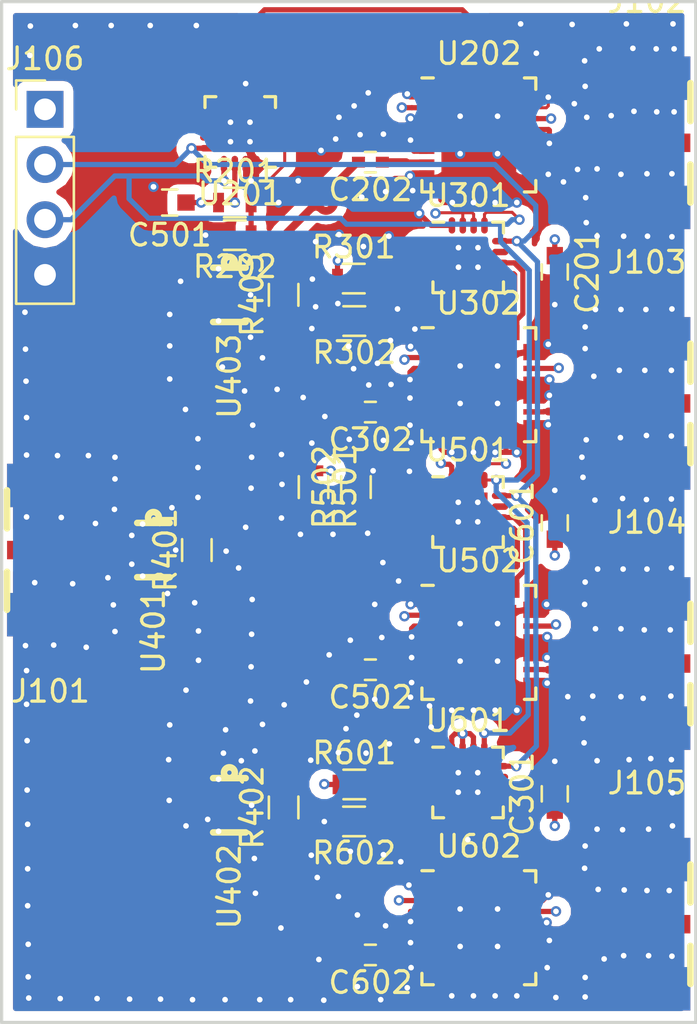
<source format=kicad_pcb>
(kicad_pcb (version 4) (host pcbnew 4.0.6-e0-6349~53~ubuntu14.04.1)
  (layers (0 F.Cu signal) (1 In1.Cu signal) (2 In2.Cu signal) (31 B.Cu signal) (34 B.Paste user hide) (35 F.Paste user hide) (36 B.SilkS user hide) (37 F.SilkS user hide) (38 B.Mask user) (39 F.Mask user) (44 Edge.Cuts user))
  (net 0 "")
  (net 1 +3V3)
  (net 2 GND)
  (net 3 "Net-(C202-Pad1)")
  (net 4 /RF_1)
  (net 5 "Net-(C302-Pad1)")
  (net 6 /RF_2)
  (net 7 "Net-(C502-Pad1)")
  (net 8 /RF_3)
  (net 9 "Net-(C602-Pad1)")
  (net 10 /RF_4)
  (net 11 /RF_IN)
  (net 12 /RF_OUT_1)
  (net 13 /RF_OUT_2)
  (net 14 /RF_OUT_3)
  (net 15 /RF_OUT_4)
  (net 16 /SCL)
  (net 17 /SDA)
  (net 18 "/phase shifter 1/A2")
  (net 19 "/phase shifter 2/A2")
  (net 20 "Net-(R401-Pad1)")
  (net 21 "Net-(R401-Pad2)")
  (net 22 "/phase shifter 3/A2")
  (net 23 "/phase shifter 4/A2")
  (net 24 "Net-(U201-Pad2)")
  (net 25 "Net-(U201-Pad3)")
  (net 26 "Net-(U201-Pad4)")
  (net 27 "Net-(U201-Pad5)")
  (net 28 "Net-(U201-Pad7)")
  (net 29 "Net-(U201-Pad8)")
  (net 30 "Net-(U201-Pad9)")
  (net 31 "Net-(U201-Pad10)")
  (net 32 "Net-(U301-Pad2)")
  (net 33 "Net-(U301-Pad3)")
  (net 34 "Net-(U301-Pad4)")
  (net 35 "Net-(U301-Pad5)")
  (net 36 "Net-(U301-Pad7)")
  (net 37 "Net-(U301-Pad8)")
  (net 38 "Net-(U301-Pad9)")
  (net 39 "Net-(U301-Pad10)")
  (net 40 "Net-(U501-Pad2)")
  (net 41 "Net-(U501-Pad3)")
  (net 42 "Net-(U501-Pad4)")
  (net 43 "Net-(U501-Pad5)")
  (net 44 "Net-(U501-Pad7)")
  (net 45 "Net-(U501-Pad8)")
  (net 46 "Net-(U501-Pad9)")
  (net 47 "Net-(U501-Pad10)")
  (net 48 "Net-(U601-Pad2)")
  (net 49 "Net-(U601-Pad3)")
  (net 50 "Net-(U601-Pad4)")
  (net 51 "Net-(U601-Pad5)")
  (net 52 "Net-(U601-Pad7)")
  (net 53 "Net-(U601-Pad8)")
  (net 54 "Net-(U601-Pad9)")
  (net 55 "Net-(U601-Pad10)")
  (module wbraun_smd:SMA-Edge-China-Short (layer F.Cu) (at 126.5 139.975 180)
    (fp_text reference J104 (at -0.25 6.5 180) (layer F.SilkS))
    (fp_text value CONN_01X02)
    (pad 1 smd rect (at -0.75 0) (size 3 0.85) (layers F.Cu F.Mask) (net 14 /RF_OUT_3))
    (pad 2 smd rect (at 0 -2.975) (size 4.5 2) (layers F.Cu F.Mask) (net 2 GND))
    (pad 2 smd rect (at 0 2.975) (size 4.5 2) (layers F.Cu F.Mask) (net 2 GND))
    (pad 2 smd rect (at 0 -2.975) (size 4.5 2) (layers B.Cu B.Mask) (net 2 GND))
    (pad 2 smd rect (at 0 2.975) (size 4.5 2) (layers B.Cu B.Mask) (net 2 GND))
  )
  (module wbraun_smd:SMA-Edge-China-Short (layer F.Cu) (at 99.5 134.75)
    (fp_text reference J101 (at -0.25 6.5) (layer F.SilkS))
    (fp_text value CONN_01X02)
    (pad 1 smd rect (at -0.75 0 180) (size 3 0.85) (layers F.Cu F.Mask) (net 11 /RF_IN))
    (pad 2 smd rect (at 0 -2.975 180) (size 4.5 2) (layers F.Cu F.Mask) (net 2 GND))
    (pad 2 smd rect (at 0 2.975 180) (size 4.5 2) (layers F.Cu F.Mask) (net 2 GND))
    (pad 2 smd rect (at 0 -2.975 180) (size 4.5 2) (layers B.Cu B.Mask) (net 2 GND))
    (pad 2 smd rect (at 0 2.975 180) (size 4.5 2) (layers B.Cu B.Mask) (net 2 GND))
  )
  (module wbraun_smd:SMA-Edge-China-Short (layer F.Cu) (at 126.5 151.975 180)
    (fp_text reference J105 (at -0.25 6.5 180) (layer F.SilkS))
    (fp_text value CONN_01X02)
    (pad 1 smd rect (at -0.75 0) (size 3 0.85) (layers F.Cu F.Mask) (net 15 /RF_OUT_4))
    (pad 2 smd rect (at 0 -2.975) (size 4.5 2) (layers F.Cu F.Mask) (net 2 GND))
    (pad 2 smd rect (at 0 2.975) (size 4.5 2) (layers F.Cu F.Mask) (net 2 GND))
    (pad 2 smd rect (at 0 -2.975) (size 4.5 2) (layers B.Cu B.Mask) (net 2 GND))
    (pad 2 smd rect (at 0 2.975) (size 4.5 2) (layers B.Cu B.Mask) (net 2 GND))
  )
  (module Capacitors_SMD:C_0402 (layer F.Cu) (at 114 140.2588 180)
    (fp_text reference C502 (at 0 -1.27 180) (layer F.SilkS))
    (fp_text value C)
    (pad 1 smd rect (at -0.55 0 180) (size 0.6 0.5) (layers F.Cu F.Paste F.Mask) (net 7 "Net-(C502-Pad1)"))
    (pad 2 smd rect (at 0.55 0 180) (size 0.6 0.5) (layers F.Cu F.Paste F.Mask) (net 8 /RF_3))
  )
  (module Capacitors_SMD:C_0603 (layer F.Cu) (at 122.5 121.9454 270)
    (fp_text reference C201 (at 0 -1.5 270) (layer F.SilkS))
    (fp_text value 0.47u)
    (pad 1 smd rect (at -0.75 0 270) (size 0.8 0.75) (layers F.Cu F.Paste F.Mask) (net 1 +3V3))
    (pad 2 smd rect (at 0.75 0 270) (size 0.8 0.75) (layers F.Cu F.Paste F.Mask) (net 2 GND))
  )
  (module Capacitors_SMD:C_0402 (layer F.Cu) (at 114 116.8908 180)
    (fp_text reference C202 (at 0 -1.27 180) (layer F.SilkS))
    (fp_text value 1n)
    (pad 1 smd rect (at -0.55 0 180) (size 0.6 0.5) (layers F.Cu F.Paste F.Mask) (net 3 "Net-(C202-Pad1)"))
    (pad 2 smd rect (at 0.55 0 180) (size 0.6 0.5) (layers F.Cu F.Paste F.Mask) (net 4 /RF_1))
  )
  (module Capacitors_SMD:C_0603 (layer F.Cu) (at 122.5 145.9738 90)
    (fp_text reference C301 (at 0 -1.5 90) (layer F.SilkS))
    (fp_text value 0.47u)
    (pad 1 smd rect (at -0.75 0 90) (size 0.8 0.75) (layers F.Cu F.Paste F.Mask) (net 1 +3V3))
    (pad 2 smd rect (at 0.75 0 90) (size 0.8 0.75) (layers F.Cu F.Paste F.Mask) (net 2 GND))
  )
  (module Capacitors_SMD:C_0402 (layer F.Cu) (at 114 128.397 180)
    (fp_text reference C302 (at 0 -1.27 180) (layer F.SilkS))
    (fp_text value 1n)
    (pad 1 smd rect (at -0.55 0 180) (size 0.6 0.5) (layers F.Cu F.Paste F.Mask) (net 5 "Net-(C302-Pad1)"))
    (pad 2 smd rect (at 0.55 0 180) (size 0.6 0.5) (layers F.Cu F.Paste F.Mask) (net 6 /RF_2))
  )
  (module Capacitors_SMD:C_0603 (layer F.Cu) (at 104.75 118.75 180)
    (fp_text reference C501 (at 0 -1.5 180) (layer F.SilkS))
    (fp_text value 0.47u)
    (pad 1 smd rect (at -0.75 0 180) (size 0.8 0.75) (layers F.Cu F.Paste F.Mask) (net 1 +3V3))
    (pad 2 smd rect (at 0.75 0 180) (size 0.8 0.75) (layers F.Cu F.Paste F.Mask) (net 2 GND))
  )
  (module Capacitors_SMD:C_0603 (layer F.Cu) (at 122.5 133.5 90)
    (fp_text reference C601 (at 0 -1.5 90) (layer F.SilkS))
    (fp_text value 0.47u)
    (pad 1 smd rect (at -0.75 0 90) (size 0.8 0.75) (layers F.Cu F.Paste F.Mask) (net 1 +3V3))
    (pad 2 smd rect (at 0.75 0 90) (size 0.8 0.75) (layers F.Cu F.Paste F.Mask) (net 2 GND))
  )
  (module Capacitors_SMD:C_0402 (layer F.Cu) (at 114 153.3906 180)
    (fp_text reference C602 (at 0 -1.27 180) (layer F.SilkS))
    (fp_text value 1n)
    (pad 1 smd rect (at -0.55 0 180) (size 0.6 0.5) (layers F.Cu F.Paste F.Mask) (net 9 "Net-(C602-Pad1)"))
    (pad 2 smd rect (at 0.55 0 180) (size 0.6 0.5) (layers F.Cu F.Paste F.Mask) (net 10 /RF_4))
  )
  (module wbraun_smd:SMA-Edge-China-Short (layer F.Cu) (at 126.5 116 180)
    (fp_text reference J102 (at -0.25 6.5 180) (layer F.SilkS))
    (fp_text value CONN_01X02)
    (pad 1 smd rect (at -0.75 0) (size 3 0.85) (layers F.Cu F.Mask) (net 12 /RF_OUT_1))
    (pad 2 smd rect (at 0 -2.975) (size 4.5 2) (layers F.Cu F.Mask) (net 2 GND))
    (pad 2 smd rect (at 0 2.975) (size 4.5 2) (layers F.Cu F.Mask) (net 2 GND))
    (pad 2 smd rect (at 0 -2.975) (size 4.5 2) (layers B.Cu B.Mask) (net 2 GND))
    (pad 2 smd rect (at 0 2.975) (size 4.5 2) (layers B.Cu B.Mask) (net 2 GND))
  )
  (module wbraun_smd:SMA-Edge-China-Short (layer F.Cu) (at 126.5 128 180)
    (fp_text reference J103 (at -0.25 6.5 180) (layer F.SilkS))
    (fp_text value CONN_01X02)
    (pad 1 smd rect (at -0.75 0) (size 3 0.85) (layers F.Cu F.Mask) (net 13 /RF_OUT_2))
    (pad 2 smd rect (at 0 -2.975) (size 4.5 2) (layers F.Cu F.Mask) (net 2 GND))
    (pad 2 smd rect (at 0 2.975) (size 4.5 2) (layers F.Cu F.Mask) (net 2 GND))
    (pad 2 smd rect (at 0 -2.975) (size 4.5 2) (layers B.Cu B.Mask) (net 2 GND))
    (pad 2 smd rect (at 0 2.975) (size 4.5 2) (layers B.Cu B.Mask) (net 2 GND))
  )
  (module Pin_Headers:Pin_Header_Straight_1x04_Pitch2.54mm (layer F.Cu) (at 99 114.46)
    (fp_text reference J106 (at 0 -2.33) (layer F.SilkS))
    (fp_text value CONN_01X04)
    (pad 1 thru_hole rect (at 0 0) (size 1.7 1.7) (drill 1) (layers *.Cu *.Mask) (net 1 +3V3))
    (pad 2 thru_hole oval (at 0 2.54) (size 1.7 1.7) (drill 1) (layers *.Cu *.Mask) (net 16 /SCL))
    (pad 3 thru_hole oval (at 0 5.08) (size 1.7 1.7) (drill 1) (layers *.Cu *.Mask) (net 17 /SDA))
    (pad 4 thru_hole oval (at 0 7.62) (size 1.7 1.7) (drill 1) (layers *.Cu *.Mask) (net 2 GND))
  )
  (module Resistors_SMD:R_0603 (layer F.Cu) (at 107.75 118.75)
    (fp_text reference R201 (at 0 -1.45) (layer F.SilkS))
    (fp_text value R)
    (pad 1 smd rect (at -0.75 0) (size 0.5 0.9) (layers F.Cu F.Paste F.Mask) (net 1 +3V3))
    (pad 2 smd rect (at 0.75 0) (size 0.5 0.9) (layers F.Cu F.Paste F.Mask) (net 18 "/phase shifter 1/A2"))
  )
  (module Resistors_SMD:R_0603 (layer F.Cu) (at 107.75 120.25 180)
    (fp_text reference R202 (at 0 -1.45 180) (layer F.SilkS))
    (fp_text value R)
    (pad 1 smd rect (at -0.75 0 180) (size 0.5 0.9) (layers F.Cu F.Paste F.Mask) (net 18 "/phase shifter 1/A2"))
    (pad 2 smd rect (at 0.75 0 180) (size 0.5 0.9) (layers F.Cu F.Paste F.Mask) (net 2 GND))
  )
  (module Resistors_SMD:R_0603 (layer F.Cu) (at 113.2332 122.2502)
    (fp_text reference R301 (at 0 -1.45) (layer F.SilkS))
    (fp_text value R)
    (pad 1 smd rect (at -0.75 0) (size 0.5 0.9) (layers F.Cu F.Paste F.Mask) (net 1 +3V3))
    (pad 2 smd rect (at 0.75 0) (size 0.5 0.9) (layers F.Cu F.Paste F.Mask) (net 19 "/phase shifter 2/A2"))
  )
  (module Resistors_SMD:R_0603 (layer F.Cu) (at 113.2586 124.206 180)
    (fp_text reference R302 (at 0 -1.45 180) (layer F.SilkS))
    (fp_text value R)
    (pad 1 smd rect (at -0.75 0 180) (size 0.5 0.9) (layers F.Cu F.Paste F.Mask) (net 19 "/phase shifter 2/A2"))
    (pad 2 smd rect (at 0.75 0 180) (size 0.5 0.9) (layers F.Cu F.Paste F.Mask) (net 2 GND))
  )
  (module Resistors_SMD:R_0603 (layer F.Cu) (at 106 134.75 90)
    (fp_text reference R401 (at 0 -1.45 90) (layer F.SilkS))
    (fp_text value 100)
    (pad 1 smd rect (at -0.75 0 90) (size 0.5 0.9) (layers F.Cu F.Paste F.Mask) (net 20 "Net-(R401-Pad1)"))
    (pad 2 smd rect (at 0.75 0 90) (size 0.5 0.9) (layers F.Cu F.Paste F.Mask) (net 21 "Net-(R401-Pad2)"))
  )
  (module Resistors_SMD:R_0603 (layer F.Cu) (at 110 146.6002 90)
    (fp_text reference R402 (at 0 -1.45 90) (layer F.SilkS))
    (fp_text value 100)
    (pad 1 smd rect (at -0.75 0 90) (size 0.5 0.9) (layers F.Cu F.Paste F.Mask) (net 10 /RF_4))
    (pad 2 smd rect (at 0.75 0 90) (size 0.5 0.9) (layers F.Cu F.Paste F.Mask) (net 8 /RF_3))
  )
  (module Resistors_SMD:R_0603 (layer F.Cu) (at 110 123 90)
    (fp_text reference R403 (at 0 -1.45 90) (layer F.SilkS))
    (fp_text value 100)
    (pad 1 smd rect (at -0.75 0 90) (size 0.5 0.9) (layers F.Cu F.Paste F.Mask) (net 6 /RF_2))
    (pad 2 smd rect (at 0.75 0 90) (size 0.5 0.9) (layers F.Cu F.Paste F.Mask) (net 4 /RF_1))
  )
  (module Resistors_SMD:R_0603 (layer F.Cu) (at 111.379 131.8514 270)
    (fp_text reference R501 (at 0 -1.45 270) (layer F.SilkS))
    (fp_text value R)
    (pad 1 smd rect (at -0.75 0 270) (size 0.5 0.9) (layers F.Cu F.Paste F.Mask) (net 1 +3V3))
    (pad 2 smd rect (at 0.75 0 270) (size 0.5 0.9) (layers F.Cu F.Paste F.Mask) (net 22 "/phase shifter 3/A2"))
  )
  (module Resistors_SMD:R_0603 (layer F.Cu) (at 113.3348 131.8514 90)
    (fp_text reference R502 (at 0 -1.45 90) (layer F.SilkS))
    (fp_text value R)
    (pad 1 smd rect (at -0.75 0 90) (size 0.5 0.9) (layers F.Cu F.Paste F.Mask) (net 22 "/phase shifter 3/A2"))
    (pad 2 smd rect (at 0.75 0 90) (size 0.5 0.9) (layers F.Cu F.Paste F.Mask) (net 2 GND))
  )
  (module Resistors_SMD:R_0603 (layer F.Cu) (at 113.2586 145.542)
    (fp_text reference R601 (at 0 -1.45) (layer F.SilkS))
    (fp_text value R)
    (pad 1 smd rect (at -0.75 0) (size 0.5 0.9) (layers F.Cu F.Paste F.Mask) (net 1 +3V3))
    (pad 2 smd rect (at 0.75 0) (size 0.5 0.9) (layers F.Cu F.Paste F.Mask) (net 23 "/phase shifter 4/A2"))
  )
  (module Resistors_SMD:R_0603 (layer F.Cu) (at 113.2466 147.2438 180)
    (fp_text reference R602 (at 0 -1.45 180) (layer F.SilkS))
    (fp_text value R)
    (pad 1 smd rect (at -0.75 0 180) (size 0.5 0.9) (layers F.Cu F.Paste F.Mask) (net 23 "/phase shifter 4/A2"))
    (pad 2 smd rect (at 0.75 0 180) (size 0.5 0.9) (layers F.Cu F.Paste F.Mask) (net 2 GND))
  )
  (module Housings_DFN_QFN:QFN-16-1EP_3x3mm_Pitch0.5mm (layer F.Cu) (at 108 115.5 180)
    (fp_text reference U201 (at 0 -2.85 180) (layer F.SilkS))
    (fp_text value PCA9534A)
    (pad 1 smd oval (at -1.475 -0.75 180) (size 0.75 0.3) (layers F.Cu F.Paste F.Mask) (net 18 "/phase shifter 1/A2"))
    (pad 2 smd oval (at -1.475 -0.25 180) (size 0.75 0.3) (layers F.Cu F.Paste F.Mask) (net 24 "Net-(U201-Pad2)"))
    (pad 3 smd oval (at -1.475 0.25 180) (size 0.75 0.3) (layers F.Cu F.Paste F.Mask) (net 25 "Net-(U201-Pad3)"))
    (pad 4 smd oval (at -1.475 0.75 180) (size 0.75 0.3) (layers F.Cu F.Paste F.Mask) (net 26 "Net-(U201-Pad4)"))
    (pad 5 smd oval (at -0.75 1.475 270) (size 0.75 0.3) (layers F.Cu F.Paste F.Mask) (net 27 "Net-(U201-Pad5)"))
    (pad 6 smd oval (at -0.25 1.475 270) (size 0.75 0.3) (layers F.Cu F.Paste F.Mask) (net 2 GND))
    (pad 7 smd oval (at 0.25 1.475 270) (size 0.75 0.3) (layers F.Cu F.Paste F.Mask) (net 28 "Net-(U201-Pad7)"))
    (pad 8 smd oval (at 0.75 1.475 270) (size 0.75 0.3) (layers F.Cu F.Paste F.Mask) (net 29 "Net-(U201-Pad8)"))
    (pad 9 smd oval (at 1.475 0.75 180) (size 0.75 0.3) (layers F.Cu F.Paste F.Mask) (net 30 "Net-(U201-Pad9)"))
    (pad 10 smd oval (at 1.475 0.25 180) (size 0.75 0.3) (layers F.Cu F.Paste F.Mask) (net 31 "Net-(U201-Pad10)"))
    (pad 11 smd oval (at 1.475 -0.25 180) (size 0.75 0.3) (layers F.Cu F.Paste F.Mask))
    (pad 12 smd oval (at 1.475 -0.75 180) (size 0.75 0.3) (layers F.Cu F.Paste F.Mask) (net 16 /SCL))
    (pad 13 smd oval (at 0.75 -1.475 270) (size 0.75 0.3) (layers F.Cu F.Paste F.Mask) (net 17 /SDA))
    (pad 14 smd oval (at 0.25 -1.475 270) (size 0.75 0.3) (layers F.Cu F.Paste F.Mask) (net 1 +3V3))
    (pad 15 smd oval (at -0.25 -1.475 270) (size 0.75 0.3) (layers F.Cu F.Paste F.Mask) (net 2 GND))
    (pad 16 smd oval (at -0.75 -1.475 270) (size 0.75 0.3) (layers F.Cu F.Paste F.Mask) (net 2 GND))
    (pad 17 smd rect (at 0.45 0.45 180) (size 0.9 0.9) (layers F.Cu F.Paste F.Mask) (net 2 GND))
    (pad 17 smd rect (at 0.45 -0.45 180) (size 0.9 0.9) (layers F.Cu F.Paste F.Mask) (net 2 GND))
    (pad 17 smd rect (at -0.45 0.45 180) (size 0.9 0.9) (layers F.Cu F.Paste F.Mask) (net 2 GND))
    (pad 17 smd rect (at -0.45 -0.45 180) (size 0.9 0.9) (layers F.Cu F.Paste F.Mask) (net 2 GND))
  )
  (module Housings_DFN_QFN:QFN-32-1EP_5x5mm_Pitch0.5mm (layer F.Cu) (at 119 115.6375)
    (fp_text reference U202 (at 0 -3.75) (layer F.SilkS))
    (fp_text value PE44820)
    (pad 1 smd rect (at -2.4 -1.75) (size 0.7 0.25) (layers F.Cu F.Paste F.Mask) (net 2 GND))
    (pad 2 smd rect (at -2.4 -1.25) (size 0.7 0.25) (layers F.Cu F.Paste F.Mask) (net 1 +3V3))
    (pad 3 smd rect (at -2.4 -0.75) (size 0.7 0.25) (layers F.Cu F.Paste F.Mask) (net 2 GND))
    (pad 4 smd rect (at -2.4 -0.25) (size 0.7 0.25) (layers F.Cu F.Paste F.Mask) (net 2 GND))
    (pad 5 smd rect (at -2.4 0.25) (size 0.7 0.25) (layers F.Cu F.Paste F.Mask) (net 2 GND))
    (pad 6 smd rect (at -2.4 0.75) (size 0.7 0.25) (layers F.Cu F.Paste F.Mask) (net 2 GND))
    (pad 7 smd rect (at -2.4 1.25) (size 0.7 0.25) (layers F.Cu F.Paste F.Mask) (net 3 "Net-(C202-Pad1)"))
    (pad 8 smd rect (at -2.4 1.75) (size 0.7 0.25) (layers F.Cu F.Paste F.Mask) (net 2 GND))
    (pad 9 smd rect (at -1.75 2.4 90) (size 0.7 0.25) (layers F.Cu F.Paste F.Mask) (net 2 GND))
    (pad 10 smd rect (at -1.25 2.4 90) (size 0.7 0.25) (layers F.Cu F.Paste F.Mask) (net 2 GND))
    (pad 11 smd rect (at -0.75 2.4 90) (size 0.7 0.25) (layers F.Cu F.Paste F.Mask) (net 2 GND))
    (pad 12 smd rect (at -0.25 2.4 90) (size 0.7 0.25) (layers F.Cu F.Paste F.Mask) (net 2 GND))
    (pad 13 smd rect (at 0.25 2.4 90) (size 0.7 0.25) (layers F.Cu F.Paste F.Mask) (net 2 GND))
    (pad 14 smd rect (at 0.75 2.4 90) (size 0.7 0.25) (layers F.Cu F.Paste F.Mask) (net 2 GND))
    (pad 15 smd rect (at 1.25 2.4 90) (size 0.7 0.25) (layers F.Cu F.Paste F.Mask) (net 2 GND))
    (pad 16 smd rect (at 1.75 2.4 90) (size 0.7 0.25) (layers F.Cu F.Paste F.Mask) (net 2 GND))
    (pad 17 smd rect (at 2.4 1.75) (size 0.7 0.25) (layers F.Cu F.Paste F.Mask) (net 2 GND))
    (pad 18 smd rect (at 2.4 1.25) (size 0.7 0.25) (layers F.Cu F.Paste F.Mask) (net 12 /RF_OUT_1))
    (pad 19 smd rect (at 2.4 0.75) (size 0.7 0.25) (layers F.Cu F.Paste F.Mask) (net 2 GND))
    (pad 20 smd rect (at 2.4 0.25) (size 0.7 0.25) (layers F.Cu F.Paste F.Mask) (net 2 GND))
    (pad 21 smd rect (at 2.4 -0.25) (size 0.7 0.25) (layers F.Cu F.Paste F.Mask) (net 2 GND))
    (pad 22 smd rect (at 2.4 -0.75) (size 0.7 0.25) (layers F.Cu F.Paste F.Mask) (net 1 +3V3))
    (pad 23 smd rect (at 2.4 -1.25) (size 0.7 0.25) (layers F.Cu F.Paste F.Mask) (net 2 GND))
    (pad 24 smd rect (at 2.4 -1.75) (size 0.7 0.25) (layers F.Cu F.Paste F.Mask) (net 2 GND))
    (pad 25 smd rect (at 1.75 -2.4 90) (size 0.7 0.25) (layers F.Cu F.Paste F.Mask) (net 31 "Net-(U201-Pad10)"))
    (pad 26 smd rect (at 1.25 -2.4 90) (size 0.7 0.25) (layers F.Cu F.Paste F.Mask) (net 30 "Net-(U201-Pad9)"))
    (pad 27 smd rect (at 0.75 -2.4 90) (size 0.7 0.25) (layers F.Cu F.Paste F.Mask) (net 29 "Net-(U201-Pad8)"))
    (pad 28 smd rect (at 0.25 -2.4 90) (size 0.7 0.25) (layers F.Cu F.Paste F.Mask) (net 28 "Net-(U201-Pad7)"))
    (pad 29 smd rect (at -0.25 -2.4 90) (size 0.7 0.25) (layers F.Cu F.Paste F.Mask) (net 27 "Net-(U201-Pad5)"))
    (pad 30 smd rect (at -0.75 -2.4 90) (size 0.7 0.25) (layers F.Cu F.Paste F.Mask) (net 26 "Net-(U201-Pad4)"))
    (pad 31 smd rect (at -1.25 -2.4 90) (size 0.7 0.25) (layers F.Cu F.Paste F.Mask) (net 25 "Net-(U201-Pad3)"))
    (pad 32 smd rect (at -1.75 -2.4 90) (size 0.7 0.25) (layers F.Cu F.Paste F.Mask) (net 24 "Net-(U201-Pad2)"))
    (pad 33 smd rect (at 0.8625 0.8625) (size 1.725 1.725) (layers F.Cu F.Paste F.Mask) (net 2 GND))
    (pad 33 smd rect (at 0.8625 -0.8625) (size 1.725 1.725) (layers F.Cu F.Paste F.Mask) (net 2 GND))
    (pad 33 smd rect (at -0.8625 0.8625) (size 1.725 1.725) (layers F.Cu F.Paste F.Mask) (net 2 GND))
    (pad 33 smd rect (at -0.8625 -0.8625) (size 1.725 1.725) (layers F.Cu F.Paste F.Mask) (net 2 GND))
  )
  (module Housings_DFN_QFN:QFN-16-1EP_3x3mm_Pitch0.5mm (layer F.Cu) (at 118.5092 121.2778)
    (fp_text reference U301 (at 0 -2.85) (layer F.SilkS))
    (fp_text value PCA9534A)
    (pad 1 smd oval (at -1.475 -0.75) (size 0.75 0.3) (layers F.Cu F.Paste F.Mask) (net 19 "/phase shifter 2/A2"))
    (pad 2 smd oval (at -1.475 -0.25) (size 0.75 0.3) (layers F.Cu F.Paste F.Mask) (net 32 "Net-(U301-Pad2)"))
    (pad 3 smd oval (at -1.475 0.25) (size 0.75 0.3) (layers F.Cu F.Paste F.Mask) (net 33 "Net-(U301-Pad3)"))
    (pad 4 smd oval (at -1.475 0.75) (size 0.75 0.3) (layers F.Cu F.Paste F.Mask) (net 34 "Net-(U301-Pad4)"))
    (pad 5 smd oval (at -0.75 1.475 90) (size 0.75 0.3) (layers F.Cu F.Paste F.Mask) (net 35 "Net-(U301-Pad5)"))
    (pad 6 smd oval (at -0.25 1.475 90) (size 0.75 0.3) (layers F.Cu F.Paste F.Mask) (net 2 GND))
    (pad 7 smd oval (at 0.25 1.475 90) (size 0.75 0.3) (layers F.Cu F.Paste F.Mask) (net 36 "Net-(U301-Pad7)"))
    (pad 8 smd oval (at 0.75 1.475 90) (size 0.75 0.3) (layers F.Cu F.Paste F.Mask) (net 37 "Net-(U301-Pad8)"))
    (pad 9 smd oval (at 1.475 0.75) (size 0.75 0.3) (layers F.Cu F.Paste F.Mask) (net 38 "Net-(U301-Pad9)"))
    (pad 10 smd oval (at 1.475 0.25) (size 0.75 0.3) (layers F.Cu F.Paste F.Mask) (net 39 "Net-(U301-Pad10)"))
    (pad 11 smd oval (at 1.475 -0.25) (size 0.75 0.3) (layers F.Cu F.Paste F.Mask))
    (pad 12 smd oval (at 1.475 -0.75) (size 0.75 0.3) (layers F.Cu F.Paste F.Mask) (net 16 /SCL))
    (pad 13 smd oval (at 0.75 -1.475 90) (size 0.75 0.3) (layers F.Cu F.Paste F.Mask) (net 17 /SDA))
    (pad 14 smd oval (at 0.25 -1.475 90) (size 0.75 0.3) (layers F.Cu F.Paste F.Mask) (net 1 +3V3))
    (pad 15 smd oval (at -0.25 -1.475 90) (size 0.75 0.3) (layers F.Cu F.Paste F.Mask) (net 1 +3V3))
    (pad 16 smd oval (at -0.75 -1.475 90) (size 0.75 0.3) (layers F.Cu F.Paste F.Mask) (net 2 GND))
    (pad 17 smd rect (at 0.45 0.45) (size 0.9 0.9) (layers F.Cu F.Paste F.Mask) (net 2 GND))
    (pad 17 smd rect (at 0.45 -0.45) (size 0.9 0.9) (layers F.Cu F.Paste F.Mask) (net 2 GND))
    (pad 17 smd rect (at -0.45 0.45) (size 0.9 0.9) (layers F.Cu F.Paste F.Mask) (net 2 GND))
    (pad 17 smd rect (at -0.45 -0.45) (size 0.9 0.9) (layers F.Cu F.Paste F.Mask) (net 2 GND))
  )
  (module Housings_DFN_QFN:QFN-32-1EP_5x5mm_Pitch0.5mm (layer F.Cu) (at 119 127.1375)
    (fp_text reference U302 (at 0 -3.75) (layer F.SilkS))
    (fp_text value PE44820)
    (pad 1 smd rect (at -2.4 -1.75) (size 0.7 0.25) (layers F.Cu F.Paste F.Mask) (net 2 GND))
    (pad 2 smd rect (at -2.4 -1.25) (size 0.7 0.25) (layers F.Cu F.Paste F.Mask) (net 1 +3V3))
    (pad 3 smd rect (at -2.4 -0.75) (size 0.7 0.25) (layers F.Cu F.Paste F.Mask) (net 2 GND))
    (pad 4 smd rect (at -2.4 -0.25) (size 0.7 0.25) (layers F.Cu F.Paste F.Mask) (net 2 GND))
    (pad 5 smd rect (at -2.4 0.25) (size 0.7 0.25) (layers F.Cu F.Paste F.Mask) (net 2 GND))
    (pad 6 smd rect (at -2.4 0.75) (size 0.7 0.25) (layers F.Cu F.Paste F.Mask) (net 2 GND))
    (pad 7 smd rect (at -2.4 1.25) (size 0.7 0.25) (layers F.Cu F.Paste F.Mask) (net 5 "Net-(C302-Pad1)"))
    (pad 8 smd rect (at -2.4 1.75) (size 0.7 0.25) (layers F.Cu F.Paste F.Mask) (net 2 GND))
    (pad 9 smd rect (at -1.75 2.4 90) (size 0.7 0.25) (layers F.Cu F.Paste F.Mask) (net 2 GND))
    (pad 10 smd rect (at -1.25 2.4 90) (size 0.7 0.25) (layers F.Cu F.Paste F.Mask) (net 2 GND))
    (pad 11 smd rect (at -0.75 2.4 90) (size 0.7 0.25) (layers F.Cu F.Paste F.Mask) (net 2 GND))
    (pad 12 smd rect (at -0.25 2.4 90) (size 0.7 0.25) (layers F.Cu F.Paste F.Mask) (net 2 GND))
    (pad 13 smd rect (at 0.25 2.4 90) (size 0.7 0.25) (layers F.Cu F.Paste F.Mask) (net 2 GND))
    (pad 14 smd rect (at 0.75 2.4 90) (size 0.7 0.25) (layers F.Cu F.Paste F.Mask) (net 2 GND))
    (pad 15 smd rect (at 1.25 2.4 90) (size 0.7 0.25) (layers F.Cu F.Paste F.Mask) (net 2 GND))
    (pad 16 smd rect (at 1.75 2.4 90) (size 0.7 0.25) (layers F.Cu F.Paste F.Mask) (net 2 GND))
    (pad 17 smd rect (at 2.4 1.75) (size 0.7 0.25) (layers F.Cu F.Paste F.Mask) (net 2 GND))
    (pad 18 smd rect (at 2.4 1.25) (size 0.7 0.25) (layers F.Cu F.Paste F.Mask) (net 13 /RF_OUT_2))
    (pad 19 smd rect (at 2.4 0.75) (size 0.7 0.25) (layers F.Cu F.Paste F.Mask) (net 2 GND))
    (pad 20 smd rect (at 2.4 0.25) (size 0.7 0.25) (layers F.Cu F.Paste F.Mask) (net 2 GND))
    (pad 21 smd rect (at 2.4 -0.25) (size 0.7 0.25) (layers F.Cu F.Paste F.Mask) (net 2 GND))
    (pad 22 smd rect (at 2.4 -0.75) (size 0.7 0.25) (layers F.Cu F.Paste F.Mask) (net 1 +3V3))
    (pad 23 smd rect (at 2.4 -1.25) (size 0.7 0.25) (layers F.Cu F.Paste F.Mask) (net 2 GND))
    (pad 24 smd rect (at 2.4 -1.75) (size 0.7 0.25) (layers F.Cu F.Paste F.Mask) (net 2 GND))
    (pad 25 smd rect (at 1.75 -2.4 90) (size 0.7 0.25) (layers F.Cu F.Paste F.Mask) (net 39 "Net-(U301-Pad10)"))
    (pad 26 smd rect (at 1.25 -2.4 90) (size 0.7 0.25) (layers F.Cu F.Paste F.Mask) (net 38 "Net-(U301-Pad9)"))
    (pad 27 smd rect (at 0.75 -2.4 90) (size 0.7 0.25) (layers F.Cu F.Paste F.Mask) (net 37 "Net-(U301-Pad8)"))
    (pad 28 smd rect (at 0.25 -2.4 90) (size 0.7 0.25) (layers F.Cu F.Paste F.Mask) (net 36 "Net-(U301-Pad7)"))
    (pad 29 smd rect (at -0.25 -2.4 90) (size 0.7 0.25) (layers F.Cu F.Paste F.Mask) (net 35 "Net-(U301-Pad5)"))
    (pad 30 smd rect (at -0.75 -2.4 90) (size 0.7 0.25) (layers F.Cu F.Paste F.Mask) (net 34 "Net-(U301-Pad4)"))
    (pad 31 smd rect (at -1.25 -2.4 90) (size 0.7 0.25) (layers F.Cu F.Paste F.Mask) (net 33 "Net-(U301-Pad3)"))
    (pad 32 smd rect (at -1.75 -2.4 90) (size 0.7 0.25) (layers F.Cu F.Paste F.Mask) (net 32 "Net-(U301-Pad2)"))
    (pad 33 smd rect (at 0.8625 0.8625) (size 1.725 1.725) (layers F.Cu F.Paste F.Mask) (net 2 GND))
    (pad 33 smd rect (at 0.8625 -0.8625) (size 1.725 1.725) (layers F.Cu F.Paste F.Mask) (net 2 GND))
    (pad 33 smd rect (at -0.8625 0.8625) (size 1.725 1.725) (layers F.Cu F.Paste F.Mask) (net 2 GND))
    (pad 33 smd rect (at -0.8625 -0.8625) (size 1.725 1.725) (layers F.Cu F.Paste F.Mask) (net 2 GND))
  )
  (module wbraun_smd:PD2328 (layer F.Cu) (at 104 134.75 270)
    (fp_text reference U401 (at 3.75 0 270) (layer F.SilkS))
    (fp_text value PD2328J)
    (pad 5 smd rect (at 0 -0.5 270) (size 0.41 0.33) (layers F.Cu F.Paste F.Mask) (net 2 GND))
    (pad 6 smd rect (at -0.66 -0.5 270) (size 0.41 0.33) (layers F.Cu F.Paste F.Mask) (net 21 "Net-(R401-Pad2)"))
    (pad 4 smd rect (at 0.66 -0.5 270) (size 0.41 0.33) (layers F.Cu F.Paste F.Mask) (net 20 "Net-(R401-Pad1)"))
    (pad 2 smd rect (at 0 0.5 270) (size 0.41 0.33) (layers F.Cu F.Paste F.Mask) (net 11 /RF_IN))
    (pad 1 smd rect (at -0.66 0.5 270) (size 0.41 0.33) (layers F.Cu F.Paste F.Mask) (net 2 GND))
    (pad 3 smd rect (at 0.66 0.5 270) (size 0.41 0.33) (layers F.Cu F.Paste F.Mask) (net 2 GND))
  )
  (module wbraun_smd:PD2328 (layer F.Cu) (at 107.5 146.5 270)
    (fp_text reference U402 (at 3.75 0 270) (layer F.SilkS))
    (fp_text value PD2328J)
    (pad 5 smd rect (at 0 -0.5 270) (size 0.41 0.33) (layers F.Cu F.Paste F.Mask) (net 2 GND))
    (pad 6 smd rect (at -0.66 -0.5 270) (size 0.41 0.33) (layers F.Cu F.Paste F.Mask) (net 8 /RF_3))
    (pad 4 smd rect (at 0.66 -0.5 270) (size 0.41 0.33) (layers F.Cu F.Paste F.Mask) (net 10 /RF_4))
    (pad 2 smd rect (at 0 0.5 270) (size 0.41 0.33) (layers F.Cu F.Paste F.Mask) (net 20 "Net-(R401-Pad1)"))
    (pad 1 smd rect (at -0.66 0.5 270) (size 0.41 0.33) (layers F.Cu F.Paste F.Mask) (net 2 GND))
    (pad 3 smd rect (at 0.66 0.5 270) (size 0.41 0.33) (layers F.Cu F.Paste F.Mask) (net 2 GND))
  )
  (module wbraun_smd:PD2328 (layer F.Cu) (at 107.5 123 270)
    (fp_text reference U403 (at 3.75 0 270) (layer F.SilkS))
    (fp_text value PD2328J)
    (pad 5 smd rect (at 0 -0.5 270) (size 0.41 0.33) (layers F.Cu F.Paste F.Mask) (net 2 GND))
    (pad 6 smd rect (at -0.66 -0.5 270) (size 0.41 0.33) (layers F.Cu F.Paste F.Mask) (net 4 /RF_1))
    (pad 4 smd rect (at 0.66 -0.5 270) (size 0.41 0.33) (layers F.Cu F.Paste F.Mask) (net 6 /RF_2))
    (pad 2 smd rect (at 0 0.5 270) (size 0.41 0.33) (layers F.Cu F.Paste F.Mask) (net 21 "Net-(R401-Pad2)"))
    (pad 1 smd rect (at -0.66 0.5 270) (size 0.41 0.33) (layers F.Cu F.Paste F.Mask) (net 2 GND))
    (pad 3 smd rect (at 0.66 0.5 270) (size 0.41 0.33) (layers F.Cu F.Paste F.Mask) (net 2 GND))
  )
  (module Housings_DFN_QFN:QFN-16-1EP_3x3mm_Pitch0.5mm (layer F.Cu) (at 118.5 133)
    (fp_text reference U501 (at 0 -2.85) (layer F.SilkS))
    (fp_text value PCA9534A)
    (pad 1 smd oval (at -1.475 -0.75) (size 0.75 0.3) (layers F.Cu F.Paste F.Mask) (net 22 "/phase shifter 3/A2"))
    (pad 2 smd oval (at -1.475 -0.25) (size 0.75 0.3) (layers F.Cu F.Paste F.Mask) (net 40 "Net-(U501-Pad2)"))
    (pad 3 smd oval (at -1.475 0.25) (size 0.75 0.3) (layers F.Cu F.Paste F.Mask) (net 41 "Net-(U501-Pad3)"))
    (pad 4 smd oval (at -1.475 0.75) (size 0.75 0.3) (layers F.Cu F.Paste F.Mask) (net 42 "Net-(U501-Pad4)"))
    (pad 5 smd oval (at -0.75 1.475 90) (size 0.75 0.3) (layers F.Cu F.Paste F.Mask) (net 43 "Net-(U501-Pad5)"))
    (pad 6 smd oval (at -0.25 1.475 90) (size 0.75 0.3) (layers F.Cu F.Paste F.Mask) (net 2 GND))
    (pad 7 smd oval (at 0.25 1.475 90) (size 0.75 0.3) (layers F.Cu F.Paste F.Mask) (net 44 "Net-(U501-Pad7)"))
    (pad 8 smd oval (at 0.75 1.475 90) (size 0.75 0.3) (layers F.Cu F.Paste F.Mask) (net 45 "Net-(U501-Pad8)"))
    (pad 9 smd oval (at 1.475 0.75) (size 0.75 0.3) (layers F.Cu F.Paste F.Mask) (net 46 "Net-(U501-Pad9)"))
    (pad 10 smd oval (at 1.475 0.25) (size 0.75 0.3) (layers F.Cu F.Paste F.Mask) (net 47 "Net-(U501-Pad10)"))
    (pad 11 smd oval (at 1.475 -0.25) (size 0.75 0.3) (layers F.Cu F.Paste F.Mask))
    (pad 12 smd oval (at 1.475 -0.75) (size 0.75 0.3) (layers F.Cu F.Paste F.Mask) (net 16 /SCL))
    (pad 13 smd oval (at 0.75 -1.475 90) (size 0.75 0.3) (layers F.Cu F.Paste F.Mask) (net 17 /SDA))
    (pad 14 smd oval (at 0.25 -1.475 90) (size 0.75 0.3) (layers F.Cu F.Paste F.Mask) (net 1 +3V3))
    (pad 15 smd oval (at -0.25 -1.475 90) (size 0.75 0.3) (layers F.Cu F.Paste F.Mask) (net 2 GND))
    (pad 16 smd oval (at -0.75 -1.475 90) (size 0.75 0.3) (layers F.Cu F.Paste F.Mask) (net 1 +3V3))
    (pad 17 smd rect (at 0.45 0.45) (size 0.9 0.9) (layers F.Cu F.Paste F.Mask) (net 2 GND))
    (pad 17 smd rect (at 0.45 -0.45) (size 0.9 0.9) (layers F.Cu F.Paste F.Mask) (net 2 GND))
    (pad 17 smd rect (at -0.45 0.45) (size 0.9 0.9) (layers F.Cu F.Paste F.Mask) (net 2 GND))
    (pad 17 smd rect (at -0.45 -0.45) (size 0.9 0.9) (layers F.Cu F.Paste F.Mask) (net 2 GND))
  )
  (module Housings_DFN_QFN:QFN-32-1EP_5x5mm_Pitch0.5mm (layer F.Cu) (at 119 139)
    (fp_text reference U502 (at 0 -3.75) (layer F.SilkS))
    (fp_text value PE44820)
    (pad 1 smd rect (at -2.4 -1.75) (size 0.7 0.25) (layers F.Cu F.Paste F.Mask) (net 2 GND))
    (pad 2 smd rect (at -2.4 -1.25) (size 0.7 0.25) (layers F.Cu F.Paste F.Mask) (net 1 +3V3))
    (pad 3 smd rect (at -2.4 -0.75) (size 0.7 0.25) (layers F.Cu F.Paste F.Mask) (net 2 GND))
    (pad 4 smd rect (at -2.4 -0.25) (size 0.7 0.25) (layers F.Cu F.Paste F.Mask) (net 2 GND))
    (pad 5 smd rect (at -2.4 0.25) (size 0.7 0.25) (layers F.Cu F.Paste F.Mask) (net 2 GND))
    (pad 6 smd rect (at -2.4 0.75) (size 0.7 0.25) (layers F.Cu F.Paste F.Mask) (net 2 GND))
    (pad 7 smd rect (at -2.4 1.25) (size 0.7 0.25) (layers F.Cu F.Paste F.Mask) (net 7 "Net-(C502-Pad1)"))
    (pad 8 smd rect (at -2.4 1.75) (size 0.7 0.25) (layers F.Cu F.Paste F.Mask) (net 2 GND))
    (pad 9 smd rect (at -1.75 2.4 90) (size 0.7 0.25) (layers F.Cu F.Paste F.Mask) (net 2 GND))
    (pad 10 smd rect (at -1.25 2.4 90) (size 0.7 0.25) (layers F.Cu F.Paste F.Mask) (net 2 GND))
    (pad 11 smd rect (at -0.75 2.4 90) (size 0.7 0.25) (layers F.Cu F.Paste F.Mask) (net 2 GND))
    (pad 12 smd rect (at -0.25 2.4 90) (size 0.7 0.25) (layers F.Cu F.Paste F.Mask) (net 2 GND))
    (pad 13 smd rect (at 0.25 2.4 90) (size 0.7 0.25) (layers F.Cu F.Paste F.Mask) (net 2 GND))
    (pad 14 smd rect (at 0.75 2.4 90) (size 0.7 0.25) (layers F.Cu F.Paste F.Mask) (net 2 GND))
    (pad 15 smd rect (at 1.25 2.4 90) (size 0.7 0.25) (layers F.Cu F.Paste F.Mask) (net 2 GND))
    (pad 16 smd rect (at 1.75 2.4 90) (size 0.7 0.25) (layers F.Cu F.Paste F.Mask) (net 2 GND))
    (pad 17 smd rect (at 2.4 1.75) (size 0.7 0.25) (layers F.Cu F.Paste F.Mask) (net 2 GND))
    (pad 18 smd rect (at 2.4 1.25) (size 0.7 0.25) (layers F.Cu F.Paste F.Mask) (net 14 /RF_OUT_3))
    (pad 19 smd rect (at 2.4 0.75) (size 0.7 0.25) (layers F.Cu F.Paste F.Mask) (net 2 GND))
    (pad 20 smd rect (at 2.4 0.25) (size 0.7 0.25) (layers F.Cu F.Paste F.Mask) (net 2 GND))
    (pad 21 smd rect (at 2.4 -0.25) (size 0.7 0.25) (layers F.Cu F.Paste F.Mask) (net 2 GND))
    (pad 22 smd rect (at 2.4 -0.75) (size 0.7 0.25) (layers F.Cu F.Paste F.Mask) (net 1 +3V3))
    (pad 23 smd rect (at 2.4 -1.25) (size 0.7 0.25) (layers F.Cu F.Paste F.Mask) (net 2 GND))
    (pad 24 smd rect (at 2.4 -1.75) (size 0.7 0.25) (layers F.Cu F.Paste F.Mask) (net 2 GND))
    (pad 25 smd rect (at 1.75 -2.4 90) (size 0.7 0.25) (layers F.Cu F.Paste F.Mask) (net 47 "Net-(U501-Pad10)"))
    (pad 26 smd rect (at 1.25 -2.4 90) (size 0.7 0.25) (layers F.Cu F.Paste F.Mask) (net 46 "Net-(U501-Pad9)"))
    (pad 27 smd rect (at 0.75 -2.4 90) (size 0.7 0.25) (layers F.Cu F.Paste F.Mask) (net 45 "Net-(U501-Pad8)"))
    (pad 28 smd rect (at 0.25 -2.4 90) (size 0.7 0.25) (layers F.Cu F.Paste F.Mask) (net 44 "Net-(U501-Pad7)"))
    (pad 29 smd rect (at -0.25 -2.4 90) (size 0.7 0.25) (layers F.Cu F.Paste F.Mask) (net 43 "Net-(U501-Pad5)"))
    (pad 30 smd rect (at -0.75 -2.4 90) (size 0.7 0.25) (layers F.Cu F.Paste F.Mask) (net 42 "Net-(U501-Pad4)"))
    (pad 31 smd rect (at -1.25 -2.4 90) (size 0.7 0.25) (layers F.Cu F.Paste F.Mask) (net 41 "Net-(U501-Pad3)"))
    (pad 32 smd rect (at -1.75 -2.4 90) (size 0.7 0.25) (layers F.Cu F.Paste F.Mask) (net 40 "Net-(U501-Pad2)"))
    (pad 33 smd rect (at 0.8625 0.8625) (size 1.725 1.725) (layers F.Cu F.Paste F.Mask) (net 2 GND))
    (pad 33 smd rect (at 0.8625 -0.8625) (size 1.725 1.725) (layers F.Cu F.Paste F.Mask) (net 2 GND))
    (pad 33 smd rect (at -0.8625 0.8625) (size 1.725 1.725) (layers F.Cu F.Paste F.Mask) (net 2 GND))
    (pad 33 smd rect (at -0.8625 -0.8625) (size 1.725 1.725) (layers F.Cu F.Paste F.Mask) (net 2 GND))
  )
  (module Housings_DFN_QFN:QFN-16-1EP_3x3mm_Pitch0.5mm (layer F.Cu) (at 118.5 145.45)
    (fp_text reference U601 (at 0 -2.85) (layer F.SilkS))
    (fp_text value PCA9534A)
    (pad 1 smd oval (at -1.475 -0.75) (size 0.75 0.3) (layers F.Cu F.Paste F.Mask) (net 23 "/phase shifter 4/A2"))
    (pad 2 smd oval (at -1.475 -0.25) (size 0.75 0.3) (layers F.Cu F.Paste F.Mask) (net 48 "Net-(U601-Pad2)"))
    (pad 3 smd oval (at -1.475 0.25) (size 0.75 0.3) (layers F.Cu F.Paste F.Mask) (net 49 "Net-(U601-Pad3)"))
    (pad 4 smd oval (at -1.475 0.75) (size 0.75 0.3) (layers F.Cu F.Paste F.Mask) (net 50 "Net-(U601-Pad4)"))
    (pad 5 smd oval (at -0.75 1.475 90) (size 0.75 0.3) (layers F.Cu F.Paste F.Mask) (net 51 "Net-(U601-Pad5)"))
    (pad 6 smd oval (at -0.25 1.475 90) (size 0.75 0.3) (layers F.Cu F.Paste F.Mask) (net 2 GND))
    (pad 7 smd oval (at 0.25 1.475 90) (size 0.75 0.3) (layers F.Cu F.Paste F.Mask) (net 52 "Net-(U601-Pad7)"))
    (pad 8 smd oval (at 0.75 1.475 90) (size 0.75 0.3) (layers F.Cu F.Paste F.Mask) (net 53 "Net-(U601-Pad8)"))
    (pad 9 smd oval (at 1.475 0.75) (size 0.75 0.3) (layers F.Cu F.Paste F.Mask) (net 54 "Net-(U601-Pad9)"))
    (pad 10 smd oval (at 1.475 0.25) (size 0.75 0.3) (layers F.Cu F.Paste F.Mask) (net 55 "Net-(U601-Pad10)"))
    (pad 11 smd oval (at 1.475 -0.25) (size 0.75 0.3) (layers F.Cu F.Paste F.Mask))
    (pad 12 smd oval (at 1.475 -0.75) (size 0.75 0.3) (layers F.Cu F.Paste F.Mask) (net 16 /SCL))
    (pad 13 smd oval (at 0.75 -1.475 90) (size 0.75 0.3) (layers F.Cu F.Paste F.Mask) (net 17 /SDA))
    (pad 14 smd oval (at 0.25 -1.475 90) (size 0.75 0.3) (layers F.Cu F.Paste F.Mask) (net 1 +3V3))
    (pad 15 smd oval (at -0.25 -1.475 90) (size 0.75 0.3) (layers F.Cu F.Paste F.Mask) (net 1 +3V3))
    (pad 16 smd oval (at -0.75 -1.475 90) (size 0.75 0.3) (layers F.Cu F.Paste F.Mask) (net 1 +3V3))
    (pad 17 smd rect (at 0.45 0.45) (size 0.9 0.9) (layers F.Cu F.Paste F.Mask) (net 2 GND))
    (pad 17 smd rect (at 0.45 -0.45) (size 0.9 0.9) (layers F.Cu F.Paste F.Mask) (net 2 GND))
    (pad 17 smd rect (at -0.45 0.45) (size 0.9 0.9) (layers F.Cu F.Paste F.Mask) (net 2 GND))
    (pad 17 smd rect (at -0.45 -0.45) (size 0.9 0.9) (layers F.Cu F.Paste F.Mask) (net 2 GND))
  )
  (module Housings_DFN_QFN:QFN-32-1EP_5x5mm_Pitch0.5mm (layer F.Cu) (at 119 152.1375)
    (fp_text reference U602 (at 0 -3.75) (layer F.SilkS))
    (fp_text value PE44820)
    (pad 1 smd rect (at -2.4 -1.75) (size 0.7 0.25) (layers F.Cu F.Paste F.Mask) (net 2 GND))
    (pad 2 smd rect (at -2.4 -1.25) (size 0.7 0.25) (layers F.Cu F.Paste F.Mask) (net 1 +3V3))
    (pad 3 smd rect (at -2.4 -0.75) (size 0.7 0.25) (layers F.Cu F.Paste F.Mask) (net 2 GND))
    (pad 4 smd rect (at -2.4 -0.25) (size 0.7 0.25) (layers F.Cu F.Paste F.Mask) (net 2 GND))
    (pad 5 smd rect (at -2.4 0.25) (size 0.7 0.25) (layers F.Cu F.Paste F.Mask) (net 2 GND))
    (pad 6 smd rect (at -2.4 0.75) (size 0.7 0.25) (layers F.Cu F.Paste F.Mask) (net 2 GND))
    (pad 7 smd rect (at -2.4 1.25) (size 0.7 0.25) (layers F.Cu F.Paste F.Mask) (net 9 "Net-(C602-Pad1)"))
    (pad 8 smd rect (at -2.4 1.75) (size 0.7 0.25) (layers F.Cu F.Paste F.Mask) (net 2 GND))
    (pad 9 smd rect (at -1.75 2.4 90) (size 0.7 0.25) (layers F.Cu F.Paste F.Mask) (net 2 GND))
    (pad 10 smd rect (at -1.25 2.4 90) (size 0.7 0.25) (layers F.Cu F.Paste F.Mask) (net 2 GND))
    (pad 11 smd rect (at -0.75 2.4 90) (size 0.7 0.25) (layers F.Cu F.Paste F.Mask) (net 2 GND))
    (pad 12 smd rect (at -0.25 2.4 90) (size 0.7 0.25) (layers F.Cu F.Paste F.Mask) (net 2 GND))
    (pad 13 smd rect (at 0.25 2.4 90) (size 0.7 0.25) (layers F.Cu F.Paste F.Mask) (net 2 GND))
    (pad 14 smd rect (at 0.75 2.4 90) (size 0.7 0.25) (layers F.Cu F.Paste F.Mask) (net 2 GND))
    (pad 15 smd rect (at 1.25 2.4 90) (size 0.7 0.25) (layers F.Cu F.Paste F.Mask) (net 2 GND))
    (pad 16 smd rect (at 1.75 2.4 90) (size 0.7 0.25) (layers F.Cu F.Paste F.Mask) (net 2 GND))
    (pad 17 smd rect (at 2.4 1.75) (size 0.7 0.25) (layers F.Cu F.Paste F.Mask) (net 2 GND))
    (pad 18 smd rect (at 2.4 1.25) (size 0.7 0.25) (layers F.Cu F.Paste F.Mask) (net 15 /RF_OUT_4))
    (pad 19 smd rect (at 2.4 0.75) (size 0.7 0.25) (layers F.Cu F.Paste F.Mask) (net 2 GND))
    (pad 20 smd rect (at 2.4 0.25) (size 0.7 0.25) (layers F.Cu F.Paste F.Mask) (net 2 GND))
    (pad 21 smd rect (at 2.4 -0.25) (size 0.7 0.25) (layers F.Cu F.Paste F.Mask) (net 2 GND))
    (pad 22 smd rect (at 2.4 -0.75) (size 0.7 0.25) (layers F.Cu F.Paste F.Mask) (net 1 +3V3))
    (pad 23 smd rect (at 2.4 -1.25) (size 0.7 0.25) (layers F.Cu F.Paste F.Mask) (net 2 GND))
    (pad 24 smd rect (at 2.4 -1.75) (size 0.7 0.25) (layers F.Cu F.Paste F.Mask) (net 2 GND))
    (pad 25 smd rect (at 1.75 -2.4 90) (size 0.7 0.25) (layers F.Cu F.Paste F.Mask) (net 55 "Net-(U601-Pad10)"))
    (pad 26 smd rect (at 1.25 -2.4 90) (size 0.7 0.25) (layers F.Cu F.Paste F.Mask) (net 54 "Net-(U601-Pad9)"))
    (pad 27 smd rect (at 0.75 -2.4 90) (size 0.7 0.25) (layers F.Cu F.Paste F.Mask) (net 53 "Net-(U601-Pad8)"))
    (pad 28 smd rect (at 0.25 -2.4 90) (size 0.7 0.25) (layers F.Cu F.Paste F.Mask) (net 52 "Net-(U601-Pad7)"))
    (pad 29 smd rect (at -0.25 -2.4 90) (size 0.7 0.25) (layers F.Cu F.Paste F.Mask) (net 51 "Net-(U601-Pad5)"))
    (pad 30 smd rect (at -0.75 -2.4 90) (size 0.7 0.25) (layers F.Cu F.Paste F.Mask) (net 50 "Net-(U601-Pad4)"))
    (pad 31 smd rect (at -1.25 -2.4 90) (size 0.7 0.25) (layers F.Cu F.Paste F.Mask) (net 49 "Net-(U601-Pad3)"))
    (pad 32 smd rect (at -1.75 -2.4 90) (size 0.7 0.25) (layers F.Cu F.Paste F.Mask) (net 48 "Net-(U601-Pad2)"))
    (pad 33 smd rect (at 0.8625 0.8625) (size 1.725 1.725) (layers F.Cu F.Paste F.Mask) (net 2 GND))
    (pad 33 smd rect (at 0.8625 -0.8625) (size 1.725 1.725) (layers F.Cu F.Paste F.Mask) (net 2 GND))
    (pad 33 smd rect (at -0.8625 0.8625) (size 1.725 1.725) (layers F.Cu F.Paste F.Mask) (net 2 GND))
    (pad 33 smd rect (at -0.8625 -0.8625) (size 1.725 1.725) (layers F.Cu F.Paste F.Mask) (net 2 GND))
  )
  (gr_line (start 97 156.5) (end 97 109.5) (layer Edge.Cuts) (width 0.15))
  (gr_line (start 129 156.5) (end 97 156.5) (layer Edge.Cuts) (width 0.15))
  (gr_line (start 129 109.5) (end 129 156.5) (layer Edge.Cuts) (width 0.15))
  (gr_line (start 97 109.5) (end 129 109.5) (layer Edge.Cuts) (width 0.15))
  (segment (start 118.19479 119.21979) (end 118.275 119.21979) (width 0.14) (layer F.Cu) (net 1))
  (segment (start 118.2592 119.23559) (end 118.275 119.21979) (width 0.14) (layer F.Cu) (net 1))
  (segment (start 118.275 119.21979) (end 118.69479 119.21979) (width 0.14) (layer F.Cu) (net 1))
  (segment (start 118.2592 119.8028) (end 118.2592 119.23559) (width 0.14) (layer F.Cu) (net 1))
  (segment (start 111.379 131.1014) (end 112.1736 131.1014) (width 0.24) (layer F.Cu) (net 1))
  (segment (start 112.1736 131.1014) (end 112.175 131.1) (width 0.24) (layer F.Cu) (net 1))
  (via (at 112.175 131.1) (size 0.48) (drill 0.26) (layers F.Cu B.Cu) (net 1))
  (segment (start 115.610129 114.383583) (end 115.458583 114.383583) (width 0.24) (layer F.Cu) (net 1))
  (segment (start 115.458583 114.383583) (end 115.45 114.375) (width 0.24) (layer F.Cu) (net 1))
  (via (at 115.45 114.375) (size 0.48) (drill 0.26) (layers F.Cu B.Cu) (net 1))
  (segment (start 106.2 118.75) (end 107 118.75) (width 0.24) (layer F.Cu) (net 1))
  (segment (start 105.5 118.75) (end 106.2 118.75) (width 0.24) (layer F.Cu) (net 1))
  (via (at 106.2 118.75) (size 0.48) (drill 0.26) (layers F.Cu B.Cu) (net 1))
  (segment (start 122.5 121.1954) (end 122.5 120.45) (width 0.24) (layer F.Cu) (net 1))
  (via (at 122.5 120.45) (size 0.48) (drill 0.26) (layers F.Cu B.Cu) (net 1))
  (segment (start 122.5 146.7238) (end 122.5 147.45) (width 0.24) (layer F.Cu) (net 1))
  (via (at 122.5 147.45) (size 0.48) (drill 0.26) (layers F.Cu B.Cu) (net 1))
  (segment (start 122.5 134.25) (end 122.5 135) (width 0.24) (layer F.Cu) (net 1))
  (via (at 122.5 135) (size 0.48) (drill 0.26) (layers F.Cu B.Cu) (net 1))
  (segment (start 112.4832 122.2502) (end 112.4832 121.4418) (width 0.24) (layer F.Cu) (net 1))
  (segment (start 112.4832 121.4418) (end 112.5 121.425) (width 0.24) (layer F.Cu) (net 1))
  (via (at 112.5 121.425) (size 0.48) (drill 0.26) (layers F.Cu B.Cu) (net 1))
  (segment (start 107.75 116.975) (end 107.75 118.75) (width 0.24) (layer F.Cu) (net 1))
  (segment (start 107 118.75) (end 107.75 118.75) (width 0.24) (layer F.Cu) (net 1))
  (via (at 107.75 118.75) (size 0.48) (drill 0.26) (layers F.Cu B.Cu) (net 1))
  (segment (start 112.5086 145.542) (end 111.892 145.542) (width 0.24) (layer F.Cu) (net 1))
  (segment (start 111.892 145.542) (end 111.875 145.525) (width 0.24) (layer F.Cu) (net 1))
  (via (at 111.875 145.525) (size 0.48) (drill 0.26) (layers F.Cu B.Cu) (net 1))
  (segment (start 118.75 143.36) (end 118.59 143.2) (width 0.24) (layer F.Cu) (net 1))
  (segment (start 118.59 143.2) (end 118.25 143.2) (width 0.24) (layer F.Cu) (net 1))
  (segment (start 118.75 143.975) (end 118.75 143.36) (width 0.24) (layer F.Cu) (net 1))
  (segment (start 117.75 143.36) (end 117.91 143.2) (width 0.24) (layer F.Cu) (net 1))
  (segment (start 117.91 143.2) (end 118.25 143.2) (width 0.24) (layer F.Cu) (net 1))
  (segment (start 117.75 143.975) (end 117.75 143.36) (width 0.24) (layer F.Cu) (net 1))
  (segment (start 118.25 143.975) (end 118.25 143.2) (width 0.24) (layer F.Cu) (net 1))
  (via (at 118.25 143.2) (size 0.48) (drill 0.26) (layers F.Cu B.Cu) (net 1))
  (segment (start 118.75 131.525) (end 118.75 131.01) (width 0.14) (layer F.Cu) (net 1))
  (segment (start 118.75 131.01) (end 118.985 130.775) (width 0.14) (layer F.Cu) (net 1))
  (segment (start 118.985 130.775) (end 120.25 130.775) (width 0.14) (layer F.Cu) (net 1))
  (via (at 120.25 130.775) (size 0.48) (drill 0.26) (layers F.Cu B.Cu) (net 1))
  (segment (start 117.64 130.8) (end 117.3 130.8) (width 0.24) (layer F.Cu) (net 1))
  (segment (start 117.3 130.8) (end 117.25 130.75) (width 0.24) (layer F.Cu) (net 1))
  (via (at 117.25 130.75) (size 0.48) (drill 0.26) (layers F.Cu B.Cu) (net 1))
  (segment (start 117.75 131.525) (end 117.75 130.91) (width 0.24) (layer F.Cu) (net 1))
  (segment (start 117.75 130.91) (end 117.64 130.8) (width 0.24) (layer F.Cu) (net 1))
  (segment (start 118.69479 119.21979) (end 118.7592 119.2842) (width 0.14) (layer F.Cu) (net 1))
  (segment (start 118.7592 119.2842) (end 118.7592 119.8028) (width 0.14) (layer F.Cu) (net 1))
  (segment (start 118.19479 119.21979) (end 117.03021 119.21979) (width 0.14) (layer F.Cu) (net 1))
  (segment (start 117.03021 119.21979) (end 117 119.25) (width 0.14) (layer F.Cu) (net 1))
  (via (at 117 119.25) (size 0.48) (drill 0.26) (layers F.Cu B.Cu) (net 1))
  (segment (start 115.9115 114.3875) (end 115.9115 114.383583) (width 0.24) (layer F.Cu) (net 1))
  (segment (start 115.9115 114.383583) (end 116.6 114.3875) (width 0.24) (layer F.Cu) (net 1))
  (segment (start 115.610129 114.383583) (end 115.9115 114.383583) (width 0.24) (layer F.Cu) (net 1))
  (segment (start 121.4 151.3875) (end 122.5515 151.3875) (width 0.24) (layer F.Cu) (net 1))
  (segment (start 122.5515 151.3875) (end 122.555 151.384) (width 0.24) (layer F.Cu) (net 1))
  (via (at 122.555 151.384) (size 0.48) (drill 0.26) (layers F.Cu B.Cu) (net 1))
  (segment (start 116.6 150.8875) (end 115.3275 150.8875) (width 0.24) (layer F.Cu) (net 1))
  (segment (start 115.3275 150.8875) (end 115.316 150.876) (width 0.24) (layer F.Cu) (net 1))
  (via (at 115.316 150.876) (size 0.48) (drill 0.26) (layers F.Cu B.Cu) (net 1))
  (segment (start 116.6 137.75) (end 115.615 137.75) (width 0.24) (layer F.Cu) (net 1))
  (via (at 115.57 137.795) (size 0.48) (drill 0.26) (layers F.Cu B.Cu) (net 1))
  (segment (start 115.615 137.75) (end 115.57 137.795) (width 0.24) (layer F.Cu) (net 1))
  (segment (start 116.6 125.8875) (end 115.6665 125.8875) (width 0.24) (layer F.Cu) (net 1))
  (segment (start 115.6665 125.8875) (end 115.57 125.984) (width 0.24) (layer F.Cu) (net 1))
  (via (at 115.57 125.984) (size 0.48) (drill 0.26) (layers F.Cu B.Cu) (net 1))
  (segment (start 121.4 126.3875) (end 122.6595 126.3875) (width 0.24) (layer F.Cu) (net 1))
  (segment (start 122.6595 126.3875) (end 122.682 126.365) (width 0.24) (layer F.Cu) (net 1))
  (via (at 122.682 126.365) (size 0.48) (drill 0.26) (layers F.Cu B.Cu) (net 1))
  (segment (start 121.4 138.25) (end 122.481 138.25) (width 0.24) (layer F.Cu) (net 1))
  (segment (start 122.481 138.25) (end 122.555 138.176) (width 0.24) (layer F.Cu) (net 1))
  (via (at 122.555 138.176) (size 0.48) (drill 0.26) (layers F.Cu B.Cu) (net 1))
  (segment (start 112.649 145.542) (end 112.5086 145.542) (width 0.24) (layer F.Cu) (net 1))
  (segment (start 112.5086 145.542) (end 112.5086 145.342) (width 0.24) (layer F.Cu) (net 1))
  (segment (start 121.4 114.8875) (end 122.3231 114.8875) (width 0.24) (layer F.Cu) (net 1))
  (segment (start 122.3231 114.8875) (end 122.3264 114.8842) (width 0.24) (layer F.Cu) (net 1))
  (via (at 122.3264 114.8842) (size 0.48) (drill 0.26) (layers F.Cu B.Cu) (net 1))
  (via (at 121.65 111.875) (size 0.48) (drill 0.26) (layers F.Cu B.Cu) (net 2))
  (via (at 127.95 110.525) (size 0.48) (drill 0.26) (layers F.Cu B.Cu) (net 2))
  (via (at 125.8 110.525) (size 0.48) (drill 0.26) (layers F.Cu B.Cu) (net 2))
  (via (at 123.3 110.55) (size 0.48) (drill 0.26) (layers F.Cu B.Cu) (net 2))
  (via (at 120.925 110.525) (size 0.48) (drill 0.26) (layers F.Cu B.Cu) (net 2))
  (via (at 105.975 110.6) (size 0.48) (drill 0.26) (layers F.Cu B.Cu) (net 2))
  (via (at 103.85 110.6) (size 0.48) (drill 0.26) (layers F.Cu B.Cu) (net 2))
  (via (at 102.05 110.6) (size 0.48) (drill 0.26) (layers F.Cu B.Cu) (net 2))
  (via (at 100.4 110.6) (size 0.48) (drill 0.26) (layers F.Cu B.Cu) (net 2))
  (via (at 98.325 110.625) (size 0.48) (drill 0.26) (layers F.Cu B.Cu) (net 2))
  (via (at 98.3 111.975) (size 0.48) (drill 0.26) (layers F.Cu B.Cu) (net 2))
  (via (at 98.075 123.8) (size 0.48) (drill 0.26) (layers F.Cu B.Cu) (net 2))
  (via (at 98.1 125.5) (size 0.48) (drill 0.26) (layers F.Cu B.Cu) (net 2))
  (via (at 98.125 126.975) (size 0.48) (drill 0.26) (layers F.Cu B.Cu) (net 2))
  (via (at 98.15 128.65) (size 0.48) (drill 0.26) (layers F.Cu B.Cu) (net 2))
  (via (at 109.775 118.748) (size 0.48) (drill 0.26) (layers F.Cu B.Cu) (net 2))
  (segment (start 111.725 116.35) (end 111.725 116.702) (width 0.24) (layer F.Cu) (net 2))
  (segment (start 111.725 116.702) (end 110.675 117.752) (width 0.24) (layer F.Cu) (net 2))
  (via (at 110.675 117.752) (size 0.48) (drill 0.26) (layers F.Cu B.Cu) (net 2))
  (via (at 111.725 116.35) (size 0.48) (drill 0.26) (layers F.Cu B.Cu) (net 2))
  (segment (start 121.4 125.8875) (end 121.99 125.8875) (width 0.24) (layer F.Cu) (net 2))
  (segment (start 121.99 125.8875) (end 122.2 125.6775) (width 0.24) (layer F.Cu) (net 2))
  (segment (start 122.2 125.6775) (end 122.2 125.275) (width 0.24) (layer F.Cu) (net 2))
  (segment (start 121.4 125.3875) (end 122.0875 125.3875) (width 0.24) (layer F.Cu) (net 2))
  (segment (start 122.0875 125.3875) (end 122.2 125.275) (width 0.24) (layer F.Cu) (net 2))
  (via (at 122.2 125.275) (size 0.48) (drill 0.26) (layers F.Cu B.Cu) (net 2))
  (segment (start 107 123.66) (end 107 124.2) (width 0.24) (layer F.Cu) (net 2))
  (via (at 107 124.2) (size 0.48) (drill 0.26) (layers F.Cu B.Cu) (net 2))
  (segment (start 107 122.34) (end 107 121.8) (width 0.24) (layer F.Cu) (net 2))
  (via (at 107 121.8) (size 0.48) (drill 0.26) (layers F.Cu B.Cu) (net 2))
  (segment (start 107 122.34) (end 107 122.125) (width 0.24) (layer F.Cu) (net 2))
  (segment (start 107 122.125) (end 106.625 121.75) (width 0.24) (layer F.Cu) (net 2))
  (segment (start 108 123) (end 108.475 123) (width 0.24) (layer F.Cu) (net 2))
  (via (at 108.475 123) (size 0.48) (drill 0.26) (layers F.Cu B.Cu) (net 2))
  (via (at 113.9 113.7) (size 0.48) (drill 0.26) (layers F.Cu B.Cu) (net 2))
  (via (at 113.25 114.3) (size 0.48) (drill 0.26) (layers F.Cu B.Cu) (net 2))
  (via (at 112.55 114.825) (size 0.48) (drill 0.26) (layers F.Cu B.Cu) (net 2))
  (via (at 112.4 115.825) (size 0.48) (drill 0.26) (layers F.Cu B.Cu) (net 2))
  (via (at 113.525 115.625) (size 0.48) (drill 0.26) (layers F.Cu B.Cu) (net 2))
  (via (at 114.6 115.6) (size 0.48) (drill 0.26) (layers F.Cu B.Cu) (net 2))
  (via (at 111.475 120.55) (size 0.48) (drill 0.26) (layers F.Cu B.Cu) (net 2))
  (via (at 114.85 120.3) (size 0.48) (drill 0.26) (layers F.Cu B.Cu) (net 2))
  (via (at 113.675 120.775) (size 0.48) (drill 0.26) (layers F.Cu B.Cu) (net 2))
  (via (at 112.55 120.225) (size 0.48) (drill 0.26) (layers F.Cu B.Cu) (net 2))
  (via (at 113.6 118.5) (size 0.48) (drill 0.26) (layers F.Cu B.Cu) (net 2))
  (via (at 114.7 118.25) (size 0.48) (drill 0.26) (layers F.Cu B.Cu) (net 2))
  (via (at 115.95 118.2) (size 0.48) (drill 0.26) (layers F.Cu B.Cu) (net 2))
  (via (at 116.05 124.575) (size 0.48) (drill 0.26) (layers F.Cu B.Cu) (net 2))
  (via (at 115.25 123.65) (size 0.48) (drill 0.26) (layers F.Cu B.Cu) (net 2))
  (via (at 114.925 125.1) (size 0.48) (drill 0.26) (layers F.Cu B.Cu) (net 2))
  (via (at 114.325 126.15) (size 0.48) (drill 0.26) (layers F.Cu B.Cu) (net 2))
  (via (at 114.95 127.125) (size 0.48) (drill 0.26) (layers F.Cu B.Cu) (net 2))
  (via (at 113.925 127.15) (size 0.48) (drill 0.26) (layers F.Cu B.Cu) (net 2))
  (via (at 113.225 126.4) (size 0.48) (drill 0.26) (layers F.Cu B.Cu) (net 2))
  (via (at 113 125.375) (size 0.48) (drill 0.26) (layers F.Cu B.Cu) (net 2))
  (via (at 111.3 124.55) (size 0.48) (drill 0.26) (layers F.Cu B.Cu) (net 2))
  (via (at 111.475 123.55) (size 0.48) (drill 0.26) (layers F.Cu B.Cu) (net 2))
  (via (at 111.325 122.275) (size 0.48) (drill 0.26) (layers F.Cu B.Cu) (net 2))
  (via (at 112.875 142.975) (size 0.48) (drill 0.26) (layers F.Cu B.Cu) (net 2))
  (via (at 113.375 142.35) (size 0.48) (drill 0.26) (layers F.Cu B.Cu) (net 2))
  (via (at 114.2 141.625) (size 0.48) (drill 0.26) (layers F.Cu B.Cu) (net 2))
  (via (at 115.85 141.525) (size 0.48) (drill 0.26) (layers F.Cu B.Cu) (net 2))
  (via (at 116.725 141.925) (size 0.48) (drill 0.26) (layers F.Cu B.Cu) (net 2))
  (via (at 116.8 142.9) (size 0.48) (drill 0.26) (layers F.Cu B.Cu) (net 2))
  (via (at 116.15 143.525) (size 0.48) (drill 0.26) (layers F.Cu B.Cu) (net 2))
  (via (at 114.875 143.675) (size 0.48) (drill 0.26) (layers F.Cu B.Cu) (net 2))
  (via (at 113.8 144.1) (size 0.48) (drill 0.26) (layers F.Cu B.Cu) (net 2))
  (via (at 112.525 144.075) (size 0.48) (drill 0.26) (layers F.Cu B.Cu) (net 2))
  (via (at 111.25 144.425) (size 0.48) (drill 0.26) (layers F.Cu B.Cu) (net 2))
  (via (at 108.05 144.45) (size 0.48) (drill 0.26) (layers F.Cu B.Cu) (net 2))
  (via (at 108.675 144) (size 0.48) (drill 0.26) (layers F.Cu B.Cu) (net 2))
  (via (at 109.025 142.775) (size 0.48) (drill 0.26) (layers F.Cu B.Cu) (net 2))
  (via (at 110.025 141.875) (size 0.48) (drill 0.26) (layers F.Cu B.Cu) (net 2))
  (via (at 111.05 140.825) (size 0.48) (drill 0.26) (layers F.Cu B.Cu) (net 2))
  (via (at 112.1 139.575) (size 0.48) (drill 0.26) (layers F.Cu B.Cu) (net 2))
  (via (at 113.075 138.9) (size 0.48) (drill 0.26) (layers F.Cu B.Cu) (net 2))
  (via (at 114.525 138.775) (size 0.48) (drill 0.26) (layers F.Cu B.Cu) (net 2))
  (via (at 114.2 137.25) (size 0.48) (drill 0.26) (layers F.Cu B.Cu) (net 2))
  (via (at 115.3 136.175) (size 0.48) (drill 0.26) (layers F.Cu B.Cu) (net 2))
  (via (at 114.575 135.325) (size 0.48) (drill 0.26) (layers F.Cu B.Cu) (net 2))
  (via (at 113.875 133.975) (size 0.48) (drill 0.26) (layers F.Cu B.Cu) (net 2))
  (via (at 112.275 134.025) (size 0.48) (drill 0.26) (layers F.Cu B.Cu) (net 2))
  (via (at 110.775 134.025) (size 0.48) (drill 0.26) (layers F.Cu B.Cu) (net 2))
  (via (at 109.9 133.275) (size 0.48) (drill 0.26) (layers F.Cu B.Cu) (net 2))
  (via (at 109.925 131.725) (size 0.48) (drill 0.26) (layers F.Cu B.Cu) (net 2))
  (via (at 109.9 130.35) (size 0.48) (drill 0.26) (layers F.Cu B.Cu) (net 2))
  (via (at 111.3 129.825) (size 0.48) (drill 0.26) (layers F.Cu B.Cu) (net 2))
  (via (at 115.8 131.125) (size 0.48) (drill 0.26) (layers F.Cu B.Cu) (net 2))
  (via (at 115.875 129.8) (size 0.48) (drill 0.26) (layers F.Cu B.Cu) (net 2))
  (via (at 114.6 129.7) (size 0.48) (drill 0.26) (layers F.Cu B.Cu) (net 2))
  (via (at 113.025 129.65) (size 0.48) (drill 0.26) (layers F.Cu B.Cu) (net 2))
  (via (at 111.9 128.6) (size 0.48) (drill 0.26) (layers F.Cu B.Cu) (net 2))
  (via (at 110.9 127.725) (size 0.48) (drill 0.26) (layers F.Cu B.Cu) (net 2))
  (via (at 109.7 127.35) (size 0.48) (drill 0.26) (layers F.Cu B.Cu) (net 2))
  (via (at 109.025 125.9) (size 0.48) (drill 0.26) (layers F.Cu B.Cu) (net 2))
  (via (at 108.475 124.95) (size 0.48) (drill 0.26) (layers F.Cu B.Cu) (net 2))
  (via (at 107.175 126.325) (size 0.48) (drill 0.26) (layers F.Cu B.Cu) (net 2))
  (via (at 108.2 127.425) (size 0.48) (drill 0.26) (layers F.Cu B.Cu) (net 2))
  (via (at 108.575 129) (size 0.48) (drill 0.26) (layers F.Cu B.Cu) (net 2))
  (via (at 108.525 130.475) (size 0.48) (drill 0.26) (layers F.Cu B.Cu) (net 2))
  (via (at 108.5 131.9) (size 0.48) (drill 0.26) (layers F.Cu B.Cu) (net 2))
  (via (at 108.25 133.7) (size 0.48) (drill 0.26) (layers F.Cu B.Cu) (net 2))
  (via (at 107.35 134.8) (size 0.48) (drill 0.26) (layers F.Cu B.Cu) (net 2))
  (via (at 107.925 135.575) (size 0.48) (drill 0.26) (layers F.Cu B.Cu) (net 2))
  (via (at 108.55 137.025) (size 0.48) (drill 0.26) (layers F.Cu B.Cu) (net 2))
  (via (at 108.525 138.625) (size 0.48) (drill 0.26) (layers F.Cu B.Cu) (net 2))
  (via (at 108.5 140.125) (size 0.48) (drill 0.26) (layers F.Cu B.Cu) (net 2))
  (via (at 108.475 141.7) (size 0.48) (drill 0.26) (layers F.Cu B.Cu) (net 2))
  (via (at 107.325 143.025) (size 0.48) (drill 0.26) (layers F.Cu B.Cu) (net 2))
  (via (at 107.225 144.1) (size 0.48) (drill 0.26) (layers F.Cu B.Cu) (net 2))
  (via (at 115.4 149.1) (size 0.48) (drill 0.26) (layers F.Cu B.Cu) (net 2))
  (via (at 114.6 148.775) (size 0.48) (drill 0.26) (layers F.Cu B.Cu) (net 2))
  (via (at 113.075 148.625) (size 0.48) (drill 0.26) (layers F.Cu B.Cu) (net 2))
  (via (at 111.275 148.8) (size 0.48) (drill 0.26) (layers F.Cu B.Cu) (net 2))
  (via (at 111.55 149.825) (size 0.48) (drill 0.26) (layers F.Cu B.Cu) (net 2))
  (via (at 112.525 150.7) (size 0.48) (drill 0.26) (layers F.Cu B.Cu) (net 2))
  (via (at 113.4 151.55) (size 0.48) (drill 0.26) (layers F.Cu B.Cu) (net 2))
  (via (at 114.7 152.05) (size 0.48) (drill 0.26) (layers F.Cu B.Cu) (net 2))
  (via (at 105.25 122.375) (size 0.48) (drill 0.26) (layers F.Cu B.Cu) (net 2))
  (via (at 104.75 123.9) (size 0.48) (drill 0.26) (layers F.Cu B.Cu) (net 2))
  (via (at 104.75 125.35) (size 0.48) (drill 0.26) (layers F.Cu B.Cu) (net 2))
  (via (at 104.75 126.875) (size 0.48) (drill 0.26) (layers F.Cu B.Cu) (net 2))
  (via (at 105.475 128.275) (size 0.48) (drill 0.26) (layers F.Cu B.Cu) (net 2))
  (via (at 106.05 129.625) (size 0.48) (drill 0.26) (layers F.Cu B.Cu) (net 2))
  (via (at 106.05 130.95) (size 0.48) (drill 0.26) (layers F.Cu B.Cu) (net 2))
  (via (at 106.05 132.325) (size 0.48) (drill 0.26) (layers F.Cu B.Cu) (net 2))
  (via (at 104.85 132.8) (size 0.48) (drill 0.26) (layers F.Cu B.Cu) (net 2))
  (via (at 102.2 132.875) (size 0.48) (drill 0.26) (layers F.Cu B.Cu) (net 2))
  (via (at 102.225 131.475) (size 0.48) (drill 0.26) (layers F.Cu B.Cu) (net 2))
  (via (at 102.225 130.475) (size 0.48) (drill 0.26) (layers F.Cu B.Cu) (net 2))
  (via (at 101 130.4) (size 0.48) (drill 0.26) (layers F.Cu B.Cu) (net 2))
  (via (at 99.575 130.4) (size 0.48) (drill 0.26) (layers F.Cu B.Cu) (net 2))
  (via (at 98.15 130.375) (size 0.48) (drill 0.26) (layers F.Cu B.Cu) (net 2))
  (via (at 98.15 133.225) (size 0.48) (drill 0.26) (layers F.Cu B.Cu) (net 2))
  (via (at 99.75 133.25) (size 0.48) (drill 0.26) (layers F.Cu B.Cu) (net 2))
  (via (at 101.325 133.525) (size 0.48) (drill 0.26) (layers F.Cu B.Cu) (net 2))
  (via (at 114.475 155.45) (size 0.48) (drill 0.26) (layers F.Cu B.Cu) (net 2))
  (via (at 111.85 155.475) (size 0.48) (drill 0.26) (layers F.Cu B.Cu) (net 2))
  (via (at 110.325 155.45) (size 0.48) (drill 0.26) (layers F.Cu B.Cu) (net 2))
  (via (at 108.9 155.45) (size 0.48) (drill 0.26) (layers F.Cu B.Cu) (net 2))
  (via (at 107.3 155.45) (size 0.48) (drill 0.26) (layers F.Cu B.Cu) (net 2))
  (via (at 105.8 155.45) (size 0.48) (drill 0.26) (layers F.Cu B.Cu) (net 2))
  (via (at 104.325 155.425) (size 0.48) (drill 0.26) (layers F.Cu B.Cu) (net 2))
  (via (at 102.9 155.425) (size 0.48) (drill 0.26) (layers F.Cu B.Cu) (net 2))
  (via (at 101.4 155.4) (size 0.48) (drill 0.26) (layers F.Cu B.Cu) (net 2))
  (via (at 99.7 155.4) (size 0.48) (drill 0.26) (layers F.Cu B.Cu) (net 2))
  (via (at 98.25 155.375) (size 0.48) (drill 0.26) (layers F.Cu B.Cu) (net 2))
  (via (at 98.225 154.4) (size 0.48) (drill 0.26) (layers F.Cu B.Cu) (net 2))
  (via (at 98.225 152.9) (size 0.48) (drill 0.26) (layers F.Cu B.Cu) (net 2))
  (via (at 98.2 151.125) (size 0.48) (drill 0.26) (layers F.Cu B.Cu) (net 2))
  (via (at 98.2 149.425) (size 0.48) (drill 0.26) (layers F.Cu B.Cu) (net 2))
  (via (at 98.2 147.375) (size 0.48) (drill 0.26) (layers F.Cu B.Cu) (net 2))
  (via (at 98.175 145.8) (size 0.48) (drill 0.26) (layers F.Cu B.Cu) (net 2))
  (via (at 98.175 143.525) (size 0.48) (drill 0.26) (layers F.Cu B.Cu) (net 2))
  (via (at 98.15 141.85) (size 0.48) (drill 0.26) (layers F.Cu B.Cu) (net 2))
  (via (at 98.15 140.3) (size 0.48) (drill 0.26) (layers F.Cu B.Cu) (net 2))
  (via (at 102.15 137.275) (size 0.48) (drill 0.26) (layers F.Cu B.Cu) (net 2))
  (via (at 102.225 138.5) (size 0.48) (drill 0.26) (layers F.Cu B.Cu) (net 2))
  (via (at 100.9 139.225) (size 0.48) (drill 0.26) (layers F.Cu B.Cu) (net 2))
  (via (at 99.4 139.125) (size 0.48) (drill 0.26) (layers F.Cu B.Cu) (net 2))
  (via (at 98.1 139.15) (size 0.48) (drill 0.26) (layers F.Cu B.Cu) (net 2))
  (via (at 98.525 136.25) (size 0.48) (drill 0.26) (layers F.Cu B.Cu) (net 2))
  (via (at 100.275 136.3) (size 0.48) (drill 0.26) (layers F.Cu B.Cu) (net 2))
  (via (at 101.9 136.025) (size 0.48) (drill 0.26) (layers F.Cu B.Cu) (net 2))
  (via (at 104.65 136.75) (size 0.48) (drill 0.26) (layers F.Cu B.Cu) (net 2))
  (via (at 105.9 137.175) (size 0.48) (drill 0.26) (layers F.Cu B.Cu) (net 2))
  (via (at 106.075 138.475) (size 0.48) (drill 0.26) (layers F.Cu B.Cu) (net 2))
  (via (at 106.075 139.825) (size 0.48) (drill 0.26) (layers F.Cu B.Cu) (net 2))
  (via (at 105.5 141.2) (size 0.48) (drill 0.26) (layers F.Cu B.Cu) (net 2))
  (via (at 104.75 142.8) (size 0.48) (drill 0.26) (layers F.Cu B.Cu) (net 2))
  (via (at 104.7 144.4) (size 0.48) (drill 0.26) (layers F.Cu B.Cu) (net 2))
  (via (at 104.725 146.275) (size 0.48) (drill 0.26) (layers F.Cu B.Cu) (net 2))
  (via (at 105.5 147.45) (size 0.48) (drill 0.26) (layers F.Cu B.Cu) (net 2))
  (via (at 108.65 148.95) (size 0.48) (drill 0.26) (layers F.Cu B.Cu) (net 2))
  (via (at 108.7 150.55) (size 0.48) (drill 0.26) (layers F.Cu B.Cu) (net 2))
  (via (at 109.875 152.15) (size 0.48) (drill 0.26) (layers F.Cu B.Cu) (net 2))
  (via (at 111.625 153.6) (size 0.48) (drill 0.26) (layers F.Cu B.Cu) (net 2))
  (via (at 113.4 154.85) (size 0.48) (drill 0.26) (layers F.Cu B.Cu) (net 2))
  (via (at 115.7 154.9) (size 0.48) (drill 0.26) (layers F.Cu B.Cu) (net 2))
  (via (at 122.55 155.35) (size 0.48) (drill 0.26) (layers F.Cu B.Cu) (net 2))
  (via (at 123.9 155.325) (size 0.48) (drill 0.26) (layers F.Cu B.Cu) (net 2))
  (via (at 123.9 154.425) (size 0.48) (drill 0.26) (layers F.Cu B.Cu) (net 2))
  (via (at 124.775 153.575) (size 0.48) (drill 0.26) (layers F.Cu B.Cu) (net 2))
  (via (at 125.675 153.425) (size 0.48) (drill 0.26) (layers F.Cu B.Cu) (net 2))
  (via (at 126.825 153.425) (size 0.48) (drill 0.26) (layers F.Cu B.Cu) (net 2))
  (via (at 127.9 153.45) (size 0.48) (drill 0.26) (layers F.Cu B.Cu) (net 2))
  (via (at 127.775 150.425) (size 0.48) (drill 0.26) (layers F.Cu B.Cu) (net 2))
  (via (at 126.75 150.425) (size 0.48) (drill 0.26) (layers F.Cu B.Cu) (net 2))
  (via (at 125.7 150.4) (size 0.48) (drill 0.26) (layers F.Cu B.Cu) (net 2))
  (via (at 124.5 150.375) (size 0.48) (drill 0.26) (layers F.Cu B.Cu) (net 2))
  (via (at 123.875 149.4) (size 0.48) (drill 0.26) (layers F.Cu B.Cu) (net 2))
  (via (at 123.9 148.375) (size 0.48) (drill 0.26) (layers F.Cu B.Cu) (net 2))
  (via (at 124.45 147.6) (size 0.48) (drill 0.26) (layers F.Cu B.Cu) (net 2))
  (via (at 125.625 147.625) (size 0.48) (drill 0.26) (layers F.Cu B.Cu) (net 2))
  (via (at 126.825 147.6) (size 0.48) (drill 0.26) (layers F.Cu B.Cu) (net 2))
  (via (at 127.925 147.45) (size 0.48) (drill 0.26) (layers F.Cu B.Cu) (net 2))
  (via (at 127.925 145.925) (size 0.48) (drill 0.26) (layers F.Cu B.Cu) (net 2))
  (via (at 127.875 144.4) (size 0.48) (drill 0.26) (layers F.Cu B.Cu) (net 2))
  (via (at 126.925 144.35) (size 0.48) (drill 0.26) (layers F.Cu B.Cu) (net 2))
  (via (at 125.925 144.4) (size 0.48) (drill 0.26) (layers F.Cu B.Cu) (net 2))
  (via (at 124.45 144.45) (size 0.48) (drill 0.26) (layers F.Cu B.Cu) (net 2))
  (via (at 123.85 143.625) (size 0.48) (drill 0.26) (layers F.Cu B.Cu) (net 2))
  (via (at 123.8 142.5) (size 0.48) (drill 0.26) (layers F.Cu B.Cu) (net 2))
  (via (at 123.1 141.5) (size 0.48) (drill 0.26) (layers F.Cu B.Cu) (net 2))
  (via (at 124.25 141.475) (size 0.48) (drill 0.26) (layers F.Cu B.Cu) (net 2))
  (via (at 125.55 141.5) (size 0.48) (drill 0.26) (layers F.Cu B.Cu) (net 2))
  (via (at 126.575 141.575) (size 0.48) (drill 0.26) (layers F.Cu B.Cu) (net 2))
  (via (at 127.85 141.475) (size 0.48) (drill 0.26) (layers F.Cu B.Cu) (net 2))
  (via (at 127.825 138.425) (size 0.48) (drill 0.26) (layers F.Cu B.Cu) (net 2))
  (via (at 126.625 138.425) (size 0.48) (drill 0.26) (layers F.Cu B.Cu) (net 2))
  (via (at 125.55 138.375) (size 0.48) (drill 0.26) (layers F.Cu B.Cu) (net 2))
  (via (at 124.375 138.375) (size 0.48) (drill 0.26) (layers F.Cu B.Cu) (net 2))
  (via (at 123.875 137.25) (size 0.48) (drill 0.26) (layers F.Cu B.Cu) (net 2))
  (via (at 123.9 136.225) (size 0.48) (drill 0.26) (layers F.Cu B.Cu) (net 2))
  (via (at 124.475 135.625) (size 0.48) (drill 0.26) (layers F.Cu B.Cu) (net 2))
  (via (at 125.65 135.625) (size 0.48) (drill 0.26) (layers F.Cu B.Cu) (net 2))
  (via (at 126.75 135.625) (size 0.48) (drill 0.26) (layers F.Cu B.Cu) (net 2))
  (via (at 127.875 135.575) (size 0.48) (drill 0.26) (layers F.Cu B.Cu) (net 2))
  (via (at 127.875 132.4) (size 0.48) (drill 0.26) (layers F.Cu B.Cu) (net 2))
  (via (at 126.725 132.425) (size 0.48) (drill 0.26) (layers F.Cu B.Cu) (net 2))
  (via (at 125.625 132.375) (size 0.48) (drill 0.26) (layers F.Cu B.Cu) (net 2))
  (via (at 124.35 132.45) (size 0.48) (drill 0.26) (layers F.Cu B.Cu) (net 2))
  (via (at 123.8 131.4) (size 0.48) (drill 0.26) (layers F.Cu B.Cu) (net 2))
  (via (at 123.75 130.475) (size 0.48) (drill 0.26) (layers F.Cu B.Cu) (net 2))
  (via (at 123.95 129.675) (size 0.48) (drill 0.26) (layers F.Cu B.Cu) (net 2))
  (via (at 125.525 129.575) (size 0.48) (drill 0.26) (layers F.Cu B.Cu) (net 2))
  (via (at 126.725 129.475) (size 0.48) (drill 0.26) (layers F.Cu B.Cu) (net 2))
  (via (at 127.875 129.5) (size 0.48) (drill 0.26) (layers F.Cu B.Cu) (net 2))
  (via (at 127.875 126.475) (size 0.48) (drill 0.26) (layers F.Cu B.Cu) (net 2))
  (via (at 126.65 126.475) (size 0.48) (drill 0.26) (layers F.Cu B.Cu) (net 2))
  (via (at 125.475 126.475) (size 0.48) (drill 0.26) (layers F.Cu B.Cu) (net 2))
  (via (at 124.3 126.75) (size 0.48) (drill 0.26) (layers F.Cu B.Cu) (net 2))
  (via (at 123.9 125.475) (size 0.48) (drill 0.26) (layers F.Cu B.Cu) (net 2))
  (via (at 123.9 124.475) (size 0.48) (drill 0.26) (layers F.Cu B.Cu) (net 2))
  (via (at 124.375 123.675) (size 0.48) (drill 0.26) (layers F.Cu B.Cu) (net 2))
  (via (at 125.55 123.675) (size 0.48) (drill 0.26) (layers F.Cu B.Cu) (net 2))
  (via (at 126.7 123.675) (size 0.48) (drill 0.26) (layers F.Cu B.Cu) (net 2))
  (via (at 127.9 123.65) (size 0.48) (drill 0.26) (layers F.Cu B.Cu) (net 2))
  (via (at 123.9 113.4) (size 0.48) (drill 0.26) (layers F.Cu B.Cu) (net 2))
  (via (at 123.875 112.225) (size 0.48) (drill 0.26) (layers F.Cu B.Cu) (net 2))
  (via (at 124.55 111.675) (size 0.48) (drill 0.26) (layers F.Cu B.Cu) (net 2))
  (via (at 126.1 111.65) (size 0.48) (drill 0.26) (layers F.Cu B.Cu) (net 2))
  (via (at 127.175 111.675) (size 0.48) (drill 0.26) (layers F.Cu B.Cu) (net 2))
  (via (at 128 111.675) (size 0.48) (drill 0.26) (layers F.Cu B.Cu) (net 2))
  (via (at 128 114.575) (size 0.48) (drill 0.26) (layers F.Cu B.Cu) (net 2))
  (via (at 127.2 114.575) (size 0.48) (drill 0.26) (layers F.Cu B.Cu) (net 2))
  (via (at 126.15 114.55) (size 0.48) (drill 0.26) (layers F.Cu B.Cu) (net 2))
  (via (at 125.1 114.75) (size 0.48) (drill 0.26) (layers F.Cu B.Cu) (net 2))
  (via (at 123.975 114.825) (size 0.48) (drill 0.26) (layers F.Cu B.Cu) (net 2))
  (via (at 123.4 114.2) (size 0.48) (drill 0.26) (layers F.Cu B.Cu) (net 2))
  (via (at 123.925 118.525) (size 0.48) (drill 0.26) (layers F.Cu B.Cu) (net 2))
  (via (at 123.95 119.675) (size 0.48) (drill 0.26) (layers F.Cu B.Cu) (net 2))
  (via (at 124.45 120.3) (size 0.48) (drill 0.26) (layers F.Cu B.Cu) (net 2))
  (via (at 125.675 120.3) (size 0.48) (drill 0.26) (layers F.Cu B.Cu) (net 2))
  (via (at 126.775 120.3) (size 0.48) (drill 0.26) (layers F.Cu B.Cu) (net 2))
  (via (at 127.9 120.325) (size 0.48) (drill 0.26) (layers F.Cu B.Cu) (net 2))
  (via (at 127.9 117.425) (size 0.48) (drill 0.26) (layers F.Cu B.Cu) (net 2))
  (via (at 126.75 117.425) (size 0.48) (drill 0.26) (layers F.Cu B.Cu) (net 2))
  (via (at 125.55 117.45) (size 0.48) (drill 0.26) (layers F.Cu B.Cu) (net 2))
  (via (at 124.45 117.2) (size 0.48) (drill 0.26) (layers F.Cu B.Cu) (net 2))
  (via (at 123.55 117.225) (size 0.48) (drill 0.26) (layers F.Cu B.Cu) (net 2))
  (via (at 122.9 117.8) (size 0.48) (drill 0.26) (layers F.Cu B.Cu) (net 2))
  (segment (start 117.260589 130.1) (end 117.260589 129.548089) (width 0.24) (layer F.Cu) (net 2))
  (segment (start 117.260589 129.548089) (end 117.25 129.5375) (width 0.24) (layer F.Cu) (net 2))
  (segment (start 117.75 130.25) (end 117.410589 130.25) (width 0.24) (layer F.Cu) (net 2))
  (segment (start 117.410589 130.25) (end 117.260589 130.1) (width 0.24) (layer F.Cu) (net 2))
  (segment (start 113.3348 131.1014) (end 114.1236 131.1014) (width 0.24) (layer F.Cu) (net 2))
  (segment (start 114.1236 131.1014) (end 114.125 131.1) (width 0.24) (layer F.Cu) (net 2))
  (via (at 114.125 131.1) (size 0.48) (drill 0.26) (layers F.Cu B.Cu) (net 2))
  (segment (start 118.25 134.475) (end 118.25 133.65) (width 0.14) (layer F.Cu) (net 2))
  (segment (start 118.25 133.65) (end 118.05 133.45) (width 0.14) (layer F.Cu) (net 2))
  (segment (start 118.2592 122.7528) (end 118.2592 121.9278) (width 0.14) (layer F.Cu) (net 2))
  (segment (start 118.2592 121.9278) (end 118.0592 121.7278) (width 0.14) (layer F.Cu) (net 2))
  (segment (start 117.7592 119.8028) (end 116.8028 119.8028) (width 0.24) (layer F.Cu) (net 2))
  (segment (start 116.8028 119.8028) (end 116.25 119.25) (width 0.24) (layer F.Cu) (net 2))
  (via (at 116.25 119.25) (size 0.48) (drill 0.26) (layers F.Cu B.Cu) (net 2))
  (segment (start 116.6 150.3875) (end 115.9875 150.3875) (width 0.24) (layer F.Cu) (net 2))
  (segment (start 115.9875 150.3875) (end 115.775 150.175) (width 0.24) (layer F.Cu) (net 2))
  (via (at 115.775 150.175) (size 0.48) (drill 0.26) (layers F.Cu B.Cu) (net 2))
  (via (at 115.852 151.852) (size 0.48) (drill 0.26) (layers F.Cu B.Cu) (net 2))
  (segment (start 115.852 151.3875) (end 115.852 151.852) (width 0.24) (layer F.Cu) (net 2))
  (segment (start 115.852 151.852) (end 115.8875 151.8875) (width 0.24) (layer F.Cu) (net 2))
  (segment (start 104 118.75) (end 104 118.025) (width 0.24) (layer F.Cu) (net 2))
  (via (at 104 118.025) (size 0.48) (drill 0.26) (layers F.Cu B.Cu) (net 2))
  (segment (start 107 120.25) (end 106.4 120.25) (width 0.24) (layer F.Cu) (net 2))
  (via (at 106.4 120.25) (size 0.48) (drill 0.26) (layers F.Cu B.Cu) (net 2))
  (segment (start 122.5 122.6954) (end 122.5 123.45) (width 0.24) (layer F.Cu) (net 2))
  (via (at 122.5 123.45) (size 0.48) (drill 0.26) (layers F.Cu B.Cu) (net 2))
  (segment (start 122.5 145.2238) (end 122.5 144.475) (width 0.24) (layer F.Cu) (net 2))
  (via (at 122.5 144.475) (size 0.48) (drill 0.26) (layers F.Cu B.Cu) (net 2))
  (segment (start 122.5 132.75) (end 122.5 132) (width 0.24) (layer F.Cu) (net 2))
  (via (at 122.5 132) (size 0.48) (drill 0.26) (layers F.Cu B.Cu) (net 2))
  (segment (start 112.5086 124.206) (end 112.5086 123.4086) (width 0.24) (layer F.Cu) (net 2))
  (segment (start 112.5086 123.4086) (end 112.5 123.4) (width 0.24) (layer F.Cu) (net 2))
  (via (at 112.5 123.4) (size 0.48) (drill 0.26) (layers F.Cu B.Cu) (net 2))
  (segment (start 108.25 114.025) (end 108.25 113.275) (width 0.24) (layer F.Cu) (net 2))
  (via (at 108.25 113.275) (size 0.48) (drill 0.26) (layers F.Cu B.Cu) (net 2))
  (via (at 107.55 115.95) (size 0.48) (drill 0.26) (layers F.Cu B.Cu) (net 2))
  (via (at 108.45 115.95) (size 0.48) (drill 0.26) (layers F.Cu B.Cu) (net 2))
  (via (at 108.45 115.05) (size 0.48) (drill 0.26) (layers F.Cu B.Cu) (net 2))
  (via (at 107.55 115.05) (size 0.48) (drill 0.26) (layers F.Cu B.Cu) (net 2))
  (segment (start 108.75 116.975) (end 108.75 117.5) (width 0.24) (layer F.Cu) (net 2))
  (segment (start 108.75 117.5) (end 108.5 117.75) (width 0.24) (layer F.Cu) (net 2))
  (segment (start 108.25 116.975) (end 108.25 117.5) (width 0.24) (layer F.Cu) (net 2))
  (segment (start 108.25 117.5) (end 108.5 117.75) (width 0.24) (layer F.Cu) (net 2))
  (via (at 108.5 117.75) (size 0.48) (drill 0.26) (layers F.Cu B.Cu) (net 2))
  (segment (start 103.5 135.41) (end 103.5 135.95) (width 0.24) (layer F.Cu) (net 2))
  (via (at 103.5 135.95) (size 0.48) (drill 0.26) (layers F.Cu B.Cu) (net 2))
  (segment (start 103.5 134.09) (end 103.5 133.55) (width 0.24) (layer F.Cu) (net 2))
  (via (at 103.5 133.55) (size 0.48) (drill 0.26) (layers F.Cu B.Cu) (net 2))
  (segment (start 107 147.16) (end 107 147.7) (width 0.24) (layer F.Cu) (net 2))
  (via (at 107 147.7) (size 0.48) (drill 0.26) (layers F.Cu B.Cu) (net 2))
  (segment (start 103.5 135.41) (end 103.01 135.41) (width 0.24) (layer F.Cu) (net 2))
  (segment (start 103.01 135.41) (end 103 135.4) (width 0.24) (layer F.Cu) (net 2))
  (via (at 103 135.4) (size 0.48) (drill 0.26) (layers F.Cu B.Cu) (net 2))
  (segment (start 103.5 134.09) (end 103.015 134.09) (width 0.24) (layer F.Cu) (net 2))
  (segment (start 103.015 134.09) (end 103 134.075) (width 0.24) (layer F.Cu) (net 2))
  (via (at 103 134.075) (size 0.48) (drill 0.26) (layers F.Cu B.Cu) (net 2))
  (segment (start 104.5 134.75) (end 105.025 134.75) (width 0.24) (layer F.Cu) (net 2))
  (via (at 105.025 134.75) (size 0.48) (drill 0.26) (layers F.Cu B.Cu) (net 2))
  (segment (start 107 147.16) (end 106.51 147.16) (width 0.24) (layer F.Cu) (net 2))
  (segment (start 106.51 147.16) (end 106.5 147.15) (width 0.24) (layer F.Cu) (net 2))
  (via (at 106.5 147.15) (size 0.48) (drill 0.26) (layers F.Cu B.Cu) (net 2))
  (segment (start 107 145.84) (end 107 145.3) (width 0.24) (layer F.Cu) (net 2))
  (via (at 107 145.3) (size 0.48) (drill 0.26) (layers F.Cu B.Cu) (net 2))
  (segment (start 108 146.5) (end 108.525 146.5) (width 0.24) (layer F.Cu) (net 2))
  (via (at 108.525 146.5) (size 0.48) (drill 0.26) (layers F.Cu B.Cu) (net 2))
  (segment (start 112.4966 147.2438) (end 111.8812 147.2438) (width 0.24) (layer F.Cu) (net 2))
  (segment (start 111.8812 147.2438) (end 111.875 147.25) (width 0.24) (layer F.Cu) (net 2))
  (via (at 111.875 147.25) (size 0.48) (drill 0.26) (layers F.Cu B.Cu) (net 2))
  (segment (start 116.6 153.8875) (end 115.9625 153.8875) (width 0.24) (layer F.Cu) (net 2))
  (segment (start 115.9625 153.8875) (end 115.875 153.975) (width 0.24) (layer F.Cu) (net 2))
  (via (at 115.875 153.975) (size 0.48) (drill 0.26) (layers F.Cu B.Cu) (net 2))
  (segment (start 115.85 151.925) (end 115.85 152.4) (width 0.24) (layer F.Cu) (net 2))
  (segment (start 115.85 151.925) (end 115.8875 151.8875) (width 0.24) (layer F.Cu) (net 2))
  (segment (start 115.8875 151.8875) (end 116.6 151.8875) (width 0.24) (layer F.Cu) (net 2))
  (segment (start 115.85 152.4) (end 115.85 152.825) (width 0.24) (layer F.Cu) (net 2))
  (segment (start 115.8625 152.3875) (end 116.6 152.3875) (width 0.24) (layer F.Cu) (net 2))
  (segment (start 115.85 152.4) (end 115.8625 152.3875) (width 0.24) (layer F.Cu) (net 2))
  (segment (start 116.6 151.3875) (end 115.852 151.3875) (width 0.24) (layer F.Cu) (net 2))
  (segment (start 116.6 152.8875) (end 115.9125 152.8875) (width 0.24) (layer F.Cu) (net 2))
  (segment (start 115.9125 152.8875) (end 115.85 152.825) (width 0.24) (layer F.Cu) (net 2))
  (via (at 115.85 152.825) (size 0.48) (drill 0.26) (layers F.Cu B.Cu) (net 2))
  (segment (start 121.4 150.3875) (end 121.9625 150.3875) (width 0.24) (layer F.Cu) (net 2))
  (segment (start 121.9625 150.3875) (end 122.2 150.625) (width 0.24) (layer F.Cu) (net 2))
  (segment (start 121.4 150.8875) (end 121.9375 150.8875) (width 0.24) (layer F.Cu) (net 2))
  (segment (start 121.9375 150.8875) (end 122.2 150.625) (width 0.24) (layer F.Cu) (net 2))
  (via (at 122.2 150.625) (size 0.48) (drill 0.26) (layers F.Cu B.Cu) (net 2))
  (segment (start 121.4 151.8875) (end 122.1125 151.8875) (width 0.24) (layer F.Cu) (net 2))
  (segment (start 122.1125 151.8875) (end 122.125 151.9) (width 0.24) (layer F.Cu) (net 2))
  (via (at 122.125 151.9) (size 0.48) (drill 0.26) (layers F.Cu B.Cu) (net 2))
  (segment (start 121.4 152.3875) (end 121.9125 152.3875) (width 0.24) (layer F.Cu) (net 2))
  (segment (start 121.9125 152.3875) (end 122.25 152.725) (width 0.24) (layer F.Cu) (net 2))
  (segment (start 121.4 152.8875) (end 122.0875 152.8875) (width 0.24) (layer F.Cu) (net 2))
  (segment (start 122.0875 152.8875) (end 122.25 152.725) (width 0.24) (layer F.Cu) (net 2))
  (via (at 122.25 152.725) (size 0.48) (drill 0.26) (layers F.Cu B.Cu) (net 2))
  (segment (start 121.4 153.8875) (end 122.0625 153.8875) (width 0.24) (layer F.Cu) (net 2))
  (segment (start 122.0625 153.8875) (end 122.15 153.975) (width 0.24) (layer F.Cu) (net 2))
  (via (at 122.15 153.975) (size 0.48) (drill 0.26) (layers F.Cu B.Cu) (net 2))
  (segment (start 120.75 155.275) (end 120.25 155.275) (width 0.24) (layer F.Cu) (net 2))
  (segment (start 120.25 155.275) (end 119.75 155.275) (width 0.24) (layer F.Cu) (net 2))
  (segment (start 120.25 154.5375) (end 120.25 155.1275) (width 0.24) (layer F.Cu) (net 2))
  (segment (start 120.25 155.1275) (end 120.25 155.275) (width 0.24) (layer F.Cu) (net 2))
  (segment (start 119.75 155.275) (end 119.25 155.275) (width 0.24) (layer F.Cu) (net 2))
  (segment (start 119.25 155.275) (end 118.75 155.275) (width 0.24) (layer F.Cu) (net 2))
  (segment (start 119.25 154.5375) (end 119.25 155.1275) (width 0.24) (layer F.Cu) (net 2))
  (segment (start 119.25 155.1275) (end 119.25 155.275) (width 0.24) (layer F.Cu) (net 2))
  (segment (start 118.75 155.275) (end 118.25 155.275) (width 0.24) (layer F.Cu) (net 2))
  (segment (start 118.25 155.275) (end 117.75 155.275) (width 0.24) (layer F.Cu) (net 2))
  (segment (start 118.25 154.5375) (end 118.25 155.1275) (width 0.24) (layer F.Cu) (net 2))
  (segment (start 118.25 155.1275) (end 118.25 155.275) (width 0.24) (layer F.Cu) (net 2))
  (segment (start 117.25 155.1275) (end 117.3975 155.275) (width 0.24) (layer F.Cu) (net 2))
  (segment (start 117.3975 155.275) (end 117.75 155.275) (width 0.24) (layer F.Cu) (net 2))
  (segment (start 117.25 154.5375) (end 117.25 155.1275) (width 0.24) (layer F.Cu) (net 2))
  (segment (start 117.75 154.5375) (end 117.75 155.275) (width 0.24) (layer F.Cu) (net 2))
  (via (at 117.75 155.275) (size 0.48) (drill 0.26) (layers F.Cu B.Cu) (net 2))
  (segment (start 118.75 154.5375) (end 118.75 155.275) (width 0.24) (layer F.Cu) (net 2))
  (via (at 118.75 155.275) (size 0.48) (drill 0.26) (layers F.Cu B.Cu) (net 2))
  (segment (start 119.75 154.5375) (end 119.75 155.275) (width 0.24) (layer F.Cu) (net 2))
  (via (at 119.75 155.275) (size 0.48) (drill 0.26) (layers F.Cu B.Cu) (net 2))
  (segment (start 120.75 154.5375) (end 120.75 155.275) (width 0.24) (layer F.Cu) (net 2))
  (via (at 120.75 155.275) (size 0.48) (drill 0.26) (layers F.Cu B.Cu) (net 2))
  (segment (start 116.6 140.75) (end 116 140.75) (width 0.24) (layer F.Cu) (net 2))
  (segment (start 116 140.75) (end 115.9 140.85) (width 0.24) (layer F.Cu) (net 2))
  (via (at 115.9 140.85) (size 0.48) (drill 0.26) (layers F.Cu B.Cu) (net 2))
  (segment (start 121.4 140.75) (end 122.025 140.75) (width 0.24) (layer F.Cu) (net 2))
  (segment (start 122.025 140.75) (end 122.15 140.875) (width 0.24) (layer F.Cu) (net 2))
  (via (at 122.15 140.875) (size 0.48) (drill 0.26) (layers F.Cu B.Cu) (net 2))
  (segment (start 121.99 137.75) (end 122.125 137.615) (width 0.24) (layer F.Cu) (net 2))
  (segment (start 122.125 137.615) (end 122.125 137.25) (width 0.24) (layer F.Cu) (net 2))
  (segment (start 121.4 137.75) (end 121.99 137.75) (width 0.24) (layer F.Cu) (net 2))
  (segment (start 121.4 137.25) (end 122.125 137.25) (width 0.24) (layer F.Cu) (net 2))
  (via (at 122.125 137.25) (size 0.48) (drill 0.26) (layers F.Cu B.Cu) (net 2))
  (segment (start 121.4 138.75) (end 122.15 138.75) (width 0.24) (layer F.Cu) (net 2))
  (via (at 122.15 138.75) (size 0.48) (drill 0.26) (layers F.Cu B.Cu) (net 2))
  (segment (start 122.125 139.385) (end 122.125 139.682934) (width 0.24) (layer F.Cu) (net 2))
  (segment (start 122.125 139.682934) (end 122.145477 139.703411) (width 0.24) (layer F.Cu) (net 2))
  (segment (start 121.4 139.25) (end 121.99 139.25) (width 0.24) (layer F.Cu) (net 2))
  (segment (start 121.99 139.25) (end 122.125 139.385) (width 0.24) (layer F.Cu) (net 2))
  (segment (start 121.4 139.75) (end 122.098888 139.75) (width 0.24) (layer F.Cu) (net 2))
  (segment (start 122.098888 139.75) (end 122.145477 139.703411) (width 0.24) (layer F.Cu) (net 2))
  (via (at 122.145477 139.703411) (size 0.48) (drill 0.26) (layers F.Cu B.Cu) (net 2))
  (segment (start 116.6 137.25) (end 115.857113 137.25) (width 0.24) (layer F.Cu) (net 2))
  (segment (start 115.857113 137.25) (end 115.852414 137.245301) (width 0.24) (layer F.Cu) (net 2))
  (via (at 115.852414 137.245301) (size 0.48) (drill 0.26) (layers F.Cu B.Cu) (net 2))
  (segment (start 115.9 138.36) (end 115.9 138.75) (width 0.24) (layer F.Cu) (net 2))
  (segment (start 116.6 138.25) (end 116.01 138.25) (width 0.24) (layer F.Cu) (net 2))
  (segment (start 116.01 138.25) (end 115.9 138.36) (width 0.24) (layer F.Cu) (net 2))
  (segment (start 116.6 138.75) (end 115.9 138.75) (width 0.24) (layer F.Cu) (net 2))
  (via (at 115.9 138.75) (size 0.48) (drill 0.26) (layers F.Cu B.Cu) (net 2))
  (segment (start 115.9 139.325) (end 115.975 139.25) (width 0.24) (layer F.Cu) (net 2))
  (segment (start 115.975 139.25) (end 116.6 139.25) (width 0.24) (layer F.Cu) (net 2))
  (segment (start 115.9 139.7) (end 115.9 139.325) (width 0.24) (layer F.Cu) (net 2))
  (segment (start 116.6 139.75) (end 115.95 139.75) (width 0.24) (layer F.Cu) (net 2))
  (segment (start 115.95 139.75) (end 115.9 139.7) (width 0.24) (layer F.Cu) (net 2))
  (via (at 115.9 139.7) (size 0.48) (drill 0.26) (layers F.Cu B.Cu) (net 2))
  (segment (start 117.25 141.99) (end 117.385 142.125) (width 0.24) (layer F.Cu) (net 2))
  (segment (start 117.385 142.125) (end 117.75 142.125) (width 0.24) (layer F.Cu) (net 2))
  (segment (start 117.25 141.4) (end 117.25 141.99) (width 0.24) (layer F.Cu) (net 2))
  (segment (start 118.75 142.125) (end 118.25 142.125) (width 0.24) (layer F.Cu) (net 2))
  (segment (start 118.25 142.125) (end 117.75 142.125) (width 0.24) (layer F.Cu) (net 2))
  (segment (start 118.25 141.4) (end 118.25 141.99) (width 0.24) (layer F.Cu) (net 2))
  (segment (start 118.25 141.99) (end 118.25 142.125) (width 0.24) (layer F.Cu) (net 2))
  (segment (start 119.75 142.125) (end 119.25 142.125) (width 0.24) (layer F.Cu) (net 2))
  (segment (start 119.25 142.125) (end 118.75 142.125) (width 0.24) (layer F.Cu) (net 2))
  (segment (start 119.25 141.4) (end 119.25 141.99) (width 0.24) (layer F.Cu) (net 2))
  (segment (start 119.25 141.99) (end 119.25 142.125) (width 0.24) (layer F.Cu) (net 2))
  (segment (start 120.75 142.125) (end 120.25 142.125) (width 0.24) (layer F.Cu) (net 2))
  (segment (start 120.25 142.125) (end 119.75 142.125) (width 0.24) (layer F.Cu) (net 2))
  (segment (start 120.25 141.4) (end 120.25 142.125) (width 0.24) (layer F.Cu) (net 2))
  (segment (start 117.75 141.4) (end 117.75 142.125) (width 0.24) (layer F.Cu) (net 2))
  (via (at 117.75 142.125) (size 0.48) (drill 0.26) (layers F.Cu B.Cu) (net 2))
  (segment (start 118.75 141.4) (end 118.75 142.125) (width 0.24) (layer F.Cu) (net 2))
  (via (at 118.75 142.125) (size 0.48) (drill 0.26) (layers F.Cu B.Cu) (net 2))
  (segment (start 119.75 141.4) (end 119.75 142.125) (width 0.24) (layer F.Cu) (net 2))
  (via (at 119.75 142.125) (size 0.48) (drill 0.26) (layers F.Cu B.Cu) (net 2))
  (segment (start 120.75 141.4) (end 120.75 142.125) (width 0.24) (layer F.Cu) (net 2))
  (via (at 120.75 142.125) (size 0.48) (drill 0.26) (layers F.Cu B.Cu) (net 2))
  (segment (start 118.25 131.525) (end 118.25 130.91) (width 0.24) (layer F.Cu) (net 2))
  (segment (start 118.25 130.91) (end 118.25 130.25) (width 0.24) (layer F.Cu) (net 2))
  (segment (start 116.6 125.3875) (end 115.8625 125.3875) (width 0.24) (layer F.Cu) (net 2))
  (segment (start 115.8625 125.3875) (end 115.85 125.375) (width 0.24) (layer F.Cu) (net 2))
  (via (at 115.85 125.375) (size 0.48) (drill 0.26) (layers F.Cu B.Cu) (net 2))
  (segment (start 115.825 126.9) (end 115.825 126.560589) (width 0.24) (layer F.Cu) (net 2))
  (segment (start 115.825 126.560589) (end 115.998089 126.3875) (width 0.24) (layer F.Cu) (net 2))
  (segment (start 115.998089 126.3875) (end 116.01 126.3875) (width 0.24) (layer F.Cu) (net 2))
  (segment (start 116.6 126.3875) (end 116.01 126.3875) (width 0.24) (layer F.Cu) (net 2))
  (segment (start 116.01 126.3875) (end 116 126.3975) (width 0.24) (layer F.Cu) (net 2))
  (segment (start 116.6 126.8875) (end 115.8375 126.8875) (width 0.24) (layer F.Cu) (net 2))
  (segment (start 115.8375 126.8875) (end 115.825 126.9) (width 0.24) (layer F.Cu) (net 2))
  (via (at 115.825 126.9) (size 0.48) (drill 0.26) (layers F.Cu B.Cu) (net 2))
  (segment (start 116.6 127.3875) (end 116.1875 127.3875) (width 0.24) (layer F.Cu) (net 2))
  (segment (start 116.1875 127.3875) (end 115.825 127.75) (width 0.24) (layer F.Cu) (net 2))
  (segment (start 116.6 127.8875) (end 115.9625 127.8875) (width 0.24) (layer F.Cu) (net 2))
  (segment (start 115.9625 127.8875) (end 115.825 127.75) (width 0.24) (layer F.Cu) (net 2))
  (via (at 115.825 127.75) (size 0.48) (drill 0.26) (layers F.Cu B.Cu) (net 2))
  (segment (start 116.6 128.8875) (end 115.9375 128.8875) (width 0.24) (layer F.Cu) (net 2))
  (segment (start 115.9375 128.8875) (end 115.825 129) (width 0.24) (layer F.Cu) (net 2))
  (via (at 115.825 129) (size 0.48) (drill 0.26) (layers F.Cu B.Cu) (net 2))
  (via (at 118.1375 153) (size 0.48) (drill 0.26) (layers F.Cu B.Cu) (net 2))
  (via (at 119.8625 153) (size 0.48) (drill 0.26) (layers F.Cu B.Cu) (net 2))
  (via (at 119.8625 151.275) (size 0.48) (drill 0.26) (layers F.Cu B.Cu) (net 2))
  (via (at 118.1375 151.275) (size 0.48) (drill 0.26) (layers F.Cu B.Cu) (net 2))
  (via (at 118.95 145.9) (size 0.48) (drill 0.26) (layers F.Cu B.Cu) (net 2))
  (via (at 118.05 145.9) (size 0.48) (drill 0.26) (layers F.Cu B.Cu) (net 2))
  (via (at 118.05 145) (size 0.48) (drill 0.26) (layers F.Cu B.Cu) (net 2))
  (via (at 118.95 145) (size 0.48) (drill 0.26) (layers F.Cu B.Cu) (net 2))
  (via (at 118.1375 139.8625) (size 0.48) (drill 0.26) (layers F.Cu B.Cu) (net 2))
  (via (at 119.8625 139.8625) (size 0.48) (drill 0.26) (layers F.Cu B.Cu) (net 2))
  (via (at 119.8625 138.1375) (size 0.48) (drill 0.26) (layers F.Cu B.Cu) (net 2))
  (via (at 118.1375 138.1375) (size 0.48) (drill 0.26) (layers F.Cu B.Cu) (net 2))
  (via (at 118.05 133.45) (size 0.48) (drill 0.26) (layers F.Cu B.Cu) (net 2))
  (via (at 118.95 133.45) (size 0.48) (drill 0.26) (layers F.Cu B.Cu) (net 2))
  (via (at 118.95 132.55) (size 0.48) (drill 0.26) (layers F.Cu B.Cu) (net 2))
  (via (at 118.05 132.55) (size 0.48) (drill 0.26) (layers F.Cu B.Cu) (net 2))
  (via (at 118.1375 128) (size 0.48) (drill 0.26) (layers F.Cu B.Cu) (net 2))
  (via (at 119.8625 128) (size 0.48) (drill 0.26) (layers F.Cu B.Cu) (net 2))
  (via (at 119.8625 126.275) (size 0.48) (drill 0.26) (layers F.Cu B.Cu) (net 2))
  (via (at 118.1375 126.275) (size 0.48) (drill 0.26) (layers F.Cu B.Cu) (net 2))
  (via (at 118.1375 116.5) (size 0.48) (drill 0.26) (layers F.Cu B.Cu) (net 2))
  (via (at 118.1375 114.775) (size 0.48) (drill 0.26) (layers F.Cu B.Cu) (net 2))
  (via (at 119.8625 114.775) (size 0.48) (drill 0.26) (layers F.Cu B.Cu) (net 2))
  (via (at 119.8625 116.5) (size 0.48) (drill 0.26) (layers F.Cu B.Cu) (net 2))
  (segment (start 121.4 126.8875) (end 122.2375 126.8875) (width 0.24) (layer F.Cu) (net 2))
  (segment (start 122.2375 126.8875) (end 122.25 126.9) (width 0.24) (layer F.Cu) (net 2))
  (via (at 122.25 126.9) (size 0.48) (drill 0.26) (layers F.Cu B.Cu) (net 2))
  (segment (start 121.4 128.8875) (end 122.1125 128.8875) (width 0.24) (layer F.Cu) (net 2))
  (segment (start 122.1125 128.8875) (end 122.2 128.975) (width 0.24) (layer F.Cu) (net 2))
  (via (at 122.2 128.975) (size 0.48) (drill 0.26) (layers F.Cu B.Cu) (net 2))
  (segment (start 121.4 127.3875) (end 122.0125 127.3875) (width 0.24) (layer F.Cu) (net 2))
  (segment (start 122.0125 127.3875) (end 122.25 127.625) (width 0.24) (layer F.Cu) (net 2))
  (segment (start 121.4 127.8875) (end 121.9875 127.8875) (width 0.24) (layer F.Cu) (net 2))
  (segment (start 121.9875 127.8875) (end 122.25 127.625) (width 0.24) (layer F.Cu) (net 2))
  (via (at 122.25 127.625) (size 0.48) (drill 0.26) (layers F.Cu B.Cu) (net 2))
  (segment (start 120.75 130.25) (end 120.275 130.25) (width 0.24) (layer F.Cu) (net 2))
  (segment (start 120.25 129.5375) (end 120.25 130.225) (width 0.24) (layer F.Cu) (net 2))
  (segment (start 120.275 130.25) (end 119.75 130.25) (width 0.24) (layer F.Cu) (net 2))
  (segment (start 120.25 130.225) (end 120.275 130.25) (width 0.24) (layer F.Cu) (net 2))
  (segment (start 119.75 130.25) (end 119.25 130.25) (width 0.24) (layer F.Cu) (net 2))
  (segment (start 119.25 130.25) (end 118.75 130.25) (width 0.24) (layer F.Cu) (net 2))
  (segment (start 119.25 129.5375) (end 119.25 130.25) (width 0.24) (layer F.Cu) (net 2))
  (segment (start 118.75 130.25) (end 118.25 130.25) (width 0.24) (layer F.Cu) (net 2))
  (segment (start 118.25 130.25) (end 117.75 130.25) (width 0.24) (layer F.Cu) (net 2))
  (segment (start 118.25 129.5375) (end 118.25 130.25) (width 0.24) (layer F.Cu) (net 2))
  (segment (start 117.75 129.5375) (end 117.75 130.25) (width 0.24) (layer F.Cu) (net 2))
  (via (at 117.75 130.25) (size 0.48) (drill 0.26) (layers F.Cu B.Cu) (net 2))
  (segment (start 118.75 129.5375) (end 118.75 130.25) (width 0.24) (layer F.Cu) (net 2))
  (via (at 118.75 130.25) (size 0.48) (drill 0.26) (layers F.Cu B.Cu) (net 2))
  (segment (start 119.75 129.5375) (end 119.75 130.25) (width 0.24) (layer F.Cu) (net 2))
  (via (at 119.75 130.25) (size 0.48) (drill 0.26) (layers F.Cu B.Cu) (net 2))
  (segment (start 120.75 129.5375) (end 120.75 130.25) (width 0.24) (layer F.Cu) (net 2))
  (via (at 120.75 130.25) (size 0.48) (drill 0.26) (layers F.Cu B.Cu) (net 2))
  (via (at 118.9592 121.7278) (size 0.48) (drill 0.26) (layers F.Cu B.Cu) (net 2))
  (via (at 118.0592 121.7278) (size 0.48) (drill 0.26) (layers F.Cu B.Cu) (net 2))
  (via (at 118.0592 120.8278) (size 0.48) (drill 0.26) (layers F.Cu B.Cu) (net 2))
  (via (at 118.9592 120.8278) (size 0.48) (drill 0.26) (layers F.Cu B.Cu) (net 2))
  (segment (start 116.124166 113.8875) (end 115.8375 113.8875) (width 0.24) (layer F.Cu) (net 2))
  (segment (start 115.8375 113.8875) (end 115.7 113.75) (width 0.24) (layer F.Cu) (net 2))
  (via (at 115.7 113.75) (size 0.48) (drill 0.26) (layers F.Cu B.Cu) (net 2))
  (segment (start 116.6 113.8875) (end 116.124166 113.8875) (width 0.24) (layer F.Cu) (net 2))
  (segment (start 121.4 117.3875) (end 122.1375 117.3875) (width 0.24) (layer F.Cu) (net 2))
  (segment (start 122.1375 117.3875) (end 122.2 117.45) (width 0.24) (layer F.Cu) (net 2))
  (segment (start 122.25 115.425) (end 122.2125 115.3875) (width 0.24) (layer F.Cu) (net 2))
  (segment (start 122.2125 115.3875) (end 121.4 115.3875) (width 0.24) (layer F.Cu) (net 2))
  (segment (start 122.25 116.025) (end 122.25 115.425) (width 0.24) (layer F.Cu) (net 2))
  (segment (start 121.4 115.8875) (end 122.1125 115.8875) (width 0.24) (layer F.Cu) (net 2))
  (segment (start 122.1125 115.8875) (end 122.25 116.025) (width 0.24) (layer F.Cu) (net 2))
  (segment (start 121.4 116.3875) (end 121.8875 116.3875) (width 0.24) (layer F.Cu) (net 2))
  (segment (start 121.8875 116.3875) (end 122.25 116.025) (width 0.24) (layer F.Cu) (net 2))
  (via (at 122.25 116.025) (size 0.48) (drill 0.26) (layers F.Cu B.Cu) (net 2))
  (segment (start 118.75 118.75) (end 117.775 118.75) (width 0.24) (layer F.Cu) (net 2))
  (segment (start 117.3725 118.75) (end 117.775 118.75) (width 0.24) (layer F.Cu) (net 2))
  (segment (start 117.25 118.0375) (end 117.25 118.6275) (width 0.24) (layer F.Cu) (net 2))
  (segment (start 117.25 118.6275) (end 117.3725 118.75) (width 0.24) (layer F.Cu) (net 2))
  (segment (start 116.6 117.3875) (end 115.9625 117.3875) (width 0.24) (layer F.Cu) (net 2))
  (segment (start 115.9625 117.3875) (end 115.825 117.525) (width 0.24) (layer F.Cu) (net 2))
  (via (at 115.825 117.525) (size 0.48) (drill 0.26) (layers F.Cu B.Cu) (net 2))
  (segment (start 115.84917 115.375) (end 115.84917 115.87417) (width 0.24) (layer F.Cu) (net 2))
  (segment (start 115.84917 114.881584) (end 115.84917 115.375) (width 0.24) (layer F.Cu) (net 2))
  (segment (start 115.84917 115.375) (end 115.86167 115.3875) (width 0.24) (layer F.Cu) (net 2))
  (segment (start 115.86167 115.3875) (end 116.6 115.3875) (width 0.24) (layer F.Cu) (net 2))
  (segment (start 116.01 116.3875) (end 115.85 116.2275) (width 0.24) (layer F.Cu) (net 2))
  (segment (start 115.85 116.2275) (end 115.85 115.875) (width 0.24) (layer F.Cu) (net 2))
  (segment (start 116.6 116.3875) (end 116.01 116.3875) (width 0.24) (layer F.Cu) (net 2))
  (segment (start 115.84917 115.87417) (end 115.85 115.875) (width 0.24) (layer F.Cu) (net 2))
  (segment (start 116.6 114.8875) (end 115.855086 114.8875) (width 0.24) (layer F.Cu) (net 2))
  (segment (start 115.855086 114.8875) (end 115.84917 114.881584) (width 0.24) (layer F.Cu) (net 2))
  (via (at 115.84917 114.881584) (size 0.48) (drill 0.26) (layers F.Cu B.Cu) (net 2))
  (segment (start 116.6 115.8875) (end 115.8625 115.8875) (width 0.24) (layer F.Cu) (net 2))
  (segment (start 115.8625 115.8875) (end 115.85 115.875) (width 0.24) (layer F.Cu) (net 2))
  (via (at 115.85 115.875) (size 0.48) (drill 0.26) (layers F.Cu B.Cu) (net 2))
  (segment (start 117.75 118.0375) (end 117.75 118.725) (width 0.24) (layer F.Cu) (net 2))
  (segment (start 117.75 118.725) (end 117.775 118.75) (width 0.24) (layer F.Cu) (net 2))
  (segment (start 118.25 118.0375) (end 118.25 118.6275) (width 0.24) (layer F.Cu) (net 2))
  (segment (start 118.25 118.6275) (end 118.25 118.75) (width 0.24) (layer F.Cu) (net 2))
  (segment (start 118.75 118.0375) (end 118.75 118.75) (width 0.24) (layer F.Cu) (net 2))
  (segment (start 119.75 118.75) (end 119.25 118.75) (width 0.24) (layer F.Cu) (net 2))
  (segment (start 119.25 118.75) (end 118.75 118.75) (width 0.24) (layer F.Cu) (net 2))
  (segment (start 119.25 118.0375) (end 119.25 118.75) (width 0.24) (layer F.Cu) (net 2))
  (segment (start 119.75 118.0375) (end 119.75 118.75) (width 0.24) (layer F.Cu) (net 2))
  (segment (start 119.75 118.75) (end 120.75 118.75) (width 0.24) (layer F.Cu) (net 2))
  (segment (start 120.25 118.0375) (end 120.25 118.6275) (width 0.24) (layer F.Cu) (net 2))
  (segment (start 120.25 118.6275) (end 120.25 118.75) (width 0.24) (layer F.Cu) (net 2))
  (segment (start 120.75 118.0375) (end 120.75 118.75) (width 0.24) (layer F.Cu) (net 2))
  (segment (start 120.75 118.75) (end 120.25 118.75) (width 0.14) (layer F.Cu) (net 2))
  (segment (start 120.25 118.75) (end 119.75 118.75) (width 0.14) (layer F.Cu) (net 2))
  (segment (start 117.775 118.75) (end 118.25 118.75) (width 0.14) (layer F.Cu) (net 2))
  (segment (start 118.25 118.75) (end 118.75 118.75) (width 0.14) (layer F.Cu) (net 2))
  (via (at 117.775 118.75) (size 0.48) (drill 0.26) (layers F.Cu B.Cu) (net 2))
  (via (at 118.75 118.75) (size 0.48) (drill 0.26) (layers F.Cu B.Cu) (net 2))
  (via (at 119.75 118.75) (size 0.48) (drill 0.26) (layers F.Cu B.Cu) (net 2))
  (via (at 120.75 118.75) (size 0.48) (drill 0.26) (layers F.Cu B.Cu) (net 2))
  (via (at 122.2 117.45) (size 0.48) (drill 0.26) (layers F.Cu B.Cu) (net 2))
  (segment (start 122.1125 114.3875) (end 122.2 114.3) (width 0.14) (layer F.Cu) (net 2))
  (segment (start 122.2 114.3) (end 122.2 113.9) (width 0.14) (layer F.Cu) (net 2))
  (segment (start 121.4 114.3875) (end 122.1125 114.3875) (width 0.14) (layer F.Cu) (net 2))
  (segment (start 121.4 113.8875) (end 122.1875 113.8875) (width 0.14) (layer F.Cu) (net 2))
  (segment (start 122.1875 113.8875) (end 122.2 113.9) (width 0.14) (layer F.Cu) (net 2))
  (via (at 122.2 113.9) (size 0.48) (drill 0.26) (layers F.Cu B.Cu) (net 2))
  (segment (start 118.025 152.8875) (end 118.1375 153) (width 0.24) (layer F.Cu) (net 2))
  (segment (start 107.55 115.95) (end 107.55 115.05) (width 0.24) (layer F.Cu) (net 2))
  (segment (start 107.55 115.95) (end 108.45 115.95) (width 0.24) (layer F.Cu) (net 2))
  (segment (start 108.45 115.05) (end 107.55 115.05) (width 0.24) (layer F.Cu) (net 2))
  (segment (start 118.05 132.55) (end 118.25 132.35) (width 0.24) (layer F.Cu) (net 2))
  (segment (start 118.05 133.45) (end 118.95 133.45) (width 0.24) (layer F.Cu) (net 2))
  (segment (start 118.05 132.55) (end 118.05 133.45) (width 0.24) (layer F.Cu) (net 2))
  (segment (start 118.95 132.55) (end 118.05 132.55) (width 0.24) (layer F.Cu) (net 2))
  (segment (start 118.0592 121.7278) (end 118.9592 121.7278) (width 0.24) (layer F.Cu) (net 2))
  (segment (start 118.0592 120.8278) (end 118.0592 121.7278) (width 0.24) (layer F.Cu) (net 2))
  (segment (start 118.9592 120.8278) (end 118.0592 120.8278) (width 0.24) (layer F.Cu) (net 2))
  (segment (start 118.05 145) (end 118.05 145.9) (width 0.24) (layer F.Cu) (net 2))
  (segment (start 118.05 145) (end 118.95 145) (width 0.24) (layer F.Cu) (net 2))
  (segment (start 118.95 145.9) (end 118.05 145.9) (width 0.24) (layer F.Cu) (net 2))
  (segment (start 118.25 146.925) (end 118.25 147.841) (width 0.24) (layer F.Cu) (net 2))
  (segment (start 118.25 147.841) (end 118.491 148.082) (width 0.24) (layer F.Cu) (net 2))
  (via (at 118.491 148.082) (size 0.48) (drill 0.26) (layers F.Cu B.Cu) (net 2))
  (segment (start 118.025 139.75) (end 118.1375 139.8625) (width 0.24) (layer F.Cu) (net 2))
  (segment (start 118.1375 139.8625) (end 118.1375 138.1375) (width 0.24) (layer F.Cu) (net 2))
  (segment (start 119.8625 139.8625) (end 118.1375 139.8625) (width 0.24) (layer F.Cu) (net 2))
  (segment (start 120.25 137.75) (end 119.8625 138.1375) (width 0.24) (layer F.Cu) (net 2))
  (segment (start 118.025 126.3875) (end 118.1375 126.275) (width 0.24) (layer F.Cu) (net 2))
  (segment (start 120.25 125.8875) (end 119.8625 126.275) (width 0.24) (layer F.Cu) (net 2))
  (segment (start 118.25 146.1) (end 118.05 145.9) (width 0.24) (layer F.Cu) (net 2))
  (segment (start 113.3348 131.1014) (end 113.1348 131.1014) (width 0.48) (layer F.Cu) (net 2))
  (segment (start 99.5 137.725) (end 99.5 137.6) (width 0.48) (layer F.Cu) (net 2))
  (segment (start 99.5 131.775) (end 99.491921 131.775) (width 0.36) (layer F.Cu) (net 2))
  (segment (start 127.3436 112.1814) (end 126.5 113.025) (width 0.24) (layer F.Cu) (net 2))
  (segment (start 118.1375 116.5) (end 118.1375 114.775) (width 0.24) (layer F.Cu) (net 2))
  (segment (start 118.025 114.8875) (end 118.1375 114.775) (width 0.24) (layer F.Cu) (net 2))
  (segment (start 120.25 114.3875) (end 119.8625 114.775) (width 0.24) (layer F.Cu) (net 2))
  (segment (start 117.7592 120.5278) (end 118.0592 120.8278) (width 0.24) (layer F.Cu) (net 2))
  (segment (start 108.25 116.15) (end 108.45 115.95) (width 0.24) (layer F.Cu) (net 2))
  (segment (start 108.25 114.85) (end 108.45 115.05) (width 0.24) (layer F.Cu) (net 2))
  (segment (start 115.6462 116.8908) (end 115.6495 116.8875) (width 0.24) (layer F.Cu) (net 3))
  (segment (start 115.6495 116.8875) (end 116.6 116.8875) (width 0.24) (layer F.Cu) (net 3))
  (segment (start 114.55 116.8908) (end 115.6462 116.8908) (width 0.36) (layer F.Cu) (net 3))
  (segment (start 111.917739 119.133758) (end 111.991931 119.133758) (width 0.36) (layer F.Cu) (net 4))
  (segment (start 110 122.25) (end 110 120.2908) (width 0.36) (layer F.Cu) (net 4))
  (segment (start 110 120.2908) (end 111.252 119.0388) (width 0.36) (layer F.Cu) (net 4))
  (segment (start 112.324631 118.726865) (end 112.308122 118.654533) (width 0.36) (layer F.Cu) (net 4))
  (segment (start 111.778562 119.085058) (end 111.845407 119.117248) (width 0.36) (layer F.Cu) (net 4))
  (segment (start 111.310005 118.992541) (end 111.37685 118.960351) (width 0.36) (layer F.Cu) (net 4))
  (segment (start 112.131108 119.085058) (end 112.189114 119.0388) (width 0.36) (layer F.Cu) (net 4))
  (segment (start 111.991931 119.133758) (end 112.064263 119.117248) (width 0.36) (layer F.Cu) (net 4))
  (segment (start 111.37685 118.960351) (end 111.449182 118.943841) (width 0.36) (layer F.Cu) (net 4))
  (segment (start 111.252 119.0388) (end 111.310005 118.992541) (width 0.36) (layer F.Cu) (net 4))
  (segment (start 112.308122 118.873389) (end 112.324631 118.801057) (width 0.36) (layer F.Cu) (net 4))
  (segment (start 111.595706 118.960351) (end 111.662551 118.992541) (width 0.36) (layer F.Cu) (net 4))
  (segment (start 111.449182 118.943841) (end 111.523374 118.943841) (width 0.36) (layer F.Cu) (net 4))
  (segment (start 112.189114 119.0388) (end 112.229673 118.99824) (width 0.36) (layer F.Cu) (net 4))
  (segment (start 111.523374 118.943841) (end 111.595706 118.960351) (width 0.36) (layer F.Cu) (net 4))
  (segment (start 111.662551 118.992541) (end 111.778562 119.085058) (width 0.36) (layer F.Cu) (net 4))
  (segment (start 111.845407 119.117248) (end 111.917739 119.133758) (width 0.36) (layer F.Cu) (net 4))
  (segment (start 112.064263 119.117248) (end 112.131108 119.085058) (width 0.36) (layer F.Cu) (net 4))
  (segment (start 112.229673 118.99824) (end 112.275931 118.940234) (width 0.36) (layer F.Cu) (net 4))
  (segment (start 112.275931 118.940234) (end 112.308122 118.873389) (width 0.36) (layer F.Cu) (net 4))
  (segment (start 112.275931 118.587688) (end 112.183414 118.471677) (width 0.36) (layer F.Cu) (net 4))
  (segment (start 112.324631 118.801057) (end 112.324631 118.726865) (width 0.36) (layer F.Cu) (net 4))
  (segment (start 112.308122 118.654533) (end 112.275931 118.587688) (width 0.36) (layer F.Cu) (net 4))
  (segment (start 112.183414 118.471677) (end 112.151224 118.404832) (width 0.36) (layer F.Cu) (net 4))
  (segment (start 112.229673 118.061125) (end 112.100528 118.190271) (width 0.36) (layer F.Cu) (net 4))
  (segment (start 112.151224 118.404832) (end 112.134714 118.3325) (width 0.36) (layer F.Cu) (net 4))
  (segment (start 112.183414 118.119131) (end 112.229673 118.061125) (width 0.36) (layer F.Cu) (net 4))
  (segment (start 112.134714 118.3325) (end 112.134714 118.258308) (width 0.36) (layer F.Cu) (net 4))
  (segment (start 112.100528 118.190271) (end 113.4 116.8908) (width 0.36) (layer F.Cu) (net 4))
  (segment (start 112.134714 118.258308) (end 112.151224 118.185976) (width 0.36) (layer F.Cu) (net 4))
  (segment (start 112.151224 118.185976) (end 112.183414 118.119131) (width 0.36) (layer F.Cu) (net 4))
  (segment (start 113.4 116.8908) (end 113.45 116.8908) (width 0.36) (layer F.Cu) (net 4))
  (segment (start 108 122.34) (end 109.91 122.34) (width 0.36) (layer F.Cu) (net 4))
  (segment (start 109.91 122.34) (end 110 122.25) (width 0.36) (layer F.Cu) (net 4))
  (segment (start 115.6462 128.397) (end 115.6557 128.3875) (width 0.24) (layer F.Cu) (net 5))
  (segment (start 115.6557 128.3875) (end 116.6 128.3875) (width 0.24) (layer F.Cu) (net 5))
  (segment (start 115.21 128.397) (end 115.6462 128.397) (width 0.36) (layer F.Cu) (net 5))
  (segment (start 114.55 128.397) (end 115.21 128.397) (width 0.36) (layer F.Cu) (net 5))
  (segment (start 113.45 128.397) (end 113.4 128.397) (width 0.36) (layer F.Cu) (net 6))
  (segment (start 111.852564 125.8494) (end 111.790656 125.80003) (width 0.36) (layer F.Cu) (net 6))
  (segment (start 111.945326 125.991686) (end 111.91097 125.920344) (width 0.36) (layer F.Cu) (net 6))
  (segment (start 111.91097 125.920344) (end 111.8616 125.858436) (width 0.36) (layer F.Cu) (net 6))
  (segment (start 111.642115 125.748053) (end 111.562931 125.748053) (width 0.36) (layer F.Cu) (net 6))
  (segment (start 110.237419 126.12548) (end 110.237419 126.046296) (width 0.36) (layer F.Cu) (net 6))
  (segment (start 111.777873 126.491768) (end 111.812229 126.420426) (width 0.36) (layer F.Cu) (net 6))
  (segment (start 113.4 128.397) (end 111.8616 126.8586) (width 0.36) (layer F.Cu) (net 6))
  (segment (start 111.812229 126.796691) (end 111.777873 126.725349) (width 0.36) (layer F.Cu) (net 6))
  (segment (start 111.91097 126.296609) (end 111.945326 126.225267) (width 0.36) (layer F.Cu) (net 6))
  (segment (start 111.790656 125.80003) (end 111.719314 125.765673) (width 0.36) (layer F.Cu) (net 6))
  (segment (start 111.8616 126.8586) (end 111.812229 126.796691) (width 0.36) (layer F.Cu) (net 6))
  (segment (start 111.777873 126.725349) (end 111.760253 126.648151) (width 0.36) (layer F.Cu) (net 6))
  (segment (start 110.714633 126.428692) (end 110.637435 126.446312) (width 0.36) (layer F.Cu) (net 6))
  (segment (start 111.760253 126.648151) (end 111.760253 126.568967) (width 0.36) (layer F.Cu) (net 6))
  (segment (start 110.40971 126.394334) (end 110.347802 126.344965) (width 0.36) (layer F.Cu) (net 6))
  (segment (start 111.8616 125.858436) (end 111.852564 125.8494) (width 0.36) (layer F.Cu) (net 6))
  (segment (start 111.760253 126.568967) (end 111.777873 126.491768) (width 0.36) (layer F.Cu) (net 6))
  (segment (start 111.812229 126.420426) (end 111.91097 126.296609) (width 0.36) (layer F.Cu) (net 6))
  (segment (start 111.945326 126.225267) (end 111.962946 126.148069) (width 0.36) (layer F.Cu) (net 6))
  (segment (start 111.962946 126.148069) (end 111.962946 126.068885) (width 0.36) (layer F.Cu) (net 6))
  (segment (start 111.352483 125.8494) (end 111.102442 126.09944) (width 0.36) (layer F.Cu) (net 6))
  (segment (start 110.289395 125.897755) (end 110.388136 125.773939) (width 0.36) (layer F.Cu) (net 6))
  (segment (start 111.962946 126.068885) (end 111.945326 125.991686) (width 0.36) (layer F.Cu) (net 6))
  (segment (start 111.097924 126.094924) (end 110.847884 126.344965) (width 0.36) (layer F.Cu) (net 6))
  (segment (start 111.719314 125.765673) (end 111.642115 125.748053) (width 0.36) (layer F.Cu) (net 6))
  (segment (start 111.562931 125.748053) (end 111.485733 125.765673) (width 0.36) (layer F.Cu) (net 6))
  (segment (start 110.847884 126.344965) (end 110.785974 126.394334) (width 0.36) (layer F.Cu) (net 6))
  (segment (start 111.414391 125.80003) (end 111.352483 125.8494) (width 0.36) (layer F.Cu) (net 6))
  (segment (start 111.485733 125.765673) (end 111.414391 125.80003) (width 0.36) (layer F.Cu) (net 6))
  (segment (start 111.102442 126.09944) (end 111.097924 126.094924) (width 0.36) (layer F.Cu) (net 6))
  (segment (start 110.785974 126.394334) (end 110.714633 126.428692) (width 0.36) (layer F.Cu) (net 6))
  (segment (start 110.637435 126.446312) (end 110.558251 126.446312) (width 0.36) (layer F.Cu) (net 6))
  (segment (start 110.558251 126.446312) (end 110.481053 126.428692) (width 0.36) (layer F.Cu) (net 6))
  (segment (start 110.481053 126.428692) (end 110.40971 126.394334) (width 0.36) (layer F.Cu) (net 6))
  (segment (start 110.440112 125.625399) (end 110.440112 125.546215) (width 0.36) (layer F.Cu) (net 6))
  (segment (start 110.347802 126.344965) (end 110.338766 126.335929) (width 0.36) (layer F.Cu) (net 6))
  (segment (start 110.338766 126.335929) (end 110.289396 126.274021) (width 0.36) (layer F.Cu) (net 6))
  (segment (start 110.289396 126.274021) (end 110.255038 126.202678) (width 0.36) (layer F.Cu) (net 6))
  (segment (start 110.255038 126.202678) (end 110.237419 126.12548) (width 0.36) (layer F.Cu) (net 6))
  (segment (start 110.237419 126.046296) (end 110.255039 125.969098) (width 0.36) (layer F.Cu) (net 6))
  (segment (start 110.255039 125.969098) (end 110.289395 125.897755) (width 0.36) (layer F.Cu) (net 6))
  (segment (start 110.388136 125.773939) (end 110.422492 125.702597) (width 0.36) (layer F.Cu) (net 6))
  (segment (start 110.422492 125.702597) (end 110.440112 125.625399) (width 0.36) (layer F.Cu) (net 6))
  (segment (start 110.440112 125.546215) (end 110.422491 125.469015) (width 0.36) (layer F.Cu) (net 6))
  (segment (start 110.422491 125.469015) (end 110.388135 125.397673) (width 0.36) (layer F.Cu) (net 6))
  (segment (start 110.388135 125.397673) (end 110.338765 125.335765) (width 0.36) (layer F.Cu) (net 6))
  (segment (start 110.338765 125.335765) (end 110 124.997) (width 0.36) (layer F.Cu) (net 6))
  (segment (start 110 124.997) (end 110 123.797) (width 0.36) (layer F.Cu) (net 6))
  (segment (start 110 123.797) (end 110 123.75) (width 0.36) (layer F.Cu) (net 6))
  (segment (start 108 123.66) (end 109.91 123.66) (width 0.36) (layer F.Cu) (net 6))
  (segment (start 109.91 123.66) (end 110 123.75) (width 0.36) (layer F.Cu) (net 6))
  (segment (start 115.6462 140.2588) (end 115.655 140.25) (width 0.24) (layer F.Cu) (net 7))
  (segment (start 115.655 140.25) (end 116.6 140.25) (width 0.24) (layer F.Cu) (net 7))
  (segment (start 115.21 140.2588) (end 115.6462 140.2588) (width 0.36) (layer F.Cu) (net 7))
  (segment (start 114.55 140.2588) (end 115.21 140.2588) (width 0.36) (layer F.Cu) (net 7))
  (segment (start 110 145.8502) (end 110 143.6588) (width 0.36) (layer F.Cu) (net 8))
  (segment (start 110.930219 143.029046) (end 111.025904 143.105353) (width 0.36) (layer F.Cu) (net 8))
  (segment (start 110 143.6588) (end 110.5916 143.0672) (width 0.36) (layer F.Cu) (net 8))
  (segment (start 110.5916 143.0672) (end 110.639442 143.029046) (width 0.36) (layer F.Cu) (net 8))
  (segment (start 113.4 140.2588) (end 113.45 140.2588) (width 0.36) (layer F.Cu) (net 8))
  (segment (start 111.408857 142.334255) (end 111.422474 142.274596) (width 0.36) (layer F.Cu) (net 8))
  (segment (start 111.551882 142.841569) (end 111.565499 142.78191) (width 0.36) (layer F.Cu) (net 8))
  (segment (start 110.639442 143.029046) (end 110.694575 143.002496) (width 0.36) (layer F.Cu) (net 8))
  (segment (start 112.364668 141.440951) (end 112.340954 141.411215) (width 0.36) (layer F.Cu) (net 8))
  (segment (start 111.025904 143.105353) (end 111.081037 143.131903) (width 0.36) (layer F.Cu) (net 8))
  (segment (start 112.328472 141.375543) (end 112.328472 141.356526) (width 0.36) (layer F.Cu) (net 8))
  (segment (start 110.694575 143.002496) (end 110.754234 142.988879) (width 0.36) (layer F.Cu) (net 8))
  (segment (start 110.815427 142.988879) (end 110.875086 143.002496) (width 0.36) (layer F.Cu) (net 8))
  (segment (start 111.525331 142.896702) (end 111.551882 142.841569) (width 0.36) (layer F.Cu) (net 8))
  (segment (start 110.754234 142.988879) (end 110.815427 142.988879) (width 0.36) (layer F.Cu) (net 8))
  (segment (start 111.828827 141.923344) (end 111.858563 141.947058) (width 0.36) (layer F.Cu) (net 8))
  (segment (start 111.140696 143.14552) (end 111.201889 143.14552) (width 0.36) (layer F.Cu) (net 8))
  (segment (start 111.422474 142.455107) (end 111.408857 142.395448) (width 0.36) (layer F.Cu) (net 8))
  (segment (start 111.551882 142.661058) (end 111.525331 142.605925) (width 0.36) (layer F.Cu) (net 8))
  (segment (start 110.875086 143.002496) (end 110.930219 143.029046) (width 0.36) (layer F.Cu) (net 8))
  (segment (start 112.377151 141.476624) (end 112.372919 141.458084) (width 0.36) (layer F.Cu) (net 8))
  (segment (start 112.340954 141.320854) (end 112.352811 141.305986) (width 0.36) (layer F.Cu) (net 8))
  (segment (start 111.440128 142.218671) (end 111.723599 141.935201) (width 0.36) (layer F.Cu) (net 8))
  (segment (start 111.449024 142.51024) (end 111.422474 142.455107) (width 0.36) (layer F.Cu) (net 8))
  (segment (start 111.201889 143.14552) (end 111.261548 143.131903) (width 0.36) (layer F.Cu) (net 8))
  (segment (start 111.081037 143.131903) (end 111.140696 143.14552) (width 0.36) (layer F.Cu) (net 8))
  (segment (start 111.755599 141.915093) (end 111.774139 141.910862) (width 0.36) (layer F.Cu) (net 8))
  (segment (start 111.261548 143.131903) (end 111.316681 143.105353) (width 0.36) (layer F.Cu) (net 8))
  (segment (start 111.723599 141.935201) (end 111.738466 141.923344) (width 0.36) (layer F.Cu) (net 8))
  (segment (start 111.316681 143.105353) (end 111.364524 143.0672) (width 0.36) (layer F.Cu) (net 8))
  (segment (start 112.352811 141.305986) (end 112.572127 141.086672) (width 0.36) (layer F.Cu) (net 8))
  (segment (start 111.364524 143.0672) (end 111.487178 142.944545) (width 0.36) (layer F.Cu) (net 8))
  (segment (start 111.858563 141.947058) (end 111.875696 141.955309) (width 0.36) (layer F.Cu) (net 8))
  (segment (start 111.449024 142.219463) (end 111.487178 142.17162) (width 0.36) (layer F.Cu) (net 8))
  (segment (start 111.487178 142.944545) (end 111.525331 142.896702) (width 0.36) (layer F.Cu) (net 8))
  (segment (start 111.565499 142.78191) (end 111.565499 142.720717) (width 0.36) (layer F.Cu) (net 8))
  (segment (start 112.340954 141.411215) (end 112.332703 141.394082) (width 0.36) (layer F.Cu) (net 8))
  (segment (start 111.565499 142.720717) (end 111.551882 142.661058) (width 0.36) (layer F.Cu) (net 8))
  (segment (start 111.525331 142.605925) (end 111.449024 142.51024) (width 0.36) (layer F.Cu) (net 8))
  (segment (start 111.408857 142.395448) (end 111.408857 142.334255) (width 0.36) (layer F.Cu) (net 8))
  (segment (start 111.963792 141.935201) (end 112.352812 141.54618) (width 0.36) (layer F.Cu) (net 8))
  (segment (start 111.422474 142.274596) (end 111.449024 142.219463) (width 0.36) (layer F.Cu) (net 8))
  (segment (start 111.948924 141.947058) (end 111.963792 141.935201) (width 0.36) (layer F.Cu) (net 8))
  (segment (start 111.487178 142.17162) (end 111.440128 142.218671) (width 0.36) (layer F.Cu) (net 8))
  (segment (start 112.364668 141.531313) (end 112.372919 141.514179) (width 0.36) (layer F.Cu) (net 8))
  (segment (start 111.738466 141.923344) (end 111.755599 141.915093) (width 0.36) (layer F.Cu) (net 8))
  (segment (start 111.774139 141.910862) (end 111.793155 141.910862) (width 0.36) (layer F.Cu) (net 8))
  (segment (start 111.793155 141.910862) (end 111.811694 141.915093) (width 0.36) (layer F.Cu) (net 8))
  (segment (start 111.811694 141.915093) (end 111.828827 141.923344) (width 0.36) (layer F.Cu) (net 8))
  (segment (start 111.875696 141.955309) (end 111.894235 141.95954) (width 0.36) (layer F.Cu) (net 8))
  (segment (start 111.894235 141.95954) (end 111.913252 141.95954) (width 0.36) (layer F.Cu) (net 8))
  (segment (start 111.913252 141.95954) (end 111.931791 141.955309) (width 0.36) (layer F.Cu) (net 8))
  (segment (start 111.931791 141.955309) (end 111.948924 141.947058) (width 0.36) (layer F.Cu) (net 8))
  (segment (start 112.352812 141.54618) (end 112.364668 141.531313) (width 0.36) (layer F.Cu) (net 8))
  (segment (start 112.372919 141.514179) (end 112.377151 141.49564) (width 0.36) (layer F.Cu) (net 8))
  (segment (start 112.377151 141.49564) (end 112.377151 141.476624) (width 0.36) (layer F.Cu) (net 8))
  (segment (start 112.372919 141.458084) (end 112.364668 141.440951) (width 0.36) (layer F.Cu) (net 8))
  (segment (start 112.332703 141.394082) (end 112.328472 141.375543) (width 0.36) (layer F.Cu) (net 8))
  (segment (start 112.328472 141.356526) (end 112.332703 141.337987) (width 0.36) (layer F.Cu) (net 8))
  (segment (start 112.332703 141.337987) (end 112.340954 141.320854) (width 0.36) (layer F.Cu) (net 8))
  (segment (start 112.572127 141.086672) (end 113.4 140.2588) (width 0.36) (layer F.Cu) (net 8))
  (segment (start 108 145.84) (end 109.9898 145.84) (width 0.36) (layer F.Cu) (net 8))
  (segment (start 109.9898 145.84) (end 110 145.8502) (width 0.36) (layer F.Cu) (net 8))
  (segment (start 115.6462 153.3906) (end 115.6493 153.3875) (width 0.24) (layer F.Cu) (net 9))
  (segment (start 115.6493 153.3875) (end 116.6 153.3875) (width 0.24) (layer F.Cu) (net 9))
  (segment (start 115.21 153.3906) (end 115.6462 153.3906) (width 0.36) (layer F.Cu) (net 9))
  (segment (start 114.55 153.3906) (end 115.21 153.3906) (width 0.36) (layer F.Cu) (net 9))
  (segment (start 110 147.3502) (end 110 149.9906) (width 0.36) (layer F.Cu) (net 10))
  (segment (start 110 149.9906) (end 110.5154 150.506) (width 0.36) (layer F.Cu) (net 10))
  (segment (start 111.580109 151.757938) (end 111.586876 151.771989) (width 0.36) (layer F.Cu) (net 10))
  (segment (start 111.120346 151.196684) (end 111.156403 151.196684) (width 0.36) (layer F.Cu) (net 10))
  (segment (start 110.492918 150.761908) (end 110.477274 150.794395) (width 0.36) (layer F.Cu) (net 10))
  (segment (start 110.561549 150.637887) (end 110.553525 150.67304) (width 0.36) (layer F.Cu) (net 10))
  (segment (start 111.5966 151.5872) (end 111.606323 151.599392) (width 0.36) (layer F.Cu) (net 10))
  (segment (start 110.5154 150.506) (end 110.537881 150.53419) (width 0.36) (layer F.Cu) (net 10))
  (segment (start 111.580109 151.711934) (end 111.576639 151.727139) (width 0.36) (layer F.Cu) (net 10))
  (segment (start 110.537881 150.53419) (end 110.553525 150.566677) (width 0.36) (layer F.Cu) (net 10))
  (segment (start 110.892629 151.288984) (end 110.928686 151.288984) (width 0.36) (layer F.Cu) (net 10))
  (segment (start 112.192014 152.185083) (end 112.204207 152.194807) (width 0.36) (layer F.Cu) (net 10))
  (segment (start 110.553525 150.566677) (end 110.561549 150.60183) (width 0.36) (layer F.Cu) (net 10))
  (segment (start 110.477274 150.794395) (end 110.46925 150.829548) (width 0.36) (layer F.Cu) (net 10))
  (segment (start 111.586876 151.771989) (end 111.5966 151.784182) (width 0.36) (layer F.Cu) (net 10))
  (segment (start 110.561549 150.60183) (end 110.561549 150.637887) (width 0.36) (layer F.Cu) (net 10))
  (segment (start 110.553525 150.67304) (end 110.537881 150.705527) (width 0.36) (layer F.Cu) (net 10))
  (segment (start 112.131959 152.178316) (end 112.147164 152.174846) (width 0.36) (layer F.Cu) (net 10))
  (segment (start 110.857475 151.28096) (end 110.892629 151.288984) (width 0.36) (layer F.Cu) (net 10))
  (segment (start 110.537881 150.705527) (end 110.492918 150.761908) (width 0.36) (layer F.Cu) (net 10))
  (segment (start 112.064268 152.214767) (end 112.079473 152.211297) (width 0.36) (layer F.Cu) (net 10))
  (segment (start 110.46925 150.865605) (end 110.477274 150.900758) (width 0.36) (layer F.Cu) (net 10))
  (segment (start 112.147164 152.174846) (end 112.162759 152.174846) (width 0.36) (layer F.Cu) (net 10))
  (segment (start 110.46925 150.829548) (end 110.46925 150.865605) (width 0.36) (layer F.Cu) (net 10))
  (segment (start 112.079473 152.211297) (end 112.093523 152.20453) (width 0.36) (layer F.Cu) (net 10))
  (segment (start 111.085193 151.204708) (end 111.120346 151.196684) (width 0.36) (layer F.Cu) (net 10))
  (segment (start 110.477274 150.900758) (end 110.492918 150.933245) (width 0.36) (layer F.Cu) (net 10))
  (segment (start 110.492918 150.933245) (end 110.5154 150.961436) (width 0.36) (layer F.Cu) (net 10))
  (segment (start 110.5154 150.961436) (end 110.796798 151.242834) (width 0.36) (layer F.Cu) (net 10))
  (segment (start 111.052706 151.220352) (end 111.085193 151.204708) (width 0.36) (layer F.Cu) (net 10))
  (segment (start 110.796798 151.242834) (end 110.824989 151.265316) (width 0.36) (layer F.Cu) (net 10))
  (segment (start 111.224043 151.220352) (end 111.252234 151.242834) (width 0.36) (layer F.Cu) (net 10))
  (segment (start 110.824989 151.265316) (end 110.857475 151.28096) (width 0.36) (layer F.Cu) (net 10))
  (segment (start 110.928686 151.288984) (end 110.963839 151.28096) (width 0.36) (layer F.Cu) (net 10))
  (segment (start 111.5966 151.784182) (end 112.007225 152.194807) (width 0.36) (layer F.Cu) (net 10))
  (segment (start 110.963839 151.28096) (end 110.996326 151.265316) (width 0.36) (layer F.Cu) (net 10))
  (segment (start 110.996326 151.265316) (end 111.052706 151.220352) (width 0.36) (layer F.Cu) (net 10))
  (segment (start 112.162759 152.174846) (end 112.177963 152.178316) (width 0.36) (layer F.Cu) (net 10))
  (segment (start 111.606323 151.599392) (end 111.61309 151.613443) (width 0.36) (layer F.Cu) (net 10))
  (segment (start 111.156403 151.196684) (end 111.191556 151.204708) (width 0.36) (layer F.Cu) (net 10))
  (segment (start 111.191556 151.204708) (end 111.224043 151.220352) (width 0.36) (layer F.Cu) (net 10))
  (segment (start 111.252234 151.242834) (end 111.5966 151.5872) (width 0.36) (layer F.Cu) (net 10))
  (segment (start 111.61309 151.613443) (end 111.61656 151.628648) (width 0.36) (layer F.Cu) (net 10))
  (segment (start 111.61656 151.628648) (end 111.61656 151.644243) (width 0.36) (layer F.Cu) (net 10))
  (segment (start 111.61656 151.644243) (end 111.61309 151.659447) (width 0.36) (layer F.Cu) (net 10))
  (segment (start 111.61309 151.659447) (end 111.606323 151.673498) (width 0.36) (layer F.Cu) (net 10))
  (segment (start 111.606323 151.673498) (end 111.586876 151.697883) (width 0.36) (layer F.Cu) (net 10))
  (segment (start 111.586876 151.697883) (end 111.580109 151.711934) (width 0.36) (layer F.Cu) (net 10))
  (segment (start 113.4 153.3906) (end 113.45 153.3906) (width 0.36) (layer F.Cu) (net 10))
  (segment (start 111.576639 151.727139) (end 111.576639 151.742734) (width 0.36) (layer F.Cu) (net 10))
  (segment (start 111.576639 151.742734) (end 111.580109 151.757938) (width 0.36) (layer F.Cu) (net 10))
  (segment (start 112.007225 152.194807) (end 112.019418 152.20453) (width 0.36) (layer F.Cu) (net 10))
  (segment (start 112.019418 152.20453) (end 112.033469 152.211297) (width 0.36) (layer F.Cu) (net 10))
  (segment (start 112.033469 152.211297) (end 112.048673 152.214767) (width 0.36) (layer F.Cu) (net 10))
  (segment (start 112.093523 152.20453) (end 112.117908 152.185083) (width 0.36) (layer F.Cu) (net 10))
  (segment (start 112.048673 152.214767) (end 112.064268 152.214767) (width 0.36) (layer F.Cu) (net 10))
  (segment (start 112.117908 152.185083) (end 112.131959 152.178316) (width 0.36) (layer F.Cu) (net 10))
  (segment (start 112.204207 152.194807) (end 113.4 153.3906) (width 0.36) (layer F.Cu) (net 10))
  (segment (start 112.177963 152.178316) (end 112.192014 152.185083) (width 0.36) (layer F.Cu) (net 10))
  (segment (start 108 147.16) (end 109.8098 147.16) (width 0.36) (layer F.Cu) (net 10))
  (segment (start 109.8098 147.16) (end 110 147.3502) (width 0.36) (layer F.Cu) (net 10))
  (segment (start 98.75 134.75) (end 100.61 134.75) (width 0.36) (layer F.Cu) (net 11))
  (segment (start 100.61 134.75) (end 103.5 134.75) (width 0.36) (layer F.Cu) (net 11))
  (segment (start 127.25 116) (end 123.0836 116) (width 0.36) (layer F.Cu) (net 12))
  (segment (start 122.199725 116.883875) (end 122.1961 116.8875) (width 0.36) (layer F.Cu) (net 12))
  (segment (start 123.0836 116) (end 122.199725 116.883875) (width 0.36) (layer F.Cu) (net 12))
  (segment (start 121.6275 116.8875) (end 122.1961 116.8875) (width 0.24) (layer F.Cu) (net 12))
  (segment (start 121.6275 116.8875) (end 121.6308 116.8908) (width 0.24) (layer F.Cu) (net 12))
  (segment (start 122.932101 128.3716) (end 122.1994 128.3716) (width 0.36) (layer F.Cu) (net 13))
  (segment (start 125.0184 128.3716) (end 122.932101 128.3716) (width 0.36) (layer F.Cu) (net 13))
  (segment (start 125.39 128) (end 125.0184 128.3716) (width 0.36) (layer F.Cu) (net 13))
  (segment (start 127.25 128) (end 125.39 128) (width 0.36) (layer F.Cu) (net 13))
  (segment (start 121.4 128.3875) (end 121.99 128.3875) (width 0.24) (layer F.Cu) (net 13))
  (segment (start 121.99 128.3875) (end 122.0059 128.3716) (width 0.24) (layer F.Cu) (net 13))
  (segment (start 122.0059 128.3716) (end 122.1994 128.3716) (width 0.24) (layer F.Cu) (net 13))
  (segment (start 127.25 139.975) (end 125.39 139.975) (width 0.36) (layer F.Cu) (net 14))
  (segment (start 125.39 139.975) (end 125.1062 140.2588) (width 0.36) (layer F.Cu) (net 14))
  (segment (start 125.1062 140.2588) (end 123.414298 140.2588) (width 0.36) (layer F.Cu) (net 14))
  (segment (start 123.414298 140.2588) (end 122.1994 140.2588) (width 0.36) (layer F.Cu) (net 14))
  (segment (start 121.4 140.25) (end 121.99 140.25) (width 0.24) (layer F.Cu) (net 14))
  (segment (start 121.99 140.25) (end 121.9988 140.2588) (width 0.24) (layer F.Cu) (net 14))
  (segment (start 121.9988 140.2588) (end 122.1994 140.2588) (width 0.24) (layer F.Cu) (net 14))
  (segment (start 123.2916 153.3906) (end 124.7072 151.975) (width 0.36) (layer F.Cu) (net 15))
  (segment (start 124.7072 151.975) (end 127.25 151.975) (width 0.36) (layer F.Cu) (net 15))
  (segment (start 122.2248 153.3906) (end 123.2916 153.3906) (width 0.36) (layer F.Cu) (net 15))
  (segment (start 121.4 153.3875) (end 121.99 153.3875) (width 0.24) (layer F.Cu) (net 15))
  (segment (start 121.9931 153.3906) (end 122.2248 153.3906) (width 0.24) (layer F.Cu) (net 15))
  (segment (start 121.99 153.3875) (end 121.9931 153.3906) (width 0.24) (layer F.Cu) (net 15))
  (segment (start 120.725 144.7) (end 121.651999 143.773001) (width 0.24) (layer B.Cu) (net 16))
  (segment (start 121.651999 143.773001) (end 121.651999 140.635959) (width 0.24) (layer B.Cu) (net 16))
  (segment (start 121.651999 140.635959) (end 121.647476 140.631436) (width 0.24) (layer B.Cu) (net 16))
  (segment (start 121.647476 140.631436) (end 121.647476 139.942452) (width 0.24) (layer B.Cu) (net 16))
  (segment (start 121.647476 139.942452) (end 121.625 139.919976) (width 0.24) (layer B.Cu) (net 16))
  (segment (start 121.625 139.919976) (end 121.625 133.15) (width 0.24) (layer B.Cu) (net 16))
  (segment (start 121.625 133.15) (end 120.725 132.25) (width 0.24) (layer B.Cu) (net 16))
  (segment (start 119.975 144.7) (end 120.725 144.7) (width 0.24) (layer F.Cu) (net 16))
  (via (at 120.725 144.7) (size 0.48) (drill 0.26) (layers F.Cu B.Cu) (net 16))
  (segment (start 121.525 121.3) (end 121.65 121.425) (width 0.24) (layer B.Cu) (net 16))
  (segment (start 120.725 132.25) (end 121.701999 131.273001) (width 0.24) (layer B.Cu) (net 16))
  (segment (start 121.701999 131.273001) (end 121.701999 121.476999) (width 0.24) (layer B.Cu) (net 16))
  (segment (start 121.701999 121.476999) (end 121.65 121.425) (width 0.24) (layer B.Cu) (net 16))
  (segment (start 121.525 121.3) (end 120.75 120.525) (width 0.24) (layer B.Cu) (net 16))
  (segment (start 119.975 132.25) (end 120.725 132.25) (width 0.24) (layer F.Cu) (net 16))
  (via (at 120.725 132.25) (size 0.48) (drill 0.26) (layers F.Cu B.Cu) (net 16))
  (segment (start 120.75 120.525) (end 121.089411 120.525) (width 0.24) (layer B.Cu) (net 16))
  (segment (start 121.089411 120.525) (end 121.625 119.989411) (width 0.24) (layer B.Cu) (net 16))
  (segment (start 121.625 119.989411) (end 121.625 118.887958) (width 0.24) (layer B.Cu) (net 16))
  (segment (start 121.625 118.887958) (end 119.735043 116.998001) (width 0.24) (layer B.Cu) (net 16))
  (segment (start 119.735043 116.998001) (end 106.498001 116.998001) (width 0.24) (layer B.Cu) (net 16))
  (segment (start 106.498001 116.998001) (end 105.75 116.25) (width 0.24) (layer B.Cu) (net 16))
  (segment (start 119.9842 120.5278) (end 120.7472 120.5278) (width 0.24) (layer F.Cu) (net 16))
  (segment (start 120.7472 120.5278) (end 120.75 120.525) (width 0.24) (layer F.Cu) (net 16))
  (via (at 120.75 120.525) (size 0.48) (drill 0.26) (layers F.Cu B.Cu) (net 16))
  (segment (start 99 117) (end 105 117) (width 0.24) (layer B.Cu) (net 16))
  (segment (start 105 117) (end 105.75 116.25) (width 0.24) (layer B.Cu) (net 16))
  (segment (start 106.525 116.25) (end 105.75 116.25) (width 0.24) (layer F.Cu) (net 16))
  (via (at 105.75 116.25) (size 0.48) (drill 0.26) (layers F.Cu B.Cu) (net 16))
  (segment (start 119.975 144.7) (end 120.2 144.7) (width 0.24) (layer F.Cu) (net 16))
  (segment (start 120.222 144.7) (end 119.975 144.7) (width 0.24) (layer F.Cu) (net 16))
  (segment (start 102.215082 117.526999) (end 102.875 117.526999) (width 0.24) (layer B.Cu) (net 17))
  (segment (start 102.875 117.526999) (end 106.239957 117.526999) (width 0.24) (layer B.Cu) (net 17))
  (segment (start 103.775 119.475) (end 102.875 118.575) (width 0.24) (layer B.Cu) (net 17))
  (segment (start 102.875 118.575) (end 102.875 117.526999) (width 0.24) (layer B.Cu) (net 17))
  (segment (start 112.898001 119.748001) (end 112.625 119.475) (width 0.24) (layer B.Cu) (net 17))
  (segment (start 112.625 119.475) (end 103.775 119.475) (width 0.24) (layer B.Cu) (net 17))
  (segment (start 119.25 143.175) (end 120.437042 143.175) (width 0.24) (layer B.Cu) (net 17))
  (segment (start 120.437042 143.175) (end 121.273989 142.338053) (width 0.24) (layer B.Cu) (net 17))
  (segment (start 121.225 140.743546) (end 121.225 133.487042) (width 0.24) (layer B.Cu) (net 17))
  (segment (start 121.273989 142.338053) (end 121.273989 140.792535) (width 0.24) (layer B.Cu) (net 17))
  (segment (start 121.273989 140.792535) (end 121.225 140.743546) (width 0.24) (layer B.Cu) (net 17))
  (segment (start 121.225 133.487042) (end 119.8 132.062042) (width 0.24) (layer B.Cu) (net 17))
  (segment (start 119.8 132.062042) (end 119.8 131.864411) (width 0.24) (layer B.Cu) (net 17))
  (segment (start 119.8 131.864411) (end 119.8 131.525) (width 0.24) (layer B.Cu) (net 17))
  (segment (start 119.25 143.975) (end 119.25 143.175) (width 0.24) (layer F.Cu) (net 17))
  (via (at 119.25 143.175) (size 0.48) (drill 0.26) (layers F.Cu B.Cu) (net 17))
  (segment (start 120.323588 119.748001) (end 120 119.748001) (width 0.24) (layer B.Cu) (net 17))
  (segment (start 120 119.748001) (end 112.898001 119.748001) (width 0.24) (layer B.Cu) (net 17))
  (segment (start 121.323989 121.873989) (end 120 120.55) (width 0.24) (layer B.Cu) (net 17))
  (segment (start 120 120.55) (end 120 119.748001) (width 0.24) (layer B.Cu) (net 17))
  (segment (start 121.323989 130.976011) (end 121.323989 121.873989) (width 0.24) (layer B.Cu) (net 17))
  (segment (start 120.775 131.525) (end 121.323989 130.976011) (width 0.24) (layer B.Cu) (net 17))
  (segment (start 119.8 131.525) (end 120.775 131.525) (width 0.24) (layer B.Cu) (net 17))
  (segment (start 119.25 131.525) (end 119.8 131.525) (width 0.14) (layer F.Cu) (net 17))
  (via (at 119.8 131.525) (size 0.48) (drill 0.26) (layers F.Cu B.Cu) (net 17))
  (segment (start 120.871 119.54) (end 120.531589 119.54) (width 0.24) (layer B.Cu) (net 17))
  (segment (start 120.531589 119.54) (end 120.323588 119.748001) (width 0.24) (layer B.Cu) (net 17))
  (segment (start 99 119.54) (end 100.202081 119.54) (width 0.24) (layer B.Cu) (net 17))
  (segment (start 100.202081 119.54) (end 102.215082 117.526999) (width 0.24) (layer B.Cu) (net 17))
  (segment (start 106.239957 117.526999) (end 106.462958 117.75) (width 0.24) (layer B.Cu) (net 17))
  (segment (start 106.462958 117.75) (end 106.910589 117.75) (width 0.24) (layer B.Cu) (net 17))
  (segment (start 106.910589 117.75) (end 107.25 117.75) (width 0.24) (layer B.Cu) (net 17))
  (segment (start 107.25 116.975) (end 107.25 117.75) (width 0.24) (layer F.Cu) (net 17))
  (via (at 107.25 117.75) (size 0.48) (drill 0.26) (layers F.Cu B.Cu) (net 17))
  (segment (start 119.347 119.2) (end 120.531 119.2) (width 0.14) (layer F.Cu) (net 17))
  (segment (start 120.531 119.2) (end 120.871 119.54) (width 0.14) (layer F.Cu) (net 17))
  (segment (start 119.2592 119.8028) (end 119.2592 119.2878) (width 0.14) (layer F.Cu) (net 17))
  (segment (start 119.2592 119.2878) (end 119.347 119.2) (width 0.14) (layer F.Cu) (net 17))
  (via (at 120.871 119.54) (size 0.48) (drill 0.26) (layers F.Cu B.Cu) (net 17))
  (segment (start 107.25 117.2) (end 107.25 116.975) (width 0.24) (layer F.Cu) (net 17))
  (segment (start 109.475 116.25) (end 109.99 116.25) (width 0.14) (layer F.Cu) (net 18))
  (segment (start 109.99 116.25) (end 110.05 116.31) (width 0.14) (layer F.Cu) (net 18))
  (segment (start 110.05 116.31) (end 110.05 117) (width 0.14) (layer F.Cu) (net 18))
  (segment (start 110.05 117) (end 108.5 118.55) (width 0.14) (layer F.Cu) (net 18))
  (segment (start 108.5 118.55) (end 108.5 118.75) (width 0.14) (layer F.Cu) (net 18))
  (segment (start 108.5 120.25) (end 108.5 118.75) (width 0.24) (layer F.Cu) (net 18))
  (segment (start 113.9832 122.2502) (end 113.9832 124.1806) (width 0.24) (layer F.Cu) (net 19))
  (segment (start 113.9832 124.1806) (end 114.0086 124.206) (width 0.24) (layer F.Cu) (net 19))
  (segment (start 113.9832 122.2502) (end 114.4732 122.2502) (width 0.24) (layer F.Cu) (net 19))
  (segment (start 114.4732 122.2502) (end 116.1956 120.5278) (width 0.24) (layer F.Cu) (net 19))
  (segment (start 116.1956 120.5278) (end 116.4192 120.5278) (width 0.24) (layer F.Cu) (net 19))
  (segment (start 116.4192 120.5278) (end 117.0342 120.5278) (width 0.24) (layer F.Cu) (net 19))
  (segment (start 104.5 135.41) (end 105.91 135.41) (width 0.36) (layer F.Cu) (net 20))
  (segment (start 106.460615 146.499917) (end 106.985615 146.499917) (width 0.36) (layer F.Cu) (net 20))
  (segment (start 105.985615 146.024917) (end 106.460615 146.499917) (width 0.36) (layer F.Cu) (net 20))
  (segment (start 105.985615 142.544917) (end 105.985615 146.024917) (width 0.36) (layer F.Cu) (net 20))
  (segment (start 107.300615 141.229917) (end 105.985615 142.544917) (width 0.36) (layer F.Cu) (net 20))
  (segment (start 107.300615 136.614917) (end 107.300615 141.229917) (width 0.36) (layer F.Cu) (net 20))
  (segment (start 106.185615 135.499917) (end 107.300615 136.614917) (width 0.36) (layer F.Cu) (net 20))
  (segment (start 107.315 128.27) (end 106 126.955) (width 0.36) (layer F.Cu) (net 21))
  (segment (start 106 126.955) (end 106 123.475) (width 0.36) (layer F.Cu) (net 21))
  (segment (start 107.315 132.885) (end 107.315 128.27) (width 0.36) (layer F.Cu) (net 21))
  (segment (start 106.2 134) (end 107.315 132.885) (width 0.36) (layer F.Cu) (net 21))
  (segment (start 104.5 134.09) (end 105.91 134.09) (width 0.36) (layer F.Cu) (net 21))
  (segment (start 106 123.475) (end 106.475 123) (width 0.36) (layer F.Cu) (net 21))
  (segment (start 106.475 123) (end 107 123) (width 0.36) (layer F.Cu) (net 21))
  (segment (start 113.3348 132.6014) (end 115.954842 132.6014) (width 0.24) (layer F.Cu) (net 22))
  (segment (start 115.954842 132.6014) (end 116.306242 132.25) (width 0.24) (layer F.Cu) (net 22))
  (segment (start 116.306242 132.25) (end 116.41 132.25) (width 0.24) (layer F.Cu) (net 22))
  (segment (start 116.41 132.25) (end 117.025 132.25) (width 0.24) (layer F.Cu) (net 22))
  (segment (start 111.379 132.6014) (end 113.3348 132.6014) (width 0.24) (layer F.Cu) (net 22))
  (segment (start 114.0086 145.542) (end 114.4986 145.542) (width 0.24) (layer F.Cu) (net 23))
  (segment (start 114.4986 145.542) (end 115.3406 144.7) (width 0.24) (layer F.Cu) (net 23))
  (segment (start 115.3406 144.7) (end 116.41 144.7) (width 0.24) (layer F.Cu) (net 23))
  (segment (start 116.41 144.7) (end 117.025 144.7) (width 0.24) (layer F.Cu) (net 23))
  (segment (start 114.0086 145.542) (end 114.0086 147.2318) (width 0.24) (layer F.Cu) (net 23))
  (segment (start 114.0086 147.2318) (end 113.9966 147.2438) (width 0.24) (layer F.Cu) (net 23))
  (segment (start 109.475 115.75) (end 110.09 115.75) (width 0.24) (layer F.Cu) (net 24))
  (segment (start 110.09 115.75) (end 113.318 112.522) (width 0.24) (layer F.Cu) (net 24))
  (segment (start 113.318 112.522) (end 116.7595 112.522) (width 0.24) (layer F.Cu) (net 24))
  (segment (start 116.7595 112.522) (end 117.25 113.0125) (width 0.24) (layer F.Cu) (net 24))
  (segment (start 117.25 113.0125) (end 117.25 113.2375) (width 0.24) (layer F.Cu) (net 24))
  (segment (start 109.475 115.25) (end 110.055414 115.25) (width 0.24) (layer F.Cu) (net 25))
  (segment (start 110.055414 115.25) (end 113.161424 112.14399) (width 0.24) (layer F.Cu) (net 25))
  (segment (start 117.75 112.6475) (end 117.75 113.2375) (width 0.24) (layer F.Cu) (net 25))
  (segment (start 113.161424 112.14399) (end 117.24649 112.14399) (width 0.24) (layer F.Cu) (net 25))
  (segment (start 117.24649 112.14399) (end 117.75 112.6475) (width 0.24) (layer F.Cu) (net 25))
  (segment (start 109.475 114.75) (end 109.7 114.75) (width 0.24) (layer F.Cu) (net 26))
  (segment (start 109.7 114.75) (end 112.68402 111.76598) (width 0.24) (layer F.Cu) (net 26))
  (segment (start 112.68402 111.76598) (end 117.45188 111.76598) (width 0.24) (layer F.Cu) (net 26))
  (segment (start 117.45188 111.76598) (end 118.25 112.5641) (width 0.24) (layer F.Cu) (net 26))
  (segment (start 118.25 112.5641) (end 118.25 112.6475) (width 0.24) (layer F.Cu) (net 26))
  (segment (start 118.25 112.6475) (end 118.25 113.2375) (width 0.24) (layer F.Cu) (net 26))
  (segment (start 110.68423 111.38797) (end 108.75 113.3222) (width 0.24) (layer F.Cu) (net 27))
  (segment (start 108.75 113.3222) (end 108.75 114.025) (width 0.24) (layer F.Cu) (net 27))
  (segment (start 118.75 113.2375) (end 118.75 112.529514) (width 0.24) (layer F.Cu) (net 27))
  (segment (start 118.75 112.529514) (end 117.608456 111.38797) (width 0.24) (layer F.Cu) (net 27))
  (segment (start 117.608456 111.38797) (end 110.68423 111.38797) (width 0.24) (layer F.Cu) (net 27))
  (segment (start 107.75 114.025) (end 107.75 113.037958) (width 0.24) (layer F.Cu) (net 28))
  (segment (start 107.75 113.037958) (end 109.777998 111.00996) (width 0.24) (layer F.Cu) (net 28))
  (segment (start 109.777998 111.00996) (end 117.765032 111.00996) (width 0.24) (layer F.Cu) (net 28))
  (segment (start 117.765032 111.00996) (end 119.25 112.494928) (width 0.24) (layer F.Cu) (net 28))
  (segment (start 119.25 112.494928) (end 119.25 113.2375) (width 0.24) (layer F.Cu) (net 28))
  (segment (start 107.25 114.025) (end 107.25 113.003372) (width 0.24) (layer F.Cu) (net 29))
  (segment (start 107.25 113.003372) (end 109.621422 110.63195) (width 0.24) (layer F.Cu) (net 29))
  (segment (start 109.621422 110.63195) (end 117.921608 110.63195) (width 0.24) (layer F.Cu) (net 29))
  (segment (start 117.921608 110.63195) (end 119.75 112.460342) (width 0.24) (layer F.Cu) (net 29))
  (segment (start 119.75 112.460342) (end 119.75 112.6475) (width 0.24) (layer F.Cu) (net 29))
  (segment (start 119.75 112.6475) (end 119.75 113.2375) (width 0.24) (layer F.Cu) (net 29))
  (segment (start 105.5878 113.9444) (end 109.27826 110.25394) (width 0.24) (layer F.Cu) (net 30))
  (segment (start 109.27826 110.25394) (end 118.078184 110.25394) (width 0.24) (layer F.Cu) (net 30))
  (segment (start 118.078184 110.25394) (end 120.25 112.425756) (width 0.24) (layer F.Cu) (net 30))
  (segment (start 120.25 112.425756) (end 120.25 112.6475) (width 0.24) (layer F.Cu) (net 30))
  (segment (start 120.25 112.6475) (end 120.25 113.2375) (width 0.24) (layer F.Cu) (net 30))
  (segment (start 105.5878 114.4278) (end 105.5878 113.9444) (width 0.24) (layer F.Cu) (net 30))
  (segment (start 106.525 114.75) (end 105.91 114.75) (width 0.24) (layer F.Cu) (net 30))
  (segment (start 105.91 114.75) (end 105.5878 114.4278) (width 0.24) (layer F.Cu) (net 30))
  (segment (start 106.525 115.25) (end 105.875414 115.25) (width 0.24) (layer F.Cu) (net 31))
  (segment (start 105.875414 115.25) (end 105.20979 114.584376) (width 0.24) (layer F.Cu) (net 31))
  (segment (start 105.20979 113.787824) (end 109.121684 109.87593) (width 0.24) (layer F.Cu) (net 31))
  (segment (start 105.20979 114.584376) (end 105.20979 113.787824) (width 0.24) (layer F.Cu) (net 31))
  (segment (start 109.121684 109.87593) (end 118.23476 109.87593) (width 0.24) (layer F.Cu) (net 31))
  (segment (start 118.23476 109.87593) (end 120.75 112.39117) (width 0.24) (layer F.Cu) (net 31))
  (segment (start 120.75 112.39117) (end 120.75 112.6475) (width 0.24) (layer F.Cu) (net 31))
  (segment (start 120.75 112.6475) (end 120.75 113.2375) (width 0.24) (layer F.Cu) (net 31))
  (segment (start 117.25 124.7375) (end 117.25 124.23633) (width 0.14) (layer F.Cu) (net 32))
  (segment (start 115.7 121.847) (end 116.5192 121.0278) (width 0.14) (layer F.Cu) (net 32))
  (segment (start 117.25 124.23633) (end 115.7 122.68633) (width 0.14) (layer F.Cu) (net 32))
  (segment (start 115.7 122.68633) (end 115.7 121.847) (width 0.14) (layer F.Cu) (net 32))
  (segment (start 116.5192 121.0278) (end 117.0342 121.0278) (width 0.14) (layer F.Cu) (net 32))
  (segment (start 117.63102 123.88102) (end 117.75 124) (width 0.14) (layer F.Cu) (net 33))
  (segment (start 117.75 124) (end 117.75 124.7375) (width 0.14) (layer F.Cu) (net 33))
  (segment (start 117.287855 123.88102) (end 117.63102 123.88102) (width 0.14) (layer F.Cu) (net 33))
  (segment (start 117.0342 121.5278) (end 116.5192 121.5278) (width 0.14) (layer F.Cu) (net 33))
  (segment (start 116.5192 121.5278) (end 116.09699 121.95001) (width 0.14) (layer F.Cu) (net 33))
  (segment (start 116.09699 121.95001) (end 116.09699 122.690155) (width 0.14) (layer F.Cu) (net 33))
  (segment (start 116.09699 122.690155) (end 117.287855 123.88102) (width 0.14) (layer F.Cu) (net 33))
  (segment (start 116.375 122.575) (end 117.40301 123.60301) (width 0.14) (layer F.Cu) (net 34))
  (segment (start 117.40301 123.60301) (end 117.77801 123.60301) (width 0.14) (layer F.Cu) (net 34))
  (segment (start 116.375 122.172) (end 116.375 122.575) (width 0.14) (layer F.Cu) (net 34))
  (segment (start 117.0342 122.0278) (end 116.5192 122.0278) (width 0.14) (layer F.Cu) (net 34))
  (segment (start 116.5192 122.0278) (end 116.375 122.172) (width 0.14) (layer F.Cu) (net 34))
  (segment (start 118.25 124.7375) (end 118.175018 124.662518) (width 0.14) (layer F.Cu) (net 34))
  (segment (start 118.175018 124.662518) (end 118.175018 124.000018) (width 0.14) (layer F.Cu) (net 34))
  (segment (start 118.175018 124.000018) (end 117.77801 123.60301) (width 0.14) (layer F.Cu) (net 34))
  (segment (start 117.975 123.325) (end 118.75 124.1) (width 0.14) (layer F.Cu) (net 35))
  (segment (start 118.75 124.1) (end 118.75 124.7375) (width 0.14) (layer F.Cu) (net 35))
  (segment (start 117.7592 122.7528) (end 117.7592 123.2678) (width 0.14) (layer F.Cu) (net 35))
  (segment (start 117.7592 123.2678) (end 117.8164 123.325) (width 0.14) (layer F.Cu) (net 35))
  (segment (start 117.8164 123.325) (end 117.975 123.325) (width 0.14) (layer F.Cu) (net 35))
  (segment (start 118.75 124.360013) (end 118.75 124.7375) (width 0.14) (layer F.Cu) (net 35))
  (segment (start 119.25 124.7375) (end 119.25 123.7586) (width 0.14) (layer F.Cu) (net 36))
  (segment (start 119.25 123.7586) (end 118.7592 123.2678) (width 0.14) (layer F.Cu) (net 36))
  (segment (start 118.7592 123.2678) (end 118.7592 122.7528) (width 0.14) (layer F.Cu) (net 36))
  (segment (start 118.782435 122.776035) (end 118.7592 122.7528) (width 0.14) (layer F.Cu) (net 36))
  (segment (start 119.2592 122.7528) (end 119.2592 123.2678) (width 0.14) (layer F.Cu) (net 37))
  (segment (start 119.2592 123.2678) (end 119.75 123.7586) (width 0.14) (layer F.Cu) (net 37))
  (segment (start 119.75 123.7586) (end 119.75 124.225) (width 0.14) (layer F.Cu) (net 37))
  (segment (start 119.75 124.225) (end 119.75 124.7375) (width 0.14) (layer F.Cu) (net 37))
  (segment (start 120.25 124.7375) (end 120.25 123.5138) (width 0.24) (layer F.Cu) (net 38))
  (segment (start 120.25 123.5138) (end 120.65 123.1138) (width 0.24) (layer F.Cu) (net 38))
  (segment (start 120.65 122.0786) (end 120.5992 122.0278) (width 0.24) (layer F.Cu) (net 38))
  (segment (start 120.5992 122.0278) (end 119.9842 122.0278) (width 0.24) (layer F.Cu) (net 38))
  (segment (start 120.65 123.1138) (end 120.65 122.0786) (width 0.24) (layer F.Cu) (net 38))
  (segment (start 120.75 124.7375) (end 120.75 124.1475) (width 0.24) (layer F.Cu) (net 39))
  (segment (start 120.75 124.1475) (end 121.02801 123.86949) (width 0.24) (layer F.Cu) (net 39))
  (segment (start 121.02801 121.922024) (end 120.633786 121.5278) (width 0.24) (layer F.Cu) (net 39))
  (segment (start 121.02801 123.86949) (end 121.02801 121.922024) (width 0.24) (layer F.Cu) (net 39))
  (segment (start 120.633786 121.5278) (end 120.5992 121.5278) (width 0.24) (layer F.Cu) (net 39))
  (segment (start 120.5992 121.5278) (end 119.9842 121.5278) (width 0.24) (layer F.Cu) (net 39))
  (segment (start 117.25 136.6) (end 117.25 136.11) (width 0.14) (layer F.Cu) (net 40))
  (segment (start 116.2 135.275) (end 115.425 134.5) (width 0.14) (layer F.Cu) (net 40))
  (segment (start 117.25 136.11) (end 116.415 135.275) (width 0.14) (layer F.Cu) (net 40))
  (segment (start 116.415 135.275) (end 116.2 135.275) (width 0.14) (layer F.Cu) (net 40))
  (segment (start 115.425 134.5) (end 115.425 133.606836) (width 0.14) (layer F.Cu) (net 40))
  (segment (start 115.425 133.606836) (end 116.281836 132.75) (width 0.14) (layer F.Cu) (net 40))
  (segment (start 116.281836 132.75) (end 117.025 132.75) (width 0.14) (layer F.Cu) (net 40))
  (segment (start 115.85 133.575) (end 116.175 133.25) (width 0.14) (layer F.Cu) (net 41))
  (segment (start 116.175 133.25) (end 117.025 133.25) (width 0.14) (layer F.Cu) (net 41))
  (segment (start 115.85 134.275) (end 115.85 133.575) (width 0.14) (layer F.Cu) (net 41))
  (segment (start 116.4 134.825) (end 115.85 134.275) (width 0.14) (layer F.Cu) (net 41))
  (segment (start 116.725 134.825) (end 116.4 134.825) (width 0.14) (layer F.Cu) (net 41))
  (segment (start 117.75 135.85) (end 116.725 134.825) (width 0.14) (layer F.Cu) (net 41))
  (segment (start 117.75 136.6) (end 117.75 135.85) (width 0.14) (layer F.Cu) (net 41))
  (segment (start 116.25 133.975) (end 116.475 133.75) (width 0.14) (layer F.Cu) (net 42))
  (segment (start 116.475 133.75) (end 117.025 133.75) (width 0.14) (layer F.Cu) (net 42))
  (segment (start 116.25 134.15) (end 116.25 133.975) (width 0.14) (layer F.Cu) (net 42))
  (segment (start 116.45 134.35) (end 116.25 134.15) (width 0.14) (layer F.Cu) (net 42))
  (segment (start 116.823671 134.35) (end 116.45 134.35) (width 0.14) (layer F.Cu) (net 42))
  (segment (start 118.249999 135.776328) (end 116.823671 134.35) (width 0.14) (layer F.Cu) (net 42))
  (segment (start 118.25 136.6) (end 118.249999 135.776328) (width 0.14) (layer F.Cu) (net 42))
  (segment (start 117.75 134.475) (end 117.75 134.883165) (width 0.14) (layer F.Cu) (net 43))
  (segment (start 117.75 134.883165) (end 118.75 135.883164) (width 0.14) (layer F.Cu) (net 43))
  (segment (start 118.75 135.883164) (end 118.75 136.6) (width 0.14) (layer F.Cu) (net 43))
  (segment (start 118.75 134.99) (end 119.25 135.49) (width 0.14) (layer F.Cu) (net 44))
  (segment (start 119.25 135.49) (end 119.25 136.6) (width 0.14) (layer F.Cu) (net 44))
  (segment (start 118.75 134.475) (end 118.75 134.99) (width 0.14) (layer F.Cu) (net 44))
  (segment (start 119.25 134.475) (end 119.25 135.096836) (width 0.14) (layer F.Cu) (net 45))
  (segment (start 119.25 135.096836) (end 119.75 135.596836) (width 0.14) (layer F.Cu) (net 45))
  (segment (start 119.75 135.596836) (end 119.75 136.11) (width 0.14) (layer F.Cu) (net 45))
  (segment (start 119.75 136.11) (end 119.75 136.6) (width 0.14) (layer F.Cu) (net 45))
  (segment (start 120.25 136.6) (end 120.25 136.01) (width 0.24) (layer F.Cu) (net 46))
  (segment (start 120.25 136.01) (end 120.777 135.483) (width 0.24) (layer F.Cu) (net 46))
  (segment (start 120.777 135.483) (end 120.777 133.937) (width 0.24) (layer F.Cu) (net 46))
  (segment (start 120.777 133.937) (end 120.59 133.75) (width 0.24) (layer F.Cu) (net 46))
  (segment (start 120.59 133.75) (end 119.975 133.75) (width 0.24) (layer F.Cu) (net 46))
  (segment (start 120.75 136.6) (end 120.75 136.044586) (width 0.24) (layer F.Cu) (net 47))
  (segment (start 120.75 136.044586) (end 121.15501 135.639576) (width 0.24) (layer F.Cu) (net 47))
  (segment (start 121.15501 135.639576) (end 121.15501 133.780424) (width 0.24) (layer F.Cu) (net 47))
  (segment (start 121.15501 133.780424) (end 120.624586 133.25) (width 0.24) (layer F.Cu) (net 47))
  (segment (start 120.59 133.25) (end 119.975 133.25) (width 0.24) (layer F.Cu) (net 47))
  (segment (start 120.624586 133.25) (end 120.59 133.25) (width 0.24) (layer F.Cu) (net 47))
  (segment (start 117.25 149.7375) (end 117.25 149.251258) (width 0.24) (layer F.Cu) (net 48))
  (segment (start 116.41 145.2) (end 117.025 145.2) (width 0.24) (layer F.Cu) (net 48))
  (segment (start 117.25 149.251258) (end 115.60138 147.602638) (width 0.24) (layer F.Cu) (net 48))
  (segment (start 115.60138 147.602638) (end 115.60138 145.974034) (width 0.24) (layer F.Cu) (net 48))
  (segment (start 115.60138 145.974034) (end 116.375414 145.2) (width 0.24) (layer F.Cu) (net 48))
  (segment (start 116.375414 145.2) (end 116.41 145.2) (width 0.24) (layer F.Cu) (net 48))
  (segment (start 117.75 149.7375) (end 117.75 149.216672) (width 0.24) (layer F.Cu) (net 49))
  (segment (start 115.97939 146.13061) (end 116.41 145.7) (width 0.24) (layer F.Cu) (net 49))
  (segment (start 117.75 149.216672) (end 115.97939 147.446062) (width 0.24) (layer F.Cu) (net 49))
  (segment (start 115.97939 147.446062) (end 115.97939 146.13061) (width 0.24) (layer F.Cu) (net 49))
  (segment (start 116.41 145.7) (end 117.025 145.7) (width 0.24) (layer F.Cu) (net 49))
  (segment (start 118.25 149.7375) (end 118.25 149.182086) (width 0.24) (layer F.Cu) (net 50))
  (segment (start 118.25 149.182086) (end 116.3574 147.289486) (width 0.24) (layer F.Cu) (net 50))
  (segment (start 116.8 146.2) (end 117.025 146.2) (width 0.24) (layer F.Cu) (net 50))
  (segment (start 116.3574 147.289486) (end 116.3574 146.6426) (width 0.24) (layer F.Cu) (net 50))
  (segment (start 116.3574 146.6426) (end 116.8 146.2) (width 0.24) (layer F.Cu) (net 50))
  (segment (start 118.75 149.7375) (end 118.75 149.1475) (width 0.24) (layer F.Cu) (net 51))
  (segment (start 117.75 148.1475) (end 117.75 147.54) (width 0.24) (layer F.Cu) (net 51))
  (segment (start 117.75 147.54) (end 117.75 146.925) (width 0.24) (layer F.Cu) (net 51))
  (segment (start 118.75 149.1475) (end 117.75 148.1475) (width 0.24) (layer F.Cu) (net 51))
  (segment (start 119.25 149.7375) (end 119.25 148.04) (width 0.24) (layer F.Cu) (net 52))
  (segment (start 119.25 148.04) (end 118.75 147.54) (width 0.24) (layer F.Cu) (net 52))
  (segment (start 118.75 147.54) (end 118.75 146.925) (width 0.24) (layer F.Cu) (net 52))
  (segment (start 119.75 149.7375) (end 119.75 147.65) (width 0.24) (layer F.Cu) (net 53))
  (segment (start 119.75 147.65) (end 119.25 147.15) (width 0.24) (layer F.Cu) (net 53))
  (segment (start 119.25 147.15) (end 119.25 146.925) (width 0.24) (layer F.Cu) (net 53))
  (segment (start 120.25 149.7375) (end 120.25 147.9486) (width 0.24) (layer F.Cu) (net 54))
  (segment (start 120.25 147.9486) (end 120.7516 147.447) (width 0.24) (layer F.Cu) (net 54))
  (segment (start 120.7516 147.447) (end 120.7516 146.3616) (width 0.24) (layer F.Cu) (net 54))
  (segment (start 120.7516 146.3616) (end 120.59 146.2) (width 0.24) (layer F.Cu) (net 54))
  (segment (start 120.59 146.2) (end 119.975 146.2) (width 0.24) (layer F.Cu) (net 54))
  (segment (start 120.75 149.7375) (end 120.75 149.1475) (width 0.24) (layer F.Cu) (net 55))
  (segment (start 120.75 149.1475) (end 121.12961 148.76789) (width 0.24) (layer F.Cu) (net 55))
  (segment (start 121.12961 148.76789) (end 121.12961 146.205024) (width 0.24) (layer F.Cu) (net 55))
  (segment (start 121.12961 146.205024) (end 120.624586 145.7) (width 0.24) (layer F.Cu) (net 55))
  (segment (start 120.624586 145.7) (end 120.59 145.7) (width 0.24) (layer F.Cu) (net 55))
  (segment (start 120.59 145.7) (end 119.975 145.7) (width 0.24) (layer F.Cu) (net 55))
  (zone (net 2) (net_name GND) (layer F.Cu) (connect_pads yes (clearance 0.45)) (min_thickness 0.254) (fill yes (arc_segments 16) (thermal_gap 0.508) (thermal_bridge_width 0.508))
    (polygon (pts (xy 97 109.5) (xy 129 109.5) (xy 129 156.5) (xy 97 156.5)))
  )
  (zone (net 2) (net_name GND) (layer B.Cu) (connect_pads yes (clearance 0.45)) (min_thickness 0.254) (fill yes (arc_segments 16) (thermal_gap 0.508) (thermal_bridge_width 0.508))
    (polygon (pts (xy 97 109.5) (xy 129 109.5) (xy 129 156.5) (xy 97 156.5)))
  )
)
</source>
